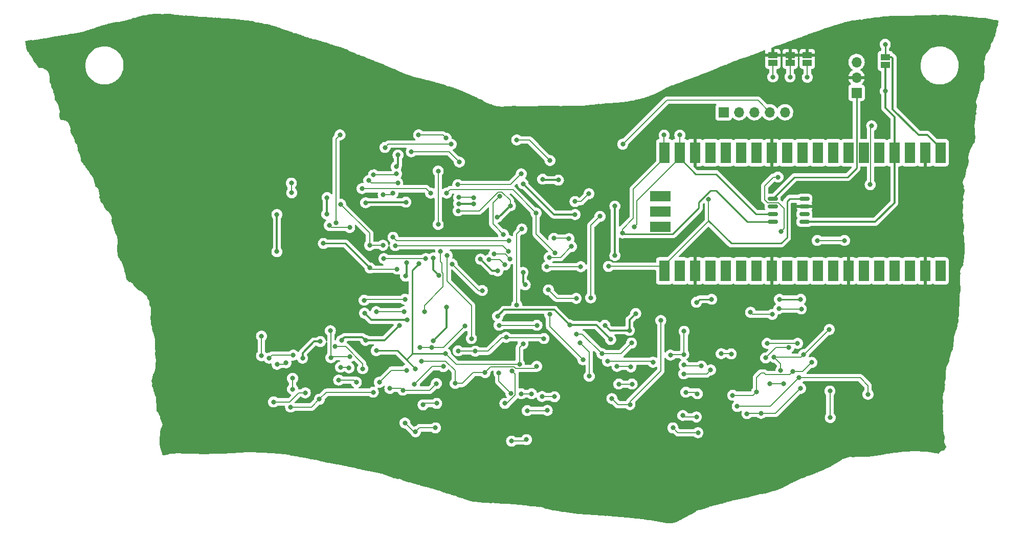
<source format=gbl>
G04 #@! TF.GenerationSoftware,KiCad,Pcbnew,6.0.2+dfsg-1*
G04 #@! TF.CreationDate,2023-12-26T19:09:33+01:00*
G04 #@! TF.ProjectId,vesuvius-badge-charlie,76657375-7669-4757-932d-62616467652d,rev?*
G04 #@! TF.SameCoordinates,Original*
G04 #@! TF.FileFunction,Copper,L2,Bot*
G04 #@! TF.FilePolarity,Positive*
%FSLAX46Y46*%
G04 Gerber Fmt 4.6, Leading zero omitted, Abs format (unit mm)*
G04 Created by KiCad (PCBNEW 6.0.2+dfsg-1) date 2023-12-26 19:09:33*
%MOMM*%
%LPD*%
G01*
G04 APERTURE LIST*
G04 Aperture macros list*
%AMRoundRect*
0 Rectangle with rounded corners*
0 $1 Rounding radius*
0 $2 $3 $4 $5 $6 $7 $8 $9 X,Y pos of 4 corners*
0 Add a 4 corners polygon primitive as box body*
4,1,4,$2,$3,$4,$5,$6,$7,$8,$9,$2,$3,0*
0 Add four circle primitives for the rounded corners*
1,1,$1+$1,$2,$3*
1,1,$1+$1,$4,$5*
1,1,$1+$1,$6,$7*
1,1,$1+$1,$8,$9*
0 Add four rect primitives between the rounded corners*
20,1,$1+$1,$2,$3,$4,$5,0*
20,1,$1+$1,$4,$5,$6,$7,0*
20,1,$1+$1,$6,$7,$8,$9,0*
20,1,$1+$1,$8,$9,$2,$3,0*%
G04 Aperture macros list end*
G04 #@! TA.AperFunction,ComponentPad*
%ADD10R,1.700000X1.700000*%
G04 #@! TD*
G04 #@! TA.AperFunction,ComponentPad*
%ADD11O,1.700000X1.700000*%
G04 #@! TD*
G04 #@! TA.AperFunction,SMDPad,CuDef*
%ADD12R,1.500000X1.000000*%
G04 #@! TD*
G04 #@! TA.AperFunction,SMDPad,CuDef*
%ADD13RoundRect,0.150000X0.675000X0.150000X-0.675000X0.150000X-0.675000X-0.150000X0.675000X-0.150000X0*%
G04 #@! TD*
G04 #@! TA.AperFunction,SMDPad,CuDef*
%ADD14R,1.700000X3.500000*%
G04 #@! TD*
G04 #@! TA.AperFunction,SMDPad,CuDef*
%ADD15R,3.500000X1.700000*%
G04 #@! TD*
G04 #@! TA.AperFunction,ViaPad*
%ADD16C,0.800000*%
G04 #@! TD*
G04 #@! TA.AperFunction,Conductor*
%ADD17C,0.270000*%
G04 #@! TD*
G04 #@! TA.AperFunction,Conductor*
%ADD18C,0.200000*%
G04 #@! TD*
G04 #@! TA.AperFunction,Conductor*
%ADD19C,0.300000*%
G04 #@! TD*
G04 #@! TA.AperFunction,Conductor*
%ADD20C,0.150000*%
G04 #@! TD*
G04 APERTURE END LIST*
G36*
X229050000Y-59162500D02*
G01*
X228450000Y-59162500D01*
X228450000Y-58662500D01*
X229050000Y-58662500D01*
X229050000Y-59162500D01*
G37*
D10*
X239750000Y-64525000D03*
D11*
X239750000Y-61985000D03*
X239750000Y-59445000D03*
D10*
X217750000Y-67750000D03*
D11*
X220290000Y-67750000D03*
X222830000Y-67750000D03*
X225370000Y-67750000D03*
X227910000Y-67750000D03*
D12*
X244500000Y-58600000D03*
X244500000Y-59900000D03*
D13*
X225875000Y-82095000D03*
X225875000Y-83365000D03*
X225875000Y-84635000D03*
X225875000Y-85905000D03*
X231125000Y-85905000D03*
X231125000Y-84635000D03*
X231125000Y-83365000D03*
X231125000Y-82095000D03*
D12*
X231600000Y-59562500D03*
X231600000Y-58262500D03*
X225900000Y-59562500D03*
X225900000Y-58262500D03*
D14*
X253640000Y-94040000D03*
X251100000Y-94040000D03*
X248560000Y-94040000D03*
X246020000Y-94040000D03*
X243480000Y-94040000D03*
X240940000Y-94040000D03*
X238400000Y-94040000D03*
X235860000Y-94040000D03*
X233320000Y-94040000D03*
X230780000Y-94040000D03*
X228240000Y-94040000D03*
X225700000Y-94040000D03*
X223160000Y-94040000D03*
X220620000Y-94040000D03*
X218080000Y-94040000D03*
X215540000Y-94040000D03*
X213000000Y-94040000D03*
X210460000Y-94040000D03*
X207920000Y-94040000D03*
X207920000Y-74460000D03*
X210460000Y-74460000D03*
X213000000Y-74460000D03*
X215540000Y-74460000D03*
X218080000Y-74460000D03*
X220620000Y-74460000D03*
X223160000Y-74460000D03*
X225700000Y-74460000D03*
X228240000Y-74460000D03*
X230780000Y-74460000D03*
X233320000Y-74460000D03*
X235860000Y-74460000D03*
X238400000Y-74460000D03*
X240940000Y-74460000D03*
X243480000Y-74460000D03*
X246020000Y-74460000D03*
X248560000Y-74460000D03*
X251100000Y-74460000D03*
X253640000Y-74460000D03*
D15*
X207250000Y-86790000D03*
X207250000Y-84250000D03*
X207250000Y-81710000D03*
D12*
X228750000Y-59562500D03*
X228750000Y-58262500D03*
D16*
X244500000Y-56500000D03*
X226750000Y-78500000D03*
X151500000Y-89500000D03*
X244500000Y-64250000D03*
X168000000Y-116250000D03*
X170250000Y-116000000D03*
X176000000Y-105250000D03*
X172000000Y-91500000D03*
X167344378Y-92872881D03*
X171750000Y-107750000D03*
X166750000Y-110270020D03*
X160250000Y-107250000D03*
X167750000Y-109000000D03*
X165250000Y-110500000D03*
X160750000Y-112500000D03*
X159750000Y-114149500D03*
X165000000Y-119250000D03*
X202500000Y-106000000D03*
X211000000Y-118000000D03*
X213250000Y-118250000D03*
X220000000Y-116500000D03*
X158000000Y-110250000D03*
X153449500Y-106600000D03*
X143250000Y-115750000D03*
X148500000Y-114250000D03*
X150834525Y-115312982D03*
X146065000Y-116600000D03*
X142500000Y-108500000D03*
X146500000Y-108000000D03*
X227250000Y-87500000D03*
X235250000Y-103750000D03*
X237750000Y-89000000D03*
X242000000Y-79750000D03*
X233250000Y-89000000D03*
X242250000Y-70000000D03*
X154350000Y-83000000D03*
X161700000Y-73589989D03*
X161350000Y-89800000D03*
X201050000Y-73050000D03*
X159150000Y-89800000D03*
X172650000Y-73050000D03*
X179750000Y-91250000D03*
X198700000Y-93300000D03*
X163000000Y-81125500D03*
X176400000Y-81900000D03*
X215250000Y-82150000D03*
X173900000Y-81850000D03*
X188500000Y-93350000D03*
X161400000Y-81400000D03*
X194100000Y-93350000D03*
X182400000Y-92050000D03*
X225900000Y-61912500D03*
X228750000Y-61912500D03*
X156550000Y-88150000D03*
X159550000Y-76900000D03*
X182535000Y-114335000D03*
X187700000Y-114850000D03*
X177502250Y-92101243D03*
X180550000Y-110950500D03*
X184900000Y-96350000D03*
X166749500Y-120700000D03*
X189750000Y-114900000D03*
X170050000Y-120050000D03*
X184550000Y-94300000D03*
X180350000Y-94050000D03*
X185950000Y-114400000D03*
X156950000Y-112500000D03*
X184250000Y-114400000D03*
X164650000Y-113800000D03*
X162500000Y-113519500D03*
X170200000Y-112700000D03*
X154024406Y-112129837D03*
X185111076Y-122004576D03*
X154335500Y-110000000D03*
X182650000Y-122250000D03*
X170600000Y-94750000D03*
X182750000Y-110650000D03*
X169700000Y-105650000D03*
X171900000Y-100050000D03*
X169700000Y-91900000D03*
X155734500Y-110100000D03*
X181550000Y-116000000D03*
X178250000Y-110900000D03*
X155850000Y-108250000D03*
X152650000Y-103950000D03*
X161500000Y-92000000D03*
X168450000Y-92000000D03*
X173315000Y-112685000D03*
X152750000Y-108419020D03*
X186800000Y-109850000D03*
X172800000Y-92900000D03*
X173800000Y-107300000D03*
X145292385Y-109272906D03*
X188000000Y-105250000D03*
X166550000Y-112850000D03*
X171350000Y-109900000D03*
X176650000Y-107350000D03*
X177800000Y-97300000D03*
X181750000Y-105050000D03*
X143824405Y-109511071D03*
X183950000Y-109500000D03*
X184550000Y-106100000D03*
X146400000Y-113631201D03*
X146400000Y-111832681D03*
X148050000Y-108500000D03*
X165250000Y-92699500D03*
X150992631Y-105754968D03*
X167450000Y-106750000D03*
X186850000Y-103050000D03*
X180600000Y-103050000D03*
X165100000Y-94900000D03*
X154515763Y-105549500D03*
X164050000Y-103100000D03*
X174950000Y-103150000D03*
X169450000Y-106750000D03*
X158474676Y-105549500D03*
X141250000Y-104850000D03*
X141250000Y-108100000D03*
X182200000Y-89050000D03*
X210500000Y-71550000D03*
X202950000Y-86750000D03*
X189650000Y-88650000D03*
X192150000Y-88700000D03*
X163019622Y-88480378D03*
X163400000Y-89850000D03*
X201000000Y-87750000D03*
X207900000Y-71550000D03*
X192550000Y-90000000D03*
X182150000Y-90800000D03*
X188900000Y-91800000D03*
X231600000Y-61962500D03*
X170500000Y-77500000D03*
X195750000Y-98500000D03*
X160250000Y-100800000D03*
X235350000Y-113950500D03*
X194000000Y-106000000D03*
X197282193Y-85000019D03*
X164850000Y-100800000D03*
X170500000Y-86350000D03*
X195500000Y-111500000D03*
X152450000Y-86500000D03*
X170900000Y-90800000D03*
X155850000Y-86850000D03*
X168250000Y-100800000D03*
X235400000Y-118349500D03*
X209350000Y-120050000D03*
X207350000Y-102250000D03*
X213250000Y-99250000D03*
X213500000Y-120850000D03*
X227000000Y-98750000D03*
X199250000Y-115200000D03*
X230500000Y-113500000D03*
X223950000Y-117650000D03*
X202250000Y-116200000D03*
X215750000Y-98750000D03*
X163700000Y-93750000D03*
X221600000Y-117700000D03*
X159200000Y-93550000D03*
X230500000Y-98750000D03*
X200400000Y-112800000D03*
X153591265Y-86049011D03*
X167250000Y-71500000D03*
X188950000Y-101250000D03*
X241650000Y-114500000D03*
X194450000Y-108750000D03*
X171804977Y-72054977D03*
X189000000Y-75750000D03*
X202600000Y-112800000D03*
X183500000Y-72350500D03*
X158250000Y-98900000D03*
X154250000Y-71500000D03*
X165000000Y-98750000D03*
X230250000Y-111750000D03*
X213400000Y-114400000D03*
X181300000Y-88000000D03*
X219243232Y-114661505D03*
X229200000Y-110700000D03*
X200100000Y-109850000D03*
X202400000Y-109950000D03*
X146250000Y-81100000D03*
X166050000Y-74300000D03*
X195450000Y-81250000D03*
X223200000Y-114100000D03*
X146200000Y-79500000D03*
X193150000Y-82550000D03*
X211500000Y-114150000D03*
X232350000Y-109200000D03*
X174000000Y-76000000D03*
X180700000Y-81650000D03*
X227650000Y-112750000D03*
X222200000Y-100900000D03*
X225350000Y-112700000D03*
X208950000Y-108000000D03*
X184550000Y-79600000D03*
X193150000Y-84700000D03*
X225800000Y-101250000D03*
X211150000Y-107900000D03*
X152100000Y-81900000D03*
X211200000Y-104050000D03*
X152050000Y-84650011D03*
X199050000Y-105400000D03*
X158300000Y-101050000D03*
X228545167Y-106758663D03*
X192250000Y-103000000D03*
X198550000Y-109000000D03*
X143800000Y-90850000D03*
X143800000Y-84700000D03*
X224700000Y-108450000D03*
X215600000Y-110450000D03*
X180350000Y-101550000D03*
X206050000Y-109169020D03*
X211150000Y-111100000D03*
X165400000Y-102200000D03*
X197600000Y-107750000D03*
X163800000Y-79450000D03*
X227200000Y-110550000D03*
X214050000Y-109800000D03*
X178950000Y-92200000D03*
X181550000Y-93050000D03*
X231000000Y-107900000D03*
X211200000Y-109650000D03*
X193350000Y-104500000D03*
X188750000Y-97200000D03*
X193350000Y-98600000D03*
X226100000Y-108350000D03*
X159000000Y-79050000D03*
X158500000Y-82750000D03*
X190400000Y-79000000D03*
X203200000Y-101100000D03*
X187800000Y-78850000D03*
X199750000Y-83300000D03*
X165150000Y-82650000D03*
X224950000Y-106050000D03*
X230000000Y-106050000D03*
X217350500Y-107750000D03*
X180250000Y-85150000D03*
X182450000Y-83250000D03*
X202150000Y-103900000D03*
X219000000Y-107800000D03*
X198100000Y-103050000D03*
X173800000Y-84100000D03*
X199750000Y-91500000D03*
X189850000Y-91050000D03*
X186700000Y-84450000D03*
X157900000Y-80400000D03*
X169250000Y-81149500D03*
X230600000Y-100350000D03*
X171900000Y-81149500D03*
X226900000Y-100300000D03*
X173750000Y-79750000D03*
X159800000Y-78100000D03*
X184250000Y-77950000D03*
X163600000Y-77950000D03*
X163850000Y-74850000D03*
X163550000Y-76800000D03*
X176350000Y-82950000D03*
X188550000Y-117150000D03*
X184350000Y-87100000D03*
X183500000Y-99700000D03*
X173900000Y-82900000D03*
X185250000Y-117200000D03*
D17*
X244500000Y-56500000D02*
X244500000Y-58600000D01*
D18*
X224550489Y-82231206D02*
X224550489Y-79949511D01*
X226750000Y-78500000D02*
X226000000Y-78500000D01*
X226000000Y-78500000D02*
X224550489Y-79949511D01*
X227750000Y-87000000D02*
X227750000Y-83708323D01*
X227750000Y-83708323D02*
X226791677Y-82750000D01*
X226791677Y-82750000D02*
X225069283Y-82750000D01*
X225069283Y-82750000D02*
X224550489Y-82231206D01*
D17*
X225875000Y-82095000D02*
X229470000Y-78500000D01*
X229470000Y-78500000D02*
X238250000Y-78500000D01*
X238250000Y-78500000D02*
X239750000Y-77000000D01*
X239750000Y-77000000D02*
X239750000Y-64525000D01*
X155150000Y-89500000D02*
X159200000Y-93550000D01*
X151500000Y-89500000D02*
X155150000Y-89500000D01*
D19*
X245750000Y-58800000D02*
X245750000Y-67250000D01*
X244500000Y-58600000D02*
X245550000Y-58600000D01*
X245750000Y-67250000D02*
X250000000Y-71500000D01*
X245550000Y-58600000D02*
X245750000Y-58800000D01*
X251439022Y-71500000D02*
X250000000Y-71500000D01*
X253640000Y-75360000D02*
X253640000Y-73700978D01*
X253640000Y-73700978D02*
X251439022Y-71500000D01*
X244500000Y-59900000D02*
X244500000Y-67000000D01*
X246020000Y-75360000D02*
X246020000Y-82730000D01*
X246020000Y-82730000D02*
X242845000Y-85905000D01*
X242845000Y-85905000D02*
X231125000Y-85905000D01*
X244500000Y-67000000D02*
X246020000Y-68520000D01*
X246020000Y-75360000D02*
X246020000Y-68520000D01*
D18*
X170250000Y-116000000D02*
X168250000Y-116000000D01*
X168250000Y-116000000D02*
X168000000Y-116250000D01*
X176000000Y-105250000D02*
X176000000Y-99750000D01*
X176000000Y-99750000D02*
X172000000Y-95750000D01*
X172000000Y-95750000D02*
X172000000Y-91500000D01*
D17*
X166250000Y-93967259D02*
X167344378Y-92872881D01*
X166250000Y-107750000D02*
X166250000Y-93967259D01*
D18*
X183950000Y-109500000D02*
X173500000Y-109500000D01*
X173500000Y-109500000D02*
X171750000Y-107750000D01*
D17*
X166250000Y-107750000D02*
X171750000Y-107750000D01*
X165239990Y-108760010D02*
X166750000Y-110270020D01*
X163729980Y-107250000D02*
X165239990Y-108760010D01*
X165239990Y-108760010D02*
X166250000Y-107750000D01*
X160250000Y-107250000D02*
X163729980Y-107250000D01*
D18*
X167750000Y-109000000D02*
X171734994Y-109000000D01*
X171734994Y-109000000D02*
X173315000Y-110580006D01*
X173315000Y-110580006D02*
X173315000Y-112685000D01*
X162750000Y-110500000D02*
X165250000Y-110500000D01*
X160750000Y-112500000D02*
X162750000Y-110500000D01*
X159750000Y-114149500D02*
X151998007Y-114149500D01*
X151998007Y-114149500D02*
X150834525Y-115312982D01*
X166450000Y-120700000D02*
X165000000Y-119250000D01*
X166749500Y-120700000D02*
X166450000Y-120700000D01*
X202500000Y-106000000D02*
X200750000Y-107750000D01*
X200750000Y-107750000D02*
X197600000Y-107750000D01*
X213250000Y-118250000D02*
X211250000Y-118250000D01*
X211250000Y-118250000D02*
X211000000Y-118000000D01*
X225500000Y-116500000D02*
X220000000Y-116500000D01*
X230250000Y-111750000D02*
X225500000Y-116500000D01*
X158000000Y-109410741D02*
X158000000Y-110250000D01*
X155189259Y-106600000D02*
X158000000Y-109410741D01*
X153449500Y-106600000D02*
X155189259Y-106600000D01*
X145925741Y-115750000D02*
X143250000Y-115750000D01*
X148500000Y-114250000D02*
X147425741Y-114250000D01*
X147425741Y-114250000D02*
X145925741Y-115750000D01*
X149547507Y-116600000D02*
X150834525Y-115312982D01*
X146065000Y-116600000D02*
X149547507Y-116600000D01*
X143000000Y-108000000D02*
X142500000Y-108500000D01*
X146500000Y-108000000D02*
X143000000Y-108000000D01*
D17*
X215250000Y-85750000D02*
X219000000Y-89500000D01*
X227250000Y-89500000D02*
X228250000Y-88500000D01*
X219000000Y-89500000D02*
X227250000Y-89500000D01*
X228250000Y-88500000D02*
X228250000Y-82500000D01*
X228250000Y-82500000D02*
X228655000Y-82095000D01*
X228655000Y-82095000D02*
X231125000Y-82095000D01*
D18*
X227750000Y-87000000D02*
X227250000Y-87500000D01*
X231000000Y-107900000D02*
X231100000Y-107900000D01*
X231100000Y-107900000D02*
X235250000Y-103750000D01*
X233250000Y-89000000D02*
X237750000Y-89000000D01*
X242089511Y-70160489D02*
X242250000Y-70000000D01*
X242000000Y-79750000D02*
X242089511Y-79660489D01*
X242089511Y-79660489D02*
X242089511Y-70160489D01*
X225410000Y-67750000D02*
X223410000Y-65750000D01*
X223410000Y-65750000D02*
X208350000Y-65750000D01*
X208350000Y-65750000D02*
X201050000Y-73050000D01*
X215250000Y-82150000D02*
X215250000Y-85750000D01*
X215250000Y-85750000D02*
X215250000Y-85810000D01*
D17*
X213654511Y-83654511D02*
X209334511Y-87974511D01*
X216500000Y-80750000D02*
X215611243Y-80750000D01*
X215611243Y-80750000D02*
X213654511Y-82706732D01*
X213654511Y-82706732D02*
X213654511Y-83654511D01*
X209334511Y-87974511D02*
X201224511Y-87974511D01*
X225875000Y-85905000D02*
X221655000Y-85905000D01*
X221655000Y-85905000D02*
X216500000Y-80750000D01*
X201224511Y-87974511D02*
X201000000Y-87750000D01*
X225875000Y-84635000D02*
X223135000Y-84635000D01*
X223135000Y-84635000D02*
X216500000Y-78000000D01*
X216500000Y-78000000D02*
X213100000Y-78000000D01*
X213100000Y-78000000D02*
X210460000Y-75360000D01*
D18*
X154350000Y-83000000D02*
X159150000Y-87800000D01*
X172650000Y-73050000D02*
X162239989Y-73050000D01*
X159150000Y-87800000D02*
X159150000Y-89800000D01*
X159150000Y-89800000D02*
X161350000Y-89800000D01*
X162239989Y-73050000D02*
X161700000Y-73589989D01*
D20*
X162725500Y-81400000D02*
X163000000Y-81125500D01*
X198700000Y-93300000D02*
X207760000Y-93300000D01*
X207760000Y-93300000D02*
X207920000Y-93140000D01*
X161400000Y-81400000D02*
X162725500Y-81400000D01*
X179750000Y-91250000D02*
X181600000Y-91250000D01*
D18*
X215250000Y-85810000D02*
X207920000Y-93140000D01*
D20*
X188500000Y-93350000D02*
X194100000Y-93350000D01*
X173900000Y-81850000D02*
X176350000Y-81850000D01*
X181600000Y-91250000D02*
X182400000Y-92050000D01*
X176350000Y-81850000D02*
X176400000Y-81900000D01*
D18*
X225900000Y-61912500D02*
X225900000Y-59462500D01*
X228750000Y-61912500D02*
X228750000Y-59512500D01*
D19*
X184550000Y-96000000D02*
X184900000Y-96350000D01*
D18*
X189750000Y-114900000D02*
X187750000Y-114900000D01*
D19*
X179451007Y-94050000D02*
X180350000Y-94050000D01*
X184550000Y-94300000D02*
X184550000Y-96000000D01*
D18*
X167399500Y-120050000D02*
X170050000Y-120050000D01*
X182535000Y-114335000D02*
X180550000Y-112350000D01*
X187750000Y-114900000D02*
X187700000Y-114850000D01*
D19*
X177502250Y-92101243D02*
X179451007Y-94050000D01*
D18*
X180550000Y-112350000D02*
X180550000Y-110950500D01*
X166749500Y-120700000D02*
X167399500Y-120050000D01*
X156579837Y-112129837D02*
X156950000Y-112500000D01*
X164650000Y-113800000D02*
X164369500Y-113519500D01*
X164369500Y-113519500D02*
X162500000Y-113519500D01*
X184250000Y-114400000D02*
X185950000Y-114400000D01*
X164650000Y-113800000D02*
X169100000Y-113800000D01*
X169100000Y-113800000D02*
X170200000Y-112700000D01*
X154024406Y-112129837D02*
X156579837Y-112129837D01*
D19*
X171900000Y-103450000D02*
X169700000Y-105650000D01*
X171900000Y-100050000D02*
X171900000Y-103450000D01*
D18*
X154335500Y-110000000D02*
X155634500Y-110000000D01*
X182650000Y-122250000D02*
X184865652Y-122250000D01*
X183234511Y-114624748D02*
X181859259Y-116000000D01*
X181859259Y-116000000D02*
X181550000Y-116000000D01*
X182750000Y-110650000D02*
X183234511Y-111134511D01*
X183234511Y-111134511D02*
X183234511Y-114624748D01*
X155634500Y-110000000D02*
X155734500Y-110100000D01*
D19*
X170600000Y-94750000D02*
X169700000Y-93850000D01*
D18*
X184865652Y-122250000D02*
X185111076Y-122004576D01*
D19*
X169700000Y-93850000D02*
X169700000Y-91900000D01*
D18*
X174515000Y-112685000D02*
X173315000Y-112685000D01*
X183288769Y-110199511D02*
X183039748Y-109950489D01*
X152750000Y-108419020D02*
X152919020Y-108250000D01*
X186450489Y-110199511D02*
X183288769Y-110199511D01*
X179199511Y-109950489D02*
X178250000Y-110900000D01*
X176300000Y-110900000D02*
X174515000Y-112685000D01*
X152919020Y-108250000D02*
X155850000Y-108250000D01*
X186800000Y-109850000D02*
X186450489Y-110199511D01*
X161500000Y-92000000D02*
X168450000Y-92000000D01*
X178250000Y-110900000D02*
X176300000Y-110900000D01*
X183039748Y-109950489D02*
X179199511Y-109950489D01*
X152750000Y-104050000D02*
X152650000Y-103950000D01*
X152750000Y-108419020D02*
X152750000Y-104050000D01*
X166550000Y-112850000D02*
X169500000Y-109900000D01*
X181000000Y-105100000D02*
X182300000Y-105100000D01*
X182250000Y-105050000D02*
X182300000Y-105100000D01*
X187850000Y-105100000D02*
X188000000Y-105250000D01*
X169500000Y-109900000D02*
X171350000Y-109900000D01*
X176650000Y-107350000D02*
X178750000Y-107350000D01*
X176600000Y-107300000D02*
X176650000Y-107350000D01*
X178750000Y-107350000D02*
X181000000Y-105100000D01*
X143824405Y-109511071D02*
X145054220Y-109511071D01*
X172800000Y-92900000D02*
X177200000Y-97300000D01*
X177200000Y-97300000D02*
X177800000Y-97300000D01*
X181750000Y-105050000D02*
X182250000Y-105050000D01*
X182300000Y-105100000D02*
X187850000Y-105100000D01*
X173800000Y-107300000D02*
X176600000Y-107300000D01*
X145054220Y-109511071D02*
X145292385Y-109272906D01*
X183950000Y-109500000D02*
X183950000Y-106700000D01*
X183950000Y-106700000D02*
X184550000Y-106100000D01*
D19*
X154515763Y-105484237D02*
X155000000Y-105000000D01*
X157925176Y-105000000D02*
X158474676Y-105549500D01*
X165250000Y-92699500D02*
X165250000Y-94750000D01*
D18*
X180600000Y-103050000D02*
X186850000Y-103050000D01*
D19*
X148050000Y-107620020D02*
X149915052Y-105754968D01*
D18*
X146400000Y-113631201D02*
X146400000Y-111832681D01*
X167450000Y-106750000D02*
X169450000Y-106750000D01*
D19*
X155000000Y-105000000D02*
X157925176Y-105000000D01*
X149915052Y-105754968D02*
X150992631Y-105754968D01*
X161600500Y-105549500D02*
X158474676Y-105549500D01*
X164050000Y-103100000D02*
X161600500Y-105549500D01*
X148050000Y-107620020D02*
X148050000Y-108500000D01*
X165250000Y-94750000D02*
X165100000Y-94900000D01*
D18*
X169450000Y-106750000D02*
X171350000Y-106750000D01*
X171350000Y-106750000D02*
X174950000Y-103150000D01*
D19*
X154515763Y-105549500D02*
X154515763Y-105484237D01*
D18*
X141250000Y-108100000D02*
X141250000Y-104850000D01*
X203350000Y-82460978D02*
X210450978Y-75360000D01*
X163019622Y-88480378D02*
X163589244Y-89050000D01*
X210450978Y-75360000D02*
X210460000Y-75360000D01*
X189650000Y-88650000D02*
X192100000Y-88650000D01*
X202950000Y-86750000D02*
X203350000Y-86350000D01*
X210500000Y-75320000D02*
X210460000Y-75360000D01*
X163589244Y-89050000D02*
X182200000Y-89050000D01*
X192100000Y-88650000D02*
X192150000Y-88700000D01*
X210500000Y-71550000D02*
X210500000Y-75320000D01*
X203350000Y-86350000D02*
X203350000Y-82460978D01*
X181200000Y-89850000D02*
X182150000Y-90800000D01*
X202800000Y-80480000D02*
X207920000Y-75360000D01*
X188900000Y-91800000D02*
X190750000Y-91800000D01*
X202800000Y-85350000D02*
X202800000Y-80480000D01*
X207900000Y-71550000D02*
X207900000Y-75340000D01*
X163400000Y-89850000D02*
X181200000Y-89850000D01*
X201000000Y-87150000D02*
X202800000Y-85350000D01*
X201000000Y-87750000D02*
X201000000Y-87150000D01*
X207900000Y-75340000D02*
X207920000Y-75360000D01*
X190750000Y-91800000D02*
X192550000Y-90000000D01*
X231600000Y-61962500D02*
X231600000Y-59562500D01*
X170500000Y-77500000D02*
X170500000Y-86350000D01*
X155850000Y-86850000D02*
X152800000Y-86850000D01*
X152800000Y-86850000D02*
X152450000Y-86500000D01*
X171150000Y-94310741D02*
X171299511Y-94460252D01*
X235350000Y-118299500D02*
X235400000Y-118349500D01*
X171299511Y-94460252D02*
X171299511Y-96650489D01*
X195750000Y-86532212D02*
X197282193Y-85000019D01*
X170900000Y-92534994D02*
X171150000Y-92784994D01*
X195500000Y-111500000D02*
X195500000Y-107500000D01*
X171299511Y-96650489D02*
X168200000Y-99750000D01*
X168200000Y-100750000D02*
X168250000Y-100800000D01*
X160250000Y-100800000D02*
X164850000Y-100800000D01*
X195750000Y-98500000D02*
X195750000Y-86532212D01*
X168200000Y-99750000D02*
X168200000Y-100750000D01*
X195500000Y-107500000D02*
X194000000Y-106000000D01*
X235350000Y-113950500D02*
X235350000Y-118299500D01*
X170900000Y-90800000D02*
X170900000Y-92534994D01*
X171150000Y-92784994D02*
X171150000Y-94310741D01*
D17*
X213750000Y-98750000D02*
X213250000Y-99250000D01*
D18*
X163700000Y-93750000D02*
X159400000Y-93750000D01*
X213500000Y-120850000D02*
X210150000Y-120850000D01*
D17*
X230500000Y-98750000D02*
X227000000Y-98750000D01*
D18*
X223950000Y-117650000D02*
X221650000Y-117650000D01*
X226350000Y-117650000D02*
X223950000Y-117650000D01*
X221650000Y-117650000D02*
X221600000Y-117700000D01*
X202250000Y-116200000D02*
X202250000Y-115689259D01*
X202250000Y-115689259D02*
X207350000Y-110589259D01*
X230500000Y-113500000D02*
X226350000Y-117650000D01*
D17*
X215750000Y-98750000D02*
X213750000Y-98750000D01*
D18*
X210150000Y-120850000D02*
X209350000Y-120050000D01*
X202250000Y-116200000D02*
X200250000Y-116200000D01*
X207350000Y-110589259D02*
X207350000Y-102250000D01*
X200250000Y-116200000D02*
X199250000Y-115200000D01*
X159400000Y-93750000D02*
X159200000Y-93550000D01*
X202600000Y-112800000D02*
X200400000Y-112800000D01*
X230250000Y-111750000D02*
X240350000Y-111750000D01*
X185600500Y-72350500D02*
X183500000Y-72350500D01*
X188950000Y-103250000D02*
X194450000Y-108750000D01*
X154250000Y-71500000D02*
X153591265Y-72158735D01*
X153591265Y-72158735D02*
X153591265Y-86049011D01*
X241650000Y-114500000D02*
X241650000Y-113050000D01*
X240350000Y-111750000D02*
X241650000Y-113050000D01*
X189000000Y-75750000D02*
X185600500Y-72350500D01*
X158400000Y-98750000D02*
X158250000Y-98900000D01*
X171250000Y-71500000D02*
X167250000Y-71500000D01*
X165000000Y-98750000D02*
X158400000Y-98750000D01*
X171804977Y-72054977D02*
X171250000Y-71500000D01*
X188950000Y-101250000D02*
X188950000Y-103250000D01*
X213400000Y-114400000D02*
X213150000Y-114150000D01*
X194150000Y-82550000D02*
X193150000Y-82550000D01*
X230850000Y-110700000D02*
X229200000Y-110700000D01*
X202300000Y-109850000D02*
X202400000Y-109950000D01*
X229200000Y-110700000D02*
X228650489Y-111249511D01*
X195450000Y-81250000D02*
X194150000Y-82550000D01*
X146200000Y-79500000D02*
X146200000Y-81050000D01*
X172300000Y-74300000D02*
X174000000Y-76000000D01*
X232350000Y-109200000D02*
X230850000Y-110700000D01*
X224738770Y-111249511D02*
X224489259Y-111000000D01*
X223200000Y-111710741D02*
X223200000Y-114100000D01*
X224489259Y-111000000D02*
X223910741Y-111000000D01*
X179550489Y-82799511D02*
X179550489Y-86250489D01*
X180700000Y-81650000D02*
X179550489Y-82799511D01*
X179550489Y-86250489D02*
X181300000Y-88000000D01*
X228650489Y-111249511D02*
X224738770Y-111249511D01*
X223910741Y-111000000D02*
X223200000Y-111710741D01*
X213150000Y-114150000D02*
X211500000Y-114150000D01*
X222638495Y-114661505D02*
X219243232Y-114661505D01*
X166050000Y-74300000D02*
X172300000Y-74300000D01*
X200100000Y-109850000D02*
X202300000Y-109850000D01*
X223200000Y-114100000D02*
X222638495Y-114661505D01*
X146200000Y-81050000D02*
X146250000Y-81100000D01*
X211200000Y-107850000D02*
X211200000Y-104050000D01*
D19*
X152050000Y-84650011D02*
X152050000Y-81950000D01*
D18*
X209050000Y-107900000D02*
X208950000Y-108000000D01*
X211150000Y-107900000D02*
X211200000Y-107850000D01*
X222550000Y-101250000D02*
X225800000Y-101250000D01*
D19*
X184550000Y-79600000D02*
X189650000Y-84700000D01*
X189650000Y-84700000D02*
X193150000Y-84700000D01*
D18*
X227600000Y-112700000D02*
X227650000Y-112750000D01*
X225350000Y-112700000D02*
X227600000Y-112700000D01*
D19*
X152050000Y-81950000D02*
X152100000Y-81900000D01*
D18*
X211150000Y-107900000D02*
X209050000Y-107900000D01*
X222200000Y-100900000D02*
X222550000Y-101250000D01*
D19*
X189750000Y-100500000D02*
X181400000Y-100500000D01*
X181400000Y-100500000D02*
X180350000Y-101550000D01*
X159450000Y-102200000D02*
X158300000Y-101050000D01*
D18*
X215600000Y-110450000D02*
X214950000Y-111100000D01*
X214950000Y-111100000D02*
X211150000Y-111100000D01*
X205880980Y-109000000D02*
X198550000Y-109000000D01*
D19*
X196650000Y-103000000D02*
X192250000Y-103000000D01*
D18*
X228545167Y-106758663D02*
X226391337Y-106758663D01*
D19*
X165400000Y-102200000D02*
X159450000Y-102200000D01*
X192250000Y-103000000D02*
X189750000Y-100500000D01*
D18*
X206050000Y-109169020D02*
X205880980Y-109000000D01*
D19*
X143800000Y-90850000D02*
X143800000Y-84700000D01*
X199050000Y-105400000D02*
X196650000Y-103000000D01*
D18*
X226391337Y-106758663D02*
X224700000Y-108450000D01*
X190150000Y-98600000D02*
X193350000Y-98600000D01*
X197600000Y-107750000D02*
X194350000Y-104500000D01*
X178950000Y-92200000D02*
X180700000Y-92200000D01*
X227200000Y-110550000D02*
X227200000Y-109450000D01*
X188750000Y-97200000D02*
X190150000Y-98600000D01*
X159400000Y-79450000D02*
X159000000Y-79050000D01*
X227200000Y-109450000D02*
X226100000Y-108350000D01*
X230550000Y-108350000D02*
X231000000Y-107900000D01*
X163800000Y-79450000D02*
X159400000Y-79450000D01*
X180700000Y-92200000D02*
X181550000Y-93050000D01*
X211350000Y-109800000D02*
X211200000Y-109650000D01*
X194350000Y-104500000D02*
X193350000Y-104500000D01*
X214050000Y-109800000D02*
X211350000Y-109800000D01*
X226100000Y-108350000D02*
X230550000Y-108350000D01*
D19*
X203200000Y-101100000D02*
X202150000Y-102150000D01*
D20*
X181064246Y-80975489D02*
X180420607Y-80975489D01*
D18*
X217350500Y-107750000D02*
X218950000Y-107750000D01*
D19*
X158600000Y-82650000D02*
X165150000Y-82650000D01*
X202150000Y-102150000D02*
X202150000Y-103900000D01*
D20*
X180420607Y-80975489D02*
X177296096Y-84100000D01*
D19*
X182450000Y-83250000D02*
X180550000Y-85150000D01*
X199750000Y-91500000D02*
X199750000Y-83300000D01*
X202150000Y-103900000D02*
X198950000Y-103900000D01*
D18*
X173800000Y-84100000D02*
X177296096Y-84100000D01*
D19*
X198950000Y-103900000D02*
X198100000Y-103050000D01*
D20*
X182450000Y-82361243D02*
X181064246Y-80975489D01*
D19*
X187950000Y-79000000D02*
X187800000Y-78850000D01*
D20*
X182450000Y-83250000D02*
X182450000Y-82361243D01*
D18*
X224950000Y-106050000D02*
X230000000Y-106050000D01*
X218950000Y-107750000D02*
X219000000Y-107800000D01*
D19*
X180550000Y-85150000D02*
X180250000Y-85150000D01*
X158600000Y-82650000D02*
X158500000Y-82750000D01*
X190400000Y-79000000D02*
X187950000Y-79000000D01*
D18*
X172448531Y-80600969D02*
X171900000Y-81149500D01*
X168526489Y-80425989D02*
X157925989Y-80425989D01*
X186700000Y-84450000D02*
X182850969Y-80600969D01*
X186700000Y-87900000D02*
X189850000Y-91050000D01*
X157925989Y-80425989D02*
X157900000Y-80400000D01*
X169250000Y-81149500D02*
X168526489Y-80425989D01*
X182850969Y-80600969D02*
X172448531Y-80600969D01*
X230600000Y-100350000D02*
X226950000Y-100350000D01*
X186700000Y-84450000D02*
X186700000Y-87900000D01*
X226950000Y-100350000D02*
X226900000Y-100300000D01*
X182450000Y-79750000D02*
X184250000Y-77950000D01*
X173750000Y-79750000D02*
X182450000Y-79750000D01*
X163450000Y-78100000D02*
X163600000Y-77950000D01*
X159800000Y-78100000D02*
X163450000Y-78100000D01*
D19*
X163850000Y-76500000D02*
X163550000Y-76800000D01*
X163850000Y-74850000D02*
X163850000Y-76500000D01*
D18*
X188500000Y-117200000D02*
X188550000Y-117150000D01*
X183500000Y-99700000D02*
X183500000Y-87950000D01*
X185250000Y-117200000D02*
X188500000Y-117200000D01*
X183500000Y-87950000D02*
X184350000Y-87100000D01*
D19*
X173950000Y-82950000D02*
X173900000Y-82900000D01*
X173950000Y-82950000D02*
X176350000Y-82950000D01*
G04 #@! TA.AperFunction,Conductor*
G36*
X123833170Y-51419495D02*
G01*
X123854172Y-51420111D01*
X123872495Y-51420649D01*
X123876960Y-51420860D01*
X123891418Y-51421802D01*
X123894102Y-51421977D01*
X123905281Y-51423209D01*
X123916304Y-51424925D01*
X123928194Y-51424925D01*
X123939174Y-51425404D01*
X123947771Y-51426156D01*
X124065500Y-51436456D01*
X124073898Y-51437476D01*
X124092024Y-51440298D01*
X124100434Y-51440298D01*
X124112625Y-51440889D01*
X124116458Y-51441262D01*
X124116464Y-51441262D01*
X124121308Y-51441733D01*
X124126169Y-51441453D01*
X124126175Y-51441453D01*
X124142586Y-51440507D01*
X124149834Y-51440298D01*
X124168078Y-51440298D01*
X124172509Y-51439663D01*
X124172514Y-51439663D01*
X124176212Y-51439133D01*
X124187153Y-51438050D01*
X124187208Y-51438047D01*
X124232167Y-51435573D01*
X124232776Y-51435358D01*
X124233439Y-51435273D01*
X124304391Y-51431185D01*
X124438086Y-51423483D01*
X124495405Y-51433651D01*
X124505458Y-51438005D01*
X124512209Y-51441172D01*
X124517531Y-51443864D01*
X124519590Y-51444560D01*
X124526905Y-51448139D01*
X124529294Y-51449250D01*
X124533546Y-51451643D01*
X124542590Y-51455028D01*
X124542606Y-51455034D01*
X124542476Y-51455382D01*
X124542500Y-51455393D01*
X124543760Y-51455585D01*
X124545753Y-51456535D01*
X124550025Y-51457870D01*
X124551491Y-51458445D01*
X124554200Y-51459374D01*
X124555556Y-51459881D01*
X124561509Y-51462281D01*
X124574477Y-51467898D01*
X124577128Y-51469105D01*
X124577523Y-51469258D01*
X124581911Y-51471355D01*
X124599555Y-51476649D01*
X124607500Y-51479325D01*
X124617679Y-51483135D01*
X124617701Y-51483141D01*
X124621881Y-51484706D01*
X124624581Y-51485298D01*
X124628314Y-51486810D01*
X124641746Y-51489960D01*
X124654729Y-51493751D01*
X124659740Y-51495512D01*
X124664526Y-51496400D01*
X124664968Y-51496518D01*
X124667534Y-51497044D01*
X124671790Y-51498320D01*
X124676215Y-51498985D01*
X124680591Y-51499965D01*
X124680563Y-51500091D01*
X124684329Y-51500925D01*
X124684349Y-51500831D01*
X124689112Y-51501842D01*
X124693774Y-51503214D01*
X124698589Y-51503853D01*
X124698676Y-51503871D01*
X124700317Y-51504541D01*
X124706300Y-51505161D01*
X124707331Y-51505372D01*
X124707644Y-51505413D01*
X124710845Y-51506164D01*
X124715310Y-51506558D01*
X124718946Y-51507142D01*
X124724041Y-51508146D01*
X124725725Y-51508405D01*
X124730462Y-51509514D01*
X124735311Y-51509881D01*
X124735313Y-51509881D01*
X124735569Y-51509900D01*
X124735994Y-51509932D01*
X124738999Y-51510216D01*
X124742981Y-51510954D01*
X124744040Y-51510998D01*
X124748547Y-51512433D01*
X124757522Y-51512647D01*
X124757976Y-51512723D01*
X124764535Y-51513102D01*
X124765057Y-51513150D01*
X124769852Y-51513966D01*
X124775472Y-51514046D01*
X124775471Y-51514104D01*
X124775968Y-51514150D01*
X124776077Y-51514126D01*
X124777609Y-51514329D01*
X124778240Y-51514322D01*
X124779248Y-51514474D01*
X124780538Y-51514298D01*
X124787893Y-51514222D01*
X124793869Y-51514306D01*
X124794004Y-51514316D01*
X124797589Y-51515719D01*
X124799327Y-51515420D01*
X124801264Y-51515873D01*
X124806803Y-51515569D01*
X124811528Y-51516058D01*
X124818695Y-51515690D01*
X124819089Y-51515725D01*
X124819462Y-51515651D01*
X124830339Y-51515093D01*
X124840287Y-51514976D01*
X124840323Y-51514977D01*
X124842009Y-51515035D01*
X124847207Y-51515249D01*
X124847208Y-51515249D01*
X124851554Y-51515428D01*
X124852712Y-51515141D01*
X124854287Y-51515163D01*
X124855675Y-51514984D01*
X124860322Y-51515095D01*
X124865156Y-51514460D01*
X124865657Y-51514433D01*
X124867285Y-51514268D01*
X124869856Y-51514268D01*
X124874303Y-51513631D01*
X124875591Y-51513539D01*
X124875693Y-51513535D01*
X124877289Y-51513289D01*
X124877526Y-51513287D01*
X124878521Y-51513420D01*
X124883252Y-51513227D01*
X124884968Y-51513210D01*
X124886286Y-51513196D01*
X124886299Y-51514460D01*
X124887164Y-51514575D01*
X124886968Y-51512983D01*
X124889635Y-51512173D01*
X124890130Y-51512112D01*
X124890125Y-51512024D01*
X124891360Y-51511961D01*
X124891364Y-51511960D01*
X124895842Y-51511731D01*
X124900246Y-51510868D01*
X124902423Y-51510600D01*
X124905849Y-51510296D01*
X124908038Y-51510005D01*
X124912902Y-51509738D01*
X124915817Y-51509119D01*
X124923137Y-51508629D01*
X124930057Y-51506093D01*
X124930061Y-51506092D01*
X124934088Y-51505401D01*
X124948384Y-51503523D01*
X124950389Y-51502962D01*
X124954975Y-51502199D01*
X124962061Y-51501286D01*
X124962153Y-51502002D01*
X124962938Y-51501773D01*
X124962821Y-51500954D01*
X124968537Y-51500136D01*
X124968540Y-51500135D01*
X124977424Y-51498863D01*
X124985596Y-51495147D01*
X124990511Y-51493710D01*
X124991329Y-51493511D01*
X124992767Y-51493050D01*
X124992910Y-51493008D01*
X124994274Y-51492778D01*
X124994278Y-51492793D01*
X124994323Y-51492782D01*
X124994350Y-51492765D01*
X124995326Y-51492601D01*
X124997992Y-51491713D01*
X125002479Y-51490834D01*
X125005559Y-51489238D01*
X125006883Y-51488753D01*
X125016327Y-51485607D01*
X125019153Y-51484826D01*
X125021040Y-51484436D01*
X125021353Y-51484462D01*
X125022462Y-51484141D01*
X125027235Y-51483154D01*
X125031806Y-51481441D01*
X125032861Y-51481136D01*
X125037534Y-51479611D01*
X125039798Y-51478802D01*
X125044128Y-51477593D01*
X125048238Y-51475785D01*
X125050928Y-51474823D01*
X125052451Y-51474397D01*
X125052492Y-51474387D01*
X125052498Y-51474404D01*
X125052625Y-51474356D01*
X125054161Y-51473995D01*
X125058656Y-51472173D01*
X125058660Y-51472172D01*
X125064065Y-51469981D01*
X125071580Y-51467209D01*
X125081149Y-51464023D01*
X125084383Y-51462406D01*
X125086140Y-51461649D01*
X125087494Y-51461066D01*
X125087624Y-51461011D01*
X125087662Y-51460993D01*
X125093464Y-51458493D01*
X125099084Y-51456232D01*
X125108220Y-51452809D01*
X125108230Y-51452804D01*
X125112429Y-51451231D01*
X125116364Y-51449077D01*
X125119371Y-51447699D01*
X125124507Y-51445483D01*
X125138917Y-51439643D01*
X125139293Y-51440570D01*
X125201429Y-51429091D01*
X125318383Y-51439743D01*
X125327640Y-51440934D01*
X125338707Y-51442776D01*
X125338712Y-51442776D01*
X125343509Y-51443575D01*
X125346173Y-51443603D01*
X125348839Y-51444018D01*
X125359602Y-51444018D01*
X125371029Y-51444537D01*
X125378672Y-51445233D01*
X125388387Y-51444733D01*
X125395569Y-51444363D01*
X125403371Y-51444203D01*
X125442955Y-51444619D01*
X125574452Y-51445999D01*
X125576650Y-51446096D01*
X125578812Y-51446432D01*
X125608323Y-51446432D01*
X125612325Y-51446496D01*
X125880837Y-51455028D01*
X125886974Y-51455603D01*
X125886989Y-51455408D01*
X125891837Y-51455783D01*
X125896647Y-51456532D01*
X125908542Y-51456532D01*
X125919524Y-51457011D01*
X126105348Y-51473269D01*
X126118051Y-51475036D01*
X126120264Y-51475460D01*
X126120271Y-51475461D01*
X126125051Y-51476376D01*
X126129918Y-51476545D01*
X126134139Y-51477019D01*
X126137832Y-51477305D01*
X126142643Y-51478054D01*
X126154534Y-51478054D01*
X126165515Y-51478533D01*
X126167527Y-51478709D01*
X126174283Y-51479300D01*
X126182183Y-51478865D01*
X126193480Y-51478750D01*
X126196795Y-51478865D01*
X126458331Y-51487940D01*
X126474776Y-51489595D01*
X127025959Y-51581971D01*
X127028378Y-51582541D01*
X127030687Y-51583625D01*
X127075239Y-51590562D01*
X127086013Y-51592725D01*
X127097037Y-51595443D01*
X127111592Y-51596717D01*
X127121379Y-51597963D01*
X127132747Y-51599868D01*
X127134949Y-51599921D01*
X127135971Y-51600049D01*
X127136364Y-51600079D01*
X127141162Y-51600826D01*
X127153068Y-51600826D01*
X127164050Y-51601306D01*
X127448497Y-51626193D01*
X127456897Y-51627213D01*
X127472595Y-51629657D01*
X127472601Y-51629658D01*
X127475031Y-51630036D01*
X127475903Y-51630036D01*
X127476836Y-51630143D01*
X127581199Y-51646041D01*
X127629709Y-51653431D01*
X127641317Y-51656554D01*
X127641438Y-51656044D01*
X127650177Y-51658112D01*
X127658528Y-51661396D01*
X127667464Y-51662204D01*
X127667466Y-51662204D01*
X127710677Y-51666109D01*
X127718719Y-51667098D01*
X127732328Y-51669217D01*
X127732334Y-51669217D01*
X127737135Y-51669965D01*
X127747663Y-51669965D01*
X127759001Y-51670476D01*
X127760452Y-51670607D01*
X127765030Y-51671021D01*
X127765034Y-51671021D01*
X127769880Y-51671459D01*
X127785649Y-51670443D01*
X127794862Y-51670187D01*
X127816257Y-51670379D01*
X127835951Y-51670555D01*
X127835953Y-51670555D01*
X127844928Y-51670635D01*
X127853567Y-51668192D01*
X127862464Y-51666999D01*
X127862466Y-51667011D01*
X127876634Y-51664580D01*
X127960402Y-51659183D01*
X128010877Y-51655931D01*
X128057117Y-51661581D01*
X128143707Y-51689081D01*
X128213464Y-51711235D01*
X128213492Y-51711244D01*
X128228903Y-51717279D01*
X128249149Y-51726785D01*
X128249153Y-51726786D01*
X128257274Y-51730599D01*
X128266144Y-51731980D01*
X128273202Y-51734138D01*
X128280368Y-51735840D01*
X128288715Y-51739130D01*
X128337716Y-51743600D01*
X128346977Y-51744793D01*
X128395508Y-51752888D01*
X128404424Y-51751820D01*
X128433023Y-51748395D01*
X128439052Y-51747820D01*
X128439333Y-51747800D01*
X128443803Y-51747800D01*
X128448225Y-51747167D01*
X128448236Y-51747166D01*
X128455134Y-51746178D01*
X128464998Y-51745160D01*
X128688023Y-51730981D01*
X128740198Y-51727664D01*
X128766454Y-51728741D01*
X128791365Y-51732390D01*
X128793336Y-51732695D01*
X128819974Y-51737033D01*
X128819975Y-51737033D01*
X128824402Y-51737754D01*
X128827676Y-51737817D01*
X128831514Y-51738272D01*
X128832932Y-51738480D01*
X128839098Y-51739554D01*
X128843609Y-51740835D01*
X128875623Y-51744767D01*
X128878434Y-51745146D01*
X128902831Y-51748720D01*
X128902844Y-51748721D01*
X128907268Y-51749369D01*
X128910131Y-51749378D01*
X128919025Y-51750474D01*
X128923226Y-51751539D01*
X128948769Y-51753941D01*
X128953662Y-51754401D01*
X128957220Y-51754787D01*
X128980022Y-51757587D01*
X128980029Y-51757587D01*
X128984473Y-51758133D01*
X128987714Y-51758068D01*
X128994827Y-51758759D01*
X128998144Y-51759501D01*
X129003002Y-51759820D01*
X129003004Y-51759820D01*
X129012536Y-51760445D01*
X129028702Y-51761506D01*
X129032190Y-51761784D01*
X129059655Y-51764366D01*
X129062738Y-51764216D01*
X129068208Y-51764609D01*
X129069944Y-51764958D01*
X129074806Y-51765170D01*
X129074812Y-51765171D01*
X129093570Y-51765989D01*
X129102566Y-51766382D01*
X129105269Y-51766529D01*
X129119331Y-51767452D01*
X129130308Y-51768172D01*
X129130312Y-51768172D01*
X129134779Y-51768465D01*
X129137001Y-51768294D01*
X129142299Y-51768561D01*
X129142888Y-51768670D01*
X129177917Y-51769682D01*
X129179529Y-51769740D01*
X129198675Y-51770576D01*
X129206935Y-51770937D01*
X129206938Y-51770937D01*
X129211407Y-51771132D01*
X129214421Y-51770834D01*
X129217877Y-51770836D01*
X129257588Y-51771983D01*
X129307037Y-51773412D01*
X129313113Y-51773734D01*
X129316725Y-51774014D01*
X129321531Y-51774762D01*
X129321532Y-51774762D01*
X129321538Y-51774763D01*
X129326404Y-51774763D01*
X129345062Y-51774762D01*
X129351999Y-51774762D01*
X129355635Y-51774815D01*
X129382902Y-51775603D01*
X129387366Y-51775095D01*
X129391836Y-51774906D01*
X129391843Y-51775079D01*
X129397436Y-51774762D01*
X129397587Y-51774762D01*
X129545886Y-51774759D01*
X129556867Y-51775238D01*
X129580026Y-51777264D01*
X129717041Y-51789251D01*
X129726192Y-51790391D01*
X129760711Y-51795978D01*
X129788985Y-51800554D01*
X129790274Y-51800855D01*
X129791520Y-51801440D01*
X129795350Y-51802036D01*
X129795353Y-51802037D01*
X129819555Y-51805805D01*
X129854227Y-51811203D01*
X129857810Y-51811815D01*
X129887113Y-51817262D01*
X129891987Y-51817405D01*
X129894851Y-51817711D01*
X129895094Y-51817730D01*
X129896410Y-51817943D01*
X129897658Y-51817966D01*
X129901995Y-51818641D01*
X129932261Y-51818641D01*
X129935956Y-51818695D01*
X130063817Y-51822446D01*
X130069847Y-51822768D01*
X130073798Y-51823074D01*
X130078608Y-51823823D01*
X130090494Y-51823823D01*
X130101476Y-51824302D01*
X131387503Y-51936814D01*
X131387503Y-51936815D01*
X131387506Y-51936815D01*
X131405107Y-51938355D01*
X131413503Y-51939375D01*
X131426822Y-51941449D01*
X131426828Y-51941449D01*
X131431630Y-51942197D01*
X131443518Y-51942197D01*
X131454499Y-51942676D01*
X131615985Y-51956804D01*
X131624347Y-51957820D01*
X131642495Y-51960645D01*
X131647815Y-51960645D01*
X131661241Y-51961362D01*
X131661930Y-51961436D01*
X131661932Y-51961436D01*
X131666765Y-51961954D01*
X131671620Y-51961722D01*
X131672363Y-51961744D01*
X131672442Y-51961743D01*
X131674135Y-51961891D01*
X131678598Y-51961645D01*
X131678619Y-51961645D01*
X131688863Y-51961081D01*
X131696620Y-51961113D01*
X131696619Y-51961066D01*
X131701492Y-51960998D01*
X131706347Y-51961306D01*
X131711188Y-51960863D01*
X131711283Y-51960862D01*
X131713130Y-51960711D01*
X131714057Y-51960645D01*
X131718549Y-51960645D01*
X131722993Y-51960008D01*
X131727463Y-51959690D01*
X131727482Y-51959956D01*
X131732656Y-51959654D01*
X131732636Y-51959274D01*
X131737500Y-51959023D01*
X131742362Y-51959147D01*
X131747190Y-51958522D01*
X131747297Y-51958516D01*
X131753582Y-51957961D01*
X131755683Y-51957710D01*
X131760160Y-51957496D01*
X131762072Y-51957128D01*
X131764454Y-51956921D01*
X131782637Y-51955920D01*
X131787863Y-51954075D01*
X131791990Y-51953475D01*
X131792394Y-51953438D01*
X131794456Y-51953250D01*
X131794461Y-51953249D01*
X131798925Y-51952841D01*
X131802475Y-51951997D01*
X131803084Y-51951912D01*
X131807090Y-51951760D01*
X131818477Y-51949542D01*
X131826362Y-51948265D01*
X131829728Y-51947829D01*
X131829732Y-51947828D01*
X131834179Y-51947252D01*
X131838503Y-51946050D01*
X131842892Y-51945160D01*
X131842919Y-51945294D01*
X131848715Y-51944028D01*
X131861009Y-51942052D01*
X131861020Y-51942050D01*
X131865447Y-51941338D01*
X131869734Y-51940004D01*
X131874083Y-51938984D01*
X131874102Y-51939065D01*
X131880318Y-51937498D01*
X131891891Y-51935244D01*
X131939123Y-51935064D01*
X131961690Y-51939281D01*
X131968906Y-51941052D01*
X131974644Y-51943746D01*
X132009243Y-51949133D01*
X132012941Y-51949822D01*
X132016226Y-51950807D01*
X132037662Y-51953758D01*
X132040360Y-51954129D01*
X132046315Y-51955095D01*
X132062831Y-51958180D01*
X132062833Y-51958180D01*
X132067242Y-51959004D01*
X132071721Y-51959195D01*
X132076167Y-51959702D01*
X132076149Y-51959861D01*
X132076863Y-51959932D01*
X132080312Y-51960199D01*
X132085119Y-51960947D01*
X132088888Y-51960947D01*
X132093512Y-51961444D01*
X132430062Y-52007762D01*
X132433484Y-52008282D01*
X132464699Y-52013479D01*
X132467363Y-52013507D01*
X132470029Y-52013922D01*
X132474815Y-52013922D01*
X132476479Y-52014151D01*
X132489290Y-52014081D01*
X132509824Y-52013969D01*
X132511834Y-52013974D01*
X132649066Y-52015414D01*
X132695641Y-52015903D01*
X132697840Y-52016000D01*
X132700002Y-52016336D01*
X132711891Y-52016336D01*
X132722872Y-52016815D01*
X132954540Y-52037083D01*
X132963200Y-52038144D01*
X133078907Y-52056417D01*
X133201427Y-52075766D01*
X133201999Y-52075898D01*
X133202508Y-52076137D01*
X133204124Y-52076389D01*
X133204130Y-52076390D01*
X133235635Y-52081295D01*
X133253060Y-52084008D01*
X133261478Y-52085614D01*
X133311379Y-52096908D01*
X133359846Y-52093903D01*
X133369449Y-52093674D01*
X133384036Y-52093884D01*
X133409023Y-52094244D01*
X133409025Y-52094244D01*
X133418001Y-52094373D01*
X133447868Y-52086104D01*
X133449010Y-52085788D01*
X133464761Y-52082494D01*
X133487718Y-52079206D01*
X133487719Y-52079206D01*
X133496605Y-52077933D01*
X133504780Y-52074216D01*
X133512825Y-52071863D01*
X133527178Y-52067082D01*
X133560872Y-52059675D01*
X133618789Y-52061877D01*
X133619002Y-52060902D01*
X133638361Y-52065130D01*
X133642642Y-52066144D01*
X133645285Y-52066819D01*
X133646982Y-52067266D01*
X133647602Y-52067434D01*
X133652192Y-52069068D01*
X133667949Y-52072058D01*
X133673781Y-52073310D01*
X133683259Y-52075579D01*
X133684301Y-52075676D01*
X133684886Y-52075792D01*
X133689422Y-52077230D01*
X133698876Y-52078682D01*
X133700113Y-52078872D01*
X133707875Y-52080315D01*
X133708632Y-52080480D01*
X133708637Y-52080481D01*
X133713024Y-52081439D01*
X133716000Y-52081656D01*
X133721356Y-52082764D01*
X133721374Y-52082669D01*
X133726161Y-52083573D01*
X133730860Y-52084842D01*
X133735696Y-52085373D01*
X133735697Y-52085373D01*
X133735734Y-52085377D01*
X133736513Y-52085462D01*
X133737921Y-52085674D01*
X133737922Y-52085662D01*
X133742373Y-52086183D01*
X133746782Y-52087020D01*
X133751262Y-52087223D01*
X133755723Y-52087745D01*
X133755719Y-52087782D01*
X133762506Y-52088455D01*
X133763224Y-52088565D01*
X133770653Y-52089937D01*
X133776719Y-52091246D01*
X133783085Y-52091616D01*
X133783078Y-52091733D01*
X133784276Y-52091896D01*
X133784615Y-52091846D01*
X133787555Y-52091876D01*
X133800027Y-52092601D01*
X133806429Y-52093140D01*
X133808431Y-52093359D01*
X133812769Y-52093836D01*
X133818051Y-52094556D01*
X133818433Y-52094586D01*
X133822701Y-52095281D01*
X133824482Y-52095293D01*
X133826264Y-52095571D01*
X133847415Y-52095571D01*
X133854744Y-52095784D01*
X133855379Y-52095821D01*
X133858698Y-52096118D01*
X133860496Y-52096195D01*
X133865335Y-52096780D01*
X133868866Y-52096659D01*
X133868868Y-52096659D01*
X133869448Y-52096639D01*
X133870110Y-52096678D01*
X133870121Y-52096678D01*
X133872764Y-52096832D01*
X133877226Y-52096455D01*
X133878030Y-52096445D01*
X133882016Y-52096209D01*
X133888075Y-52096001D01*
X133894848Y-52096175D01*
X133894849Y-52096056D01*
X133899726Y-52096095D01*
X133904578Y-52096510D01*
X133909444Y-52096173D01*
X133910481Y-52096181D01*
X133913591Y-52096085D01*
X133915936Y-52095935D01*
X133920416Y-52095966D01*
X133924857Y-52095362D01*
X133929330Y-52095075D01*
X133929338Y-52095196D01*
X133935668Y-52094703D01*
X133940152Y-52094959D01*
X133944998Y-52094486D01*
X133945001Y-52094486D01*
X133946638Y-52094326D01*
X133947892Y-52094204D01*
X133955810Y-52093682D01*
X133958294Y-52093597D01*
X133958296Y-52093597D01*
X133962781Y-52093443D01*
X133967203Y-52092654D01*
X133967252Y-52092649D01*
X133971790Y-52092299D01*
X133975696Y-52092412D01*
X133980528Y-52091801D01*
X133980531Y-52091801D01*
X133986701Y-52091021D01*
X133993794Y-52090327D01*
X134001691Y-52089780D01*
X134006074Y-52088839D01*
X134010514Y-52088212D01*
X134010537Y-52088374D01*
X134015935Y-52087561D01*
X134024393Y-52086735D01*
X134024457Y-52087392D01*
X134025177Y-52087175D01*
X134025127Y-52086663D01*
X134030016Y-52086186D01*
X134030017Y-52086186D01*
X134032464Y-52085947D01*
X134032469Y-52085946D01*
X134036926Y-52085511D01*
X134041282Y-52084447D01*
X134041351Y-52084435D01*
X134044946Y-52083877D01*
X134059491Y-52081833D01*
X134061224Y-52081602D01*
X134071405Y-52080315D01*
X134092965Y-52077590D01*
X134095741Y-52076828D01*
X134098828Y-52076303D01*
X134100031Y-52076133D01*
X134100556Y-52076059D01*
X134102482Y-52075803D01*
X134120624Y-52073532D01*
X134156565Y-52074201D01*
X134367711Y-52108653D01*
X134731792Y-52168059D01*
X134733325Y-52168417D01*
X134734817Y-52169117D01*
X134779349Y-52176050D01*
X134790128Y-52178214D01*
X134796438Y-52179770D01*
X134796442Y-52179771D01*
X134801168Y-52180936D01*
X134811792Y-52181865D01*
X134817079Y-52182328D01*
X134826391Y-52183494D01*
X134839063Y-52185562D01*
X134840633Y-52185593D01*
X134845292Y-52186318D01*
X134857180Y-52186318D01*
X134868160Y-52186797D01*
X134903193Y-52189862D01*
X135027338Y-52200723D01*
X135036656Y-52201890D01*
X135052379Y-52204458D01*
X135054268Y-52204472D01*
X135056156Y-52204766D01*
X135068047Y-52204766D01*
X135079028Y-52205245D01*
X135080095Y-52205338D01*
X135087796Y-52206012D01*
X135092267Y-52205766D01*
X135092270Y-52205766D01*
X135097052Y-52205503D01*
X135104536Y-52205091D01*
X135112381Y-52204904D01*
X135259270Y-52205996D01*
X135495503Y-52207753D01*
X135496979Y-52207816D01*
X135498520Y-52208056D01*
X135510406Y-52208056D01*
X135521388Y-52208535D01*
X135915243Y-52242993D01*
X135926718Y-52244642D01*
X135928409Y-52244848D01*
X135933180Y-52245806D01*
X135938041Y-52246019D01*
X135939997Y-52246257D01*
X135949138Y-52247166D01*
X135950580Y-52247278D01*
X135955393Y-52248027D01*
X135967284Y-52248027D01*
X135978265Y-52248506D01*
X135979992Y-52248657D01*
X135987033Y-52249273D01*
X135992010Y-52248999D01*
X136004441Y-52248930D01*
X136340283Y-52263654D01*
X136355341Y-52265225D01*
X136473577Y-52284797D01*
X136475566Y-52285263D01*
X136477498Y-52286170D01*
X136480121Y-52286578D01*
X136482538Y-52287683D01*
X136515611Y-52292486D01*
X136550359Y-52297532D01*
X136552824Y-52297915D01*
X136576165Y-52301778D01*
X136576171Y-52301779D01*
X136580578Y-52302508D01*
X136582374Y-52302547D01*
X136582654Y-52302582D01*
X136583156Y-52302621D01*
X136587973Y-52303371D01*
X136590573Y-52303371D01*
X136593183Y-52303750D01*
X136601500Y-52303665D01*
X136621336Y-52303462D01*
X136625369Y-52303485D01*
X136680244Y-52304681D01*
X136680248Y-52304681D01*
X136689217Y-52304876D01*
X136695675Y-52303140D01*
X136703653Y-52302618D01*
X136937852Y-52300216D01*
X136977624Y-52306229D01*
X137116407Y-52350740D01*
X137131475Y-52356665D01*
X137160675Y-52370374D01*
X137169549Y-52371756D01*
X137171755Y-52372430D01*
X137190286Y-52377284D01*
X137192533Y-52377776D01*
X137200938Y-52380919D01*
X137209892Y-52381577D01*
X137209893Y-52381577D01*
X137223711Y-52382592D01*
X137243521Y-52384047D01*
X137255367Y-52385485D01*
X137297450Y-52392627D01*
X137306364Y-52391585D01*
X137306366Y-52391585D01*
X137316041Y-52390454D01*
X137334653Y-52388278D01*
X137340314Y-52387746D01*
X137342716Y-52387575D01*
X137347204Y-52387575D01*
X137351642Y-52386940D01*
X137351650Y-52386939D01*
X137364218Y-52385139D01*
X137371858Y-52384281D01*
X137480347Y-52375461D01*
X137526400Y-52371717D01*
X137576316Y-52377723D01*
X137682148Y-52412864D01*
X137710012Y-52422116D01*
X137710334Y-52422223D01*
X137724174Y-52427747D01*
X137736342Y-52433460D01*
X137748222Y-52439038D01*
X137748224Y-52439039D01*
X137756344Y-52442851D01*
X137765209Y-52444231D01*
X137769139Y-52445433D01*
X137773127Y-52446434D01*
X137781428Y-52449829D01*
X137790347Y-52450757D01*
X137790349Y-52450758D01*
X137830255Y-52454912D01*
X137839559Y-52456233D01*
X137879038Y-52463349D01*
X137879039Y-52463349D01*
X137887871Y-52464941D01*
X137927106Y-52460761D01*
X137933923Y-52460399D01*
X137933921Y-52460370D01*
X137938385Y-52460052D01*
X137942873Y-52460052D01*
X137950129Y-52459013D01*
X137961592Y-52457904D01*
X138148085Y-52448433D01*
X138172206Y-52447208D01*
X138217004Y-52454604D01*
X138217410Y-52453293D01*
X138245129Y-52461887D01*
X138251190Y-52463766D01*
X138252780Y-52464271D01*
X138267592Y-52469079D01*
X138271484Y-52470413D01*
X138272533Y-52470792D01*
X138276969Y-52472793D01*
X138300265Y-52479224D01*
X138305879Y-52481126D01*
X138305940Y-52480939D01*
X138310571Y-52482453D01*
X138315066Y-52484318D01*
X138319795Y-52485469D01*
X138319798Y-52485470D01*
X138322541Y-52486138D01*
X138330030Y-52488208D01*
X138330367Y-52488312D01*
X138334706Y-52489657D01*
X138339139Y-52490365D01*
X138341207Y-52490848D01*
X138347813Y-52492844D01*
X138347870Y-52492644D01*
X138352553Y-52493989D01*
X138357109Y-52495687D01*
X138361872Y-52496664D01*
X138361874Y-52496665D01*
X138363878Y-52497076D01*
X138366867Y-52497794D01*
X138369335Y-52498290D01*
X138373649Y-52499480D01*
X138378089Y-52500047D01*
X138382479Y-52500929D01*
X138382478Y-52500932D01*
X138383500Y-52501102D01*
X138384614Y-52501331D01*
X138389035Y-52502323D01*
X138390650Y-52502716D01*
X138396072Y-52504259D01*
X138398064Y-52504744D01*
X138402690Y-52506256D01*
X138407495Y-52507039D01*
X138407501Y-52507040D01*
X138410279Y-52507492D01*
X138410266Y-52507571D01*
X138410544Y-52507556D01*
X138413281Y-52508223D01*
X138416935Y-52508577D01*
X138428997Y-52510542D01*
X138434014Y-52511465D01*
X138441297Y-52512959D01*
X138444051Y-52513625D01*
X138446674Y-52514142D01*
X138451363Y-52515450D01*
X138456252Y-52516027D01*
X138456251Y-52516031D01*
X138456686Y-52516117D01*
X138456689Y-52516117D01*
X138457074Y-52516196D01*
X138458311Y-52516270D01*
X138460712Y-52516554D01*
X138460713Y-52516554D01*
X138476817Y-52518456D01*
X138482293Y-52519225D01*
X138485860Y-52519806D01*
X138498899Y-52521930D01*
X138502653Y-52522794D01*
X138527668Y-52524593D01*
X138533403Y-52525138D01*
X138550756Y-52527187D01*
X138550760Y-52527187D01*
X138555221Y-52527714D01*
X138556542Y-52527681D01*
X138559741Y-52528004D01*
X138564117Y-52528343D01*
X138568932Y-52529094D01*
X138568988Y-52529094D01*
X138569039Y-52529102D01*
X138585855Y-52529102D01*
X138594892Y-52529427D01*
X138604084Y-52530088D01*
X138604085Y-52530088D01*
X138608563Y-52530410D01*
X138613040Y-52530094D01*
X138613041Y-52530094D01*
X138622590Y-52529420D01*
X138631488Y-52529107D01*
X138678182Y-52529117D01*
X138759490Y-52529134D01*
X138776806Y-52530333D01*
X139116084Y-52577485D01*
X139123879Y-52578819D01*
X139354105Y-52625695D01*
X139416845Y-52638470D01*
X139428513Y-52641434D01*
X139436367Y-52645161D01*
X139437424Y-52645330D01*
X139438393Y-52645785D01*
X139446985Y-52647123D01*
X139446989Y-52647124D01*
X139485133Y-52653063D01*
X139496627Y-52654852D01*
X139502346Y-52655879D01*
X139522834Y-52660050D01*
X139527307Y-52660313D01*
X139527961Y-52660398D01*
X139539519Y-52661659D01*
X139542229Y-52662092D01*
X139542231Y-52662092D01*
X139546770Y-52662818D01*
X139547817Y-52662822D01*
X139548868Y-52662986D01*
X139569154Y-52662986D01*
X139576537Y-52663202D01*
X139631313Y-52666417D01*
X139640066Y-52664406D01*
X139648225Y-52663722D01*
X139659270Y-52663283D01*
X139683477Y-52663383D01*
X139838698Y-52664024D01*
X139869107Y-52667878D01*
X139894812Y-52674387D01*
X139897045Y-52674974D01*
X139927726Y-52683350D01*
X139934697Y-52685253D01*
X139936992Y-52685903D01*
X139972786Y-52696407D01*
X139975566Y-52697258D01*
X140000760Y-52705289D01*
X140027943Y-52717671D01*
X140041242Y-52725756D01*
X140044648Y-52727969D01*
X140047360Y-52730179D01*
X140075319Y-52746529D01*
X140080906Y-52750000D01*
X140084721Y-52752959D01*
X140088977Y-52755312D01*
X140088985Y-52755318D01*
X140096493Y-52759470D01*
X140100947Y-52762053D01*
X140105215Y-52764648D01*
X140105080Y-52764870D01*
X140105919Y-52765166D01*
X140108226Y-52766869D01*
X140112547Y-52769126D01*
X140121240Y-52773667D01*
X140126380Y-52776766D01*
X140126486Y-52776584D01*
X140130696Y-52779037D01*
X140134695Y-52781802D01*
X140139066Y-52783915D01*
X140139072Y-52783919D01*
X140139373Y-52784064D01*
X140140126Y-52784428D01*
X140140240Y-52784495D01*
X140140392Y-52784557D01*
X140148978Y-52788709D01*
X140155135Y-52791899D01*
X140157077Y-52792974D01*
X140159738Y-52794550D01*
X140161189Y-52795319D01*
X140165302Y-52797922D01*
X140169765Y-52799861D01*
X140175275Y-52802255D01*
X140183391Y-52806132D01*
X140184634Y-52806781D01*
X140188611Y-52808858D01*
X140190578Y-52809552D01*
X140194609Y-52811552D01*
X140197447Y-52812866D01*
X140201693Y-52815246D01*
X140207892Y-52817554D01*
X140210527Y-52818570D01*
X140211666Y-52819024D01*
X140215705Y-52820977D01*
X140219979Y-52822337D01*
X140221032Y-52822757D01*
X140231553Y-52826705D01*
X140234906Y-52828162D01*
X140238297Y-52829696D01*
X140246573Y-52833587D01*
X140251247Y-52834957D01*
X140255795Y-52836681D01*
X140255705Y-52836918D01*
X140266164Y-52840878D01*
X140288034Y-52851146D01*
X140296312Y-52852435D01*
X140299844Y-52853439D01*
X140307557Y-52856695D01*
X140328272Y-52859086D01*
X140346612Y-52861203D01*
X140349541Y-52861541D01*
X140351868Y-52862179D01*
X140354621Y-52862133D01*
X140354693Y-52862164D01*
X140354696Y-52862136D01*
X140355225Y-52862197D01*
X140356477Y-52862342D01*
X140362584Y-52863357D01*
X140362650Y-52863054D01*
X140362658Y-52863055D01*
X140364048Y-52863357D01*
X140367011Y-52864001D01*
X140367250Y-52864132D01*
X140368778Y-52864386D01*
X140373700Y-52865456D01*
X140390538Y-52869119D01*
X140399492Y-52868488D01*
X140400942Y-52868593D01*
X140409825Y-52869551D01*
X140428890Y-52872293D01*
X140428893Y-52872293D01*
X140437779Y-52873571D01*
X140446664Y-52872304D01*
X140446666Y-52872304D01*
X140474336Y-52868358D01*
X140474438Y-52868347D01*
X140474563Y-52868347D01*
X140475450Y-52868220D01*
X140478261Y-52867818D01*
X140491131Y-52866646D01*
X140667238Y-52859678D01*
X140696860Y-52862012D01*
X141179577Y-52958269D01*
X141190961Y-52961137D01*
X141198816Y-52964825D01*
X141207682Y-52966205D01*
X141207684Y-52966206D01*
X141240628Y-52971335D01*
X141252462Y-52973764D01*
X141260809Y-52975899D01*
X141268357Y-52976625D01*
X141280832Y-52978465D01*
X141280891Y-52978472D01*
X141285297Y-52979351D01*
X141289780Y-52979596D01*
X141290439Y-52979679D01*
X141302021Y-52980894D01*
X141309291Y-52982026D01*
X141318426Y-52982026D01*
X141330493Y-52982605D01*
X141344792Y-52983981D01*
X141367603Y-52986176D01*
X141368882Y-52986306D01*
X141390986Y-52988667D01*
X141456597Y-53015791D01*
X141458804Y-53017739D01*
X141458815Y-53017725D01*
X141462566Y-53020833D01*
X141466065Y-53024220D01*
X141471488Y-53028048D01*
X141474683Y-53030501D01*
X141477467Y-53032504D01*
X141480916Y-53035380D01*
X141484738Y-53037737D01*
X141488371Y-53040352D01*
X141488217Y-53040565D01*
X141498104Y-53047787D01*
X141499918Y-53049343D01*
X141499925Y-53049348D01*
X141503618Y-53052516D01*
X141507758Y-53055080D01*
X141507757Y-53055080D01*
X141508811Y-53055733D01*
X141508760Y-53055815D01*
X141510295Y-53056938D01*
X141510423Y-53056731D01*
X141511693Y-53057518D01*
X141511695Y-53057519D01*
X141514133Y-53059029D01*
X141514134Y-53059030D01*
X141521051Y-53063315D01*
X141527358Y-53067489D01*
X141534243Y-53072349D01*
X141536077Y-53073698D01*
X141536639Y-53074064D01*
X141540496Y-53077018D01*
X141550624Y-53082542D01*
X141559072Y-53087787D01*
X141561717Y-53089353D01*
X141565697Y-53092146D01*
X141570058Y-53094292D01*
X141571006Y-53094854D01*
X141574226Y-53096638D01*
X141574231Y-53096629D01*
X141578201Y-53098713D01*
X141582013Y-53101074D01*
X141585632Y-53102657D01*
X141589115Y-53104509D01*
X141593229Y-53107123D01*
X141600479Y-53110287D01*
X141610314Y-53115105D01*
X141610363Y-53115127D01*
X141614302Y-53117276D01*
X141616457Y-53118080D01*
X141618729Y-53119149D01*
X141622956Y-53121551D01*
X141627503Y-53123275D01*
X141627505Y-53123276D01*
X141627674Y-53123340D01*
X141627953Y-53123446D01*
X141629726Y-53124222D01*
X141634005Y-53127180D01*
X141642860Y-53130119D01*
X141650611Y-53132982D01*
X141654917Y-53135139D01*
X141659548Y-53136622D01*
X141661871Y-53137569D01*
X141661913Y-53137450D01*
X141666149Y-53138950D01*
X141670260Y-53140745D01*
X141674588Y-53141939D01*
X141677741Y-53143056D01*
X141678763Y-53143392D01*
X141681571Y-53144621D01*
X141682516Y-53144742D01*
X141684357Y-53145542D01*
X141688099Y-53147632D01*
X141692896Y-53151297D01*
X141693679Y-53149630D01*
X141713048Y-53158724D01*
X141744761Y-53163662D01*
X141753818Y-53165072D01*
X141765165Y-53167428D01*
X141765909Y-53167566D01*
X141770250Y-53168698D01*
X141772434Y-53168945D01*
X141775009Y-53169656D01*
X141776985Y-53169626D01*
X141779122Y-53170023D01*
X141778904Y-53171197D01*
X141786438Y-53170854D01*
X141789693Y-53171599D01*
X141794538Y-53172708D01*
X141794541Y-53172709D01*
X141799276Y-53173792D01*
X141803052Y-53174059D01*
X141807608Y-53175078D01*
X141808918Y-53174994D01*
X141808835Y-53175547D01*
X141815021Y-53174951D01*
X141826556Y-53176884D01*
X141829237Y-53176948D01*
X141832798Y-53177418D01*
X141833328Y-53177431D01*
X141842171Y-53178928D01*
X141845845Y-53178497D01*
X141847073Y-53178690D01*
X141851936Y-53178697D01*
X141852759Y-53178762D01*
X141865604Y-53179497D01*
X141869304Y-53179916D01*
X141869307Y-53179916D01*
X141878226Y-53180926D01*
X141884470Y-53179843D01*
X141886876Y-53180098D01*
X141887892Y-53180048D01*
X141888017Y-53180057D01*
X141888669Y-53180010D01*
X141891750Y-53179859D01*
X141891751Y-53179859D01*
X141892076Y-53179843D01*
X141904133Y-53179252D01*
X141911367Y-53179323D01*
X141911366Y-53179258D01*
X141916231Y-53179214D01*
X141921096Y-53179546D01*
X141921810Y-53179484D01*
X141922536Y-53179690D01*
X141924854Y-53179414D01*
X141924859Y-53179220D01*
X141935191Y-53179466D01*
X141937981Y-53178722D01*
X141945327Y-53177680D01*
X141946350Y-53177643D01*
X141951215Y-53177841D01*
X141960880Y-53176736D01*
X141969000Y-53176073D01*
X141970519Y-53175999D01*
X141973559Y-53175850D01*
X141973563Y-53175850D01*
X141978039Y-53175630D01*
X141980136Y-53175224D01*
X141981668Y-53175245D01*
X141995297Y-53173314D01*
X142002108Y-53172537D01*
X142008484Y-53171985D01*
X142008483Y-53171985D01*
X142012944Y-53171599D01*
X142017306Y-53170584D01*
X142020539Y-53170071D01*
X142023015Y-53169777D01*
X142024061Y-53169776D01*
X142027737Y-53169199D01*
X142032924Y-53168496D01*
X142035593Y-53168191D01*
X142043538Y-53167282D01*
X142047871Y-53166147D01*
X142049652Y-53165814D01*
X142053294Y-53165188D01*
X142058449Y-53164379D01*
X142060306Y-53164101D01*
X142091787Y-53159640D01*
X142094724Y-53158786D01*
X142098165Y-53158146D01*
X142101427Y-53157634D01*
X142131947Y-53156589D01*
X142273176Y-53168945D01*
X142328033Y-53173744D01*
X142336426Y-53174764D01*
X142345288Y-53176144D01*
X142349751Y-53176839D01*
X142349753Y-53176839D01*
X142354562Y-53177588D01*
X142355912Y-53177588D01*
X142364582Y-53178737D01*
X142378455Y-53181351D01*
X142383265Y-53182355D01*
X142409625Y-53188402D01*
X142413485Y-53189352D01*
X142417686Y-53190457D01*
X142442630Y-53197016D01*
X142446953Y-53198237D01*
X142529232Y-53223061D01*
X142533121Y-53224303D01*
X142622685Y-53254523D01*
X142625129Y-53255376D01*
X142790492Y-53314983D01*
X142791418Y-53315355D01*
X142792388Y-53315878D01*
X142828438Y-53328659D01*
X142828692Y-53328750D01*
X142861500Y-53340576D01*
X142862579Y-53340799D01*
X142863540Y-53341104D01*
X142890845Y-53350786D01*
X142897072Y-53353181D01*
X142901404Y-53355387D01*
X142906027Y-53356901D01*
X142906029Y-53356902D01*
X142931749Y-53365326D01*
X142934565Y-53366286D01*
X142961759Y-53375927D01*
X142966152Y-53376811D01*
X142967535Y-53377193D01*
X142973188Y-53378899D01*
X142991843Y-53385009D01*
X143006173Y-53390695D01*
X143026777Y-53400368D01*
X143037154Y-53405240D01*
X143070961Y-53410504D01*
X143081666Y-53412171D01*
X143092631Y-53414381D01*
X143385497Y-53487066D01*
X143408693Y-53495300D01*
X143418407Y-53499861D01*
X143443870Y-53503825D01*
X143462115Y-53508076D01*
X143666533Y-53572046D01*
X143685562Y-53578001D01*
X143701479Y-53584195D01*
X143720502Y-53593126D01*
X143720505Y-53593127D01*
X143728631Y-53596942D01*
X143737499Y-53598323D01*
X143737500Y-53598323D01*
X143759317Y-53601720D01*
X143775572Y-53605366D01*
X144154422Y-53717097D01*
X144172328Y-53723896D01*
X144184227Y-53729482D01*
X144194683Y-53734391D01*
X144201268Y-53735416D01*
X144208719Y-53738152D01*
X144730365Y-53963046D01*
X144734004Y-53964684D01*
X144741205Y-53968065D01*
X144783638Y-53987987D01*
X144791874Y-53991854D01*
X144800741Y-53993235D01*
X144800742Y-53993235D01*
X144829110Y-53997652D01*
X144842865Y-54000589D01*
X144962628Y-54033240D01*
X144983034Y-54040748D01*
X144991273Y-54044616D01*
X144999403Y-54048433D01*
X145008274Y-54049814D01*
X145008277Y-54049815D01*
X145027555Y-54052816D01*
X145044780Y-54056751D01*
X145285498Y-54129837D01*
X145302440Y-54136347D01*
X145318983Y-54144114D01*
X145318987Y-54144115D01*
X145327110Y-54147929D01*
X145335979Y-54149310D01*
X145342317Y-54150297D01*
X145364432Y-54155827D01*
X145897064Y-54341632D01*
X145909104Y-54346543D01*
X145945655Y-54363703D01*
X145954524Y-54365084D01*
X145954528Y-54365085D01*
X145979555Y-54368981D01*
X145994758Y-54371348D01*
X146003957Y-54373133D01*
X146096855Y-54394781D01*
X146190630Y-54416633D01*
X146242893Y-54442711D01*
X146252820Y-54451018D01*
X146258304Y-54456175D01*
X146258324Y-54456153D01*
X146261935Y-54459418D01*
X146265286Y-54462955D01*
X146271370Y-54467657D01*
X146275577Y-54471155D01*
X146276972Y-54472233D01*
X146280311Y-54475217D01*
X146284045Y-54477701D01*
X146287590Y-54480441D01*
X146287336Y-54480769D01*
X146297637Y-54488988D01*
X146298143Y-54489469D01*
X146298155Y-54489479D01*
X146301678Y-54492824D01*
X146305682Y-54495594D01*
X146305684Y-54495595D01*
X146308025Y-54497214D01*
X146307900Y-54497395D01*
X146308319Y-54497736D01*
X146308989Y-54498020D01*
X146309201Y-54498198D01*
X146311562Y-54499660D01*
X146313852Y-54501244D01*
X146313853Y-54501245D01*
X146320446Y-54505805D01*
X146325816Y-54509733D01*
X146330059Y-54513012D01*
X146333231Y-54515600D01*
X146333950Y-54516128D01*
X146337635Y-54519302D01*
X146340530Y-54521103D01*
X146341433Y-54521801D01*
X146342461Y-54522384D01*
X146342642Y-54522517D01*
X146342912Y-54522677D01*
X146343106Y-54522750D01*
X146343893Y-54523196D01*
X146347154Y-54525225D01*
X146347740Y-54525590D01*
X146348503Y-54526129D01*
X146348869Y-54526365D01*
X146349172Y-54526567D01*
X146349156Y-54526591D01*
X146353589Y-54529724D01*
X146353627Y-54529668D01*
X146357656Y-54532404D01*
X146361457Y-54535440D01*
X146365682Y-54537856D01*
X146365685Y-54537858D01*
X146367367Y-54538820D01*
X146376490Y-54544568D01*
X146380622Y-54547426D01*
X146383860Y-54549042D01*
X146387458Y-54551682D01*
X146391776Y-54553922D01*
X146391790Y-54553931D01*
X146396491Y-54556370D01*
X146404997Y-54561212D01*
X146410606Y-54564701D01*
X146412089Y-54565353D01*
X146415587Y-54567689D01*
X146422724Y-54570999D01*
X146431965Y-54575775D01*
X146432137Y-54575858D01*
X146436025Y-54578081D01*
X146438438Y-54579037D01*
X146441711Y-54580675D01*
X146445877Y-54583179D01*
X146450381Y-54585013D01*
X146450384Y-54585015D01*
X146451167Y-54585334D01*
X146456007Y-54587570D01*
X146459711Y-54589168D01*
X146463681Y-54591228D01*
X146467626Y-54592607D01*
X146470995Y-54594230D01*
X146474061Y-54595575D01*
X146478351Y-54597866D01*
X146482942Y-54599470D01*
X146484933Y-54600343D01*
X146485176Y-54600442D01*
X146485216Y-54600338D01*
X146489408Y-54601931D01*
X146493474Y-54603817D01*
X146497766Y-54605107D01*
X146501368Y-54606476D01*
X146510149Y-54610199D01*
X146542490Y-54625384D01*
X146558516Y-54627879D01*
X146571340Y-54630797D01*
X146572289Y-54631165D01*
X146591239Y-54635320D01*
X146598991Y-54637281D01*
X146607251Y-54639652D01*
X146609103Y-54640217D01*
X146609569Y-54640329D01*
X146614201Y-54641826D01*
X146619009Y-54642593D01*
X146619011Y-54642593D01*
X146633846Y-54644958D01*
X146646620Y-54647681D01*
X146652917Y-54649368D01*
X146657629Y-54649876D01*
X146660096Y-54650417D01*
X146665870Y-54650842D01*
X146678270Y-54652670D01*
X146678276Y-54652625D01*
X146683093Y-54653313D01*
X146687841Y-54654370D01*
X146692694Y-54654684D01*
X146693876Y-54654853D01*
X146693876Y-54654852D01*
X146698344Y-54655241D01*
X146702766Y-54655946D01*
X146707244Y-54656017D01*
X146711710Y-54656406D01*
X146711705Y-54656458D01*
X146714375Y-54656623D01*
X146718770Y-54657442D01*
X146726354Y-54657668D01*
X146736108Y-54658339D01*
X146737461Y-54658485D01*
X146737464Y-54658485D01*
X146741934Y-54658967D01*
X146744103Y-54658891D01*
X146745445Y-54659105D01*
X146750326Y-54659122D01*
X146750331Y-54659122D01*
X146758050Y-54659148D01*
X146758593Y-54659166D01*
X146758686Y-54659150D01*
X146759612Y-54659153D01*
X146763771Y-54659281D01*
X146766399Y-54659451D01*
X146770035Y-54659947D01*
X146773149Y-54659888D01*
X146774225Y-54659958D01*
X146774226Y-54659958D01*
X146777077Y-54660142D01*
X146781546Y-54659795D01*
X146783338Y-54659783D01*
X146786353Y-54659638D01*
X146787015Y-54659625D01*
X146793136Y-54659659D01*
X146803594Y-54659971D01*
X146803602Y-54659971D01*
X146808073Y-54660104D01*
X146812523Y-54659601D01*
X146815696Y-54659470D01*
X146821326Y-54659363D01*
X146828403Y-54659387D01*
X146834361Y-54659408D01*
X146857991Y-54661726D01*
X147032613Y-54695703D01*
X147042262Y-54698110D01*
X147049314Y-54701420D01*
X147058182Y-54702801D01*
X147058183Y-54702801D01*
X147061712Y-54703350D01*
X147063639Y-54703650D01*
X147103460Y-54716927D01*
X147132871Y-54732584D01*
X147133879Y-54733128D01*
X147180375Y-54758484D01*
X147185736Y-54761580D01*
X147188231Y-54763104D01*
X147192173Y-54765952D01*
X147196509Y-54768161D01*
X147213431Y-54776783D01*
X147219227Y-54779930D01*
X147219644Y-54780171D01*
X147223658Y-54782922D01*
X147228048Y-54785023D01*
X147228050Y-54785024D01*
X147233172Y-54787475D01*
X147239096Y-54790505D01*
X147241318Y-54791716D01*
X147246866Y-54794742D01*
X147249885Y-54795868D01*
X147254430Y-54798117D01*
X147254551Y-54798182D01*
X147258655Y-54800802D01*
X147263108Y-54802757D01*
X147263110Y-54802758D01*
X147269215Y-54805438D01*
X147275771Y-54808545D01*
X147280532Y-54810971D01*
X147283274Y-54811907D01*
X147288994Y-54814767D01*
X147289047Y-54814658D01*
X147293431Y-54816775D01*
X147297638Y-54819224D01*
X147302171Y-54820996D01*
X147303557Y-54821538D01*
X147304921Y-54822130D01*
X147308684Y-54823612D01*
X147312730Y-54825548D01*
X147317009Y-54826891D01*
X147319699Y-54827950D01*
X147322319Y-54828873D01*
X147322461Y-54828928D01*
X147327136Y-54830869D01*
X147348639Y-54840309D01*
X147348837Y-54840364D01*
X147354233Y-54842587D01*
X147389641Y-54859211D01*
X147425089Y-54864730D01*
X147432651Y-54865908D01*
X147444191Y-54868262D01*
X147685058Y-54929246D01*
X147707680Y-54937337D01*
X147708147Y-54937556D01*
X147718762Y-54942540D01*
X147726412Y-54943731D01*
X147735670Y-54947102D01*
X147943690Y-55035418D01*
X147950570Y-55038818D01*
X147950577Y-55038804D01*
X147954986Y-55040876D01*
X147959215Y-55043277D01*
X147963764Y-55044999D01*
X147963767Y-55045001D01*
X147972908Y-55048463D01*
X147981834Y-55052242D01*
X147985432Y-55053931D01*
X148026065Y-55073008D01*
X148034932Y-55074389D01*
X148040153Y-55075985D01*
X148058152Y-55080740D01*
X148135428Y-55110000D01*
X148349953Y-55191229D01*
X148358875Y-55195007D01*
X148394980Y-55211959D01*
X148394984Y-55211960D01*
X148403107Y-55215774D01*
X148411972Y-55217154D01*
X148411974Y-55217155D01*
X148439295Y-55221409D01*
X148453451Y-55224456D01*
X148835800Y-55330053D01*
X148928581Y-55355677D01*
X148936304Y-55357810D01*
X148956310Y-55365208D01*
X148973637Y-55373343D01*
X148982510Y-55374725D01*
X148986544Y-55375958D01*
X148997532Y-55379882D01*
X149139287Y-55438051D01*
X149212279Y-55468003D01*
X149211493Y-55469918D01*
X149213746Y-55470425D01*
X149214129Y-55469337D01*
X149216362Y-55470124D01*
X149220960Y-55472050D01*
X149222928Y-55472493D01*
X149226612Y-55474417D01*
X149229783Y-55475745D01*
X149243446Y-55482419D01*
X149246451Y-55483348D01*
X149249630Y-55484723D01*
X149281298Y-55499591D01*
X149307816Y-55503720D01*
X149315764Y-55505220D01*
X149315773Y-55505222D01*
X149316387Y-55505385D01*
X149319584Y-55506512D01*
X149324035Y-55507342D01*
X149326119Y-55507987D01*
X149331848Y-55508898D01*
X149344956Y-55511905D01*
X149348075Y-55512589D01*
X149352730Y-55513995D01*
X149357551Y-55514669D01*
X149358538Y-55514885D01*
X149358542Y-55514862D01*
X149359277Y-55514986D01*
X149365131Y-55516216D01*
X149366582Y-55516489D01*
X149366620Y-55516498D01*
X149366613Y-55516528D01*
X149368805Y-55516989D01*
X149368910Y-55517000D01*
X149377609Y-55519195D01*
X149381517Y-55519049D01*
X149382459Y-55519295D01*
X149389538Y-55520011D01*
X149399960Y-55521509D01*
X149400492Y-55521608D01*
X149400500Y-55521609D01*
X149404900Y-55522430D01*
X149407023Y-55522520D01*
X149408974Y-55522965D01*
X149420604Y-55523779D01*
X149427067Y-55524460D01*
X149427068Y-55524453D01*
X149427758Y-55524532D01*
X149429331Y-55524698D01*
X149429594Y-55524735D01*
X149429744Y-55524760D01*
X149429933Y-55524782D01*
X149432768Y-55525178D01*
X149436651Y-55525931D01*
X149438704Y-55526007D01*
X149438824Y-55526024D01*
X149439127Y-55526023D01*
X149450598Y-55526449D01*
X149458611Y-55527003D01*
X149469083Y-55528063D01*
X149471495Y-55527963D01*
X149473765Y-55527996D01*
X149473767Y-55527997D01*
X149479210Y-55528077D01*
X149486146Y-55528371D01*
X149491467Y-55528744D01*
X149491480Y-55528744D01*
X149495949Y-55529057D01*
X149500424Y-55528733D01*
X149504903Y-55528727D01*
X149504903Y-55528813D01*
X149511258Y-55528702D01*
X149518171Y-55528959D01*
X149581353Y-55551336D01*
X149582476Y-55549570D01*
X149582484Y-55549575D01*
X149586859Y-55552357D01*
X149586993Y-55552449D01*
X149588417Y-55553348D01*
X149590470Y-55554654D01*
X149593997Y-55557249D01*
X149596126Y-55558390D01*
X149600060Y-55561228D01*
X149600140Y-55561114D01*
X149604134Y-55563903D01*
X149607897Y-55566988D01*
X149620399Y-55574351D01*
X149626844Y-55578416D01*
X149631649Y-55581654D01*
X149632339Y-55582144D01*
X149632978Y-55582549D01*
X149634234Y-55583396D01*
X149637698Y-55585990D01*
X149641993Y-55588272D01*
X149645764Y-55590276D01*
X149654122Y-55595144D01*
X149654201Y-55595187D01*
X149657980Y-55597590D01*
X149661200Y-55599044D01*
X149667797Y-55603009D01*
X149669033Y-55603700D01*
X149673084Y-55606395D01*
X149678345Y-55608824D01*
X149681028Y-55610063D01*
X149680902Y-55610336D01*
X149681750Y-55610810D01*
X149680667Y-55612747D01*
X149683468Y-55613529D01*
X149684013Y-55612234D01*
X149693596Y-55616267D01*
X149703837Y-55621130D01*
X149706042Y-55622301D01*
X149706044Y-55622301D01*
X149707761Y-55623214D01*
X149708450Y-55623604D01*
X149713609Y-55627348D01*
X149729677Y-55633090D01*
X149731775Y-55633862D01*
X149736158Y-55635518D01*
X149735636Y-55636899D01*
X149741325Y-55638256D01*
X149745032Y-55640660D01*
X149751465Y-55642586D01*
X149752847Y-55643224D01*
X149754230Y-55643637D01*
X149757254Y-55645098D01*
X149762964Y-55646836D01*
X149779811Y-55653317D01*
X149803040Y-55664223D01*
X149811906Y-55665603D01*
X149811908Y-55665604D01*
X149836534Y-55669438D01*
X149843787Y-55671078D01*
X149848366Y-55671761D01*
X149856965Y-55674330D01*
X149862457Y-55674362D01*
X149865820Y-55675199D01*
X149870286Y-55675655D01*
X149874694Y-55676424D01*
X149874690Y-55676446D01*
X149883562Y-55677881D01*
X149894925Y-55680411D01*
X149894928Y-55680411D01*
X149903686Y-55682361D01*
X149912639Y-55681775D01*
X149920723Y-55682397D01*
X149930295Y-55683503D01*
X149933645Y-55684021D01*
X149933647Y-55684021D01*
X149942460Y-55685383D01*
X149945231Y-55685017D01*
X149945430Y-55685048D01*
X149955455Y-55685024D01*
X149962928Y-55685396D01*
X149963058Y-55685391D01*
X149963117Y-55685406D01*
X149968538Y-55685675D01*
X149973924Y-55686225D01*
X149973935Y-55686226D01*
X149973747Y-55688063D01*
X149976309Y-55688703D01*
X149976303Y-55685964D01*
X149976834Y-55685963D01*
X149976853Y-55685683D01*
X149985256Y-55686263D01*
X149986698Y-55686157D01*
X149988179Y-55686307D01*
X149993035Y-55686047D01*
X149993036Y-55686047D01*
X149995014Y-55685941D01*
X150004147Y-55685452D01*
X150009489Y-55685701D01*
X150012121Y-55685062D01*
X150014729Y-55685012D01*
X150014729Y-55684887D01*
X150015167Y-55684886D01*
X150017687Y-55684955D01*
X150019597Y-55684918D01*
X150022158Y-55685064D01*
X150022200Y-55685079D01*
X150022616Y-55685090D01*
X150023425Y-55685136D01*
X150028291Y-55685413D01*
X150033138Y-55684938D01*
X150033141Y-55684938D01*
X150033785Y-55684875D01*
X150034183Y-55684841D01*
X150038209Y-55684832D01*
X150043469Y-55684066D01*
X150049336Y-55683353D01*
X150053782Y-55682918D01*
X150059318Y-55682499D01*
X150067174Y-55682078D01*
X150081761Y-55681298D01*
X150086151Y-55680428D01*
X150087827Y-55680218D01*
X150095416Y-55679041D01*
X150108482Y-55677574D01*
X150110120Y-55677402D01*
X150142003Y-55674281D01*
X150144845Y-55673586D01*
X150148066Y-55673131D01*
X150148295Y-55673105D01*
X150149750Y-55672942D01*
X150151690Y-55672740D01*
X150156457Y-55672280D01*
X150207006Y-55677706D01*
X150400926Y-55739843D01*
X150814038Y-55872215D01*
X150829139Y-55878151D01*
X150858252Y-55891820D01*
X150877796Y-55894863D01*
X150890197Y-55896794D01*
X150905973Y-55900300D01*
X151038186Y-55938722D01*
X151181287Y-55980310D01*
X151199661Y-55987244D01*
X151220870Y-55997201D01*
X151229739Y-55998582D01*
X151238325Y-56001207D01*
X151238190Y-56001647D01*
X151250060Y-56004875D01*
X151459819Y-56087787D01*
X151462380Y-56088996D01*
X151464669Y-56090728D01*
X151510239Y-56108052D01*
X151519013Y-56111773D01*
X151555036Y-56128686D01*
X151555040Y-56128687D01*
X151563163Y-56132501D01*
X151572031Y-56133882D01*
X151572032Y-56133882D01*
X151581590Y-56135370D01*
X151610078Y-56139806D01*
X151619911Y-56141740D01*
X151666096Y-56152758D01*
X151671448Y-56152488D01*
X151677332Y-56153380D01*
X151936394Y-56208283D01*
X151947109Y-56211050D01*
X151954864Y-56213421D01*
X151962988Y-56217235D01*
X151971858Y-56218616D01*
X151980430Y-56221237D01*
X151990743Y-56224887D01*
X152555872Y-56452934D01*
X152562269Y-56455724D01*
X152612881Y-56479486D01*
X152621747Y-56480866D01*
X152621749Y-56480867D01*
X152653864Y-56485867D01*
X152666181Y-56488420D01*
X152958987Y-56564538D01*
X152980830Y-56572428D01*
X152993762Y-56578500D01*
X153013764Y-56581614D01*
X153034077Y-56586531D01*
X153584407Y-56769217D01*
X153598260Y-56774746D01*
X153630402Y-56789837D01*
X153680003Y-56797560D01*
X153689022Y-56799304D01*
X153830080Y-56831944D01*
X153929904Y-56855043D01*
X153943430Y-56859724D01*
X153943438Y-56859699D01*
X153952023Y-56862324D01*
X153960151Y-56866140D01*
X153969024Y-56867521D01*
X153969026Y-56867522D01*
X153982747Y-56869658D01*
X153992572Y-56871188D01*
X154008159Y-56874638D01*
X154266211Y-56949205D01*
X154284779Y-56956197D01*
X154297415Y-56962130D01*
X154297417Y-56962130D01*
X154305537Y-56965943D01*
X154314403Y-56967323D01*
X154314408Y-56967325D01*
X154315815Y-56967544D01*
X154339772Y-56973733D01*
X154670808Y-57095016D01*
X155008436Y-57218714D01*
X155009140Y-57218972D01*
X155019340Y-57223226D01*
X155030147Y-57228300D01*
X155052294Y-57238698D01*
X155052296Y-57238699D01*
X155060416Y-57242511D01*
X155090449Y-57247187D01*
X155093709Y-57247695D01*
X155108972Y-57251053D01*
X155184363Y-57272616D01*
X155320619Y-57311588D01*
X155350132Y-57324290D01*
X155425421Y-57368841D01*
X155790130Y-57584648D01*
X155791308Y-57585458D01*
X155792325Y-57586531D01*
X155795915Y-57588624D01*
X155795918Y-57588626D01*
X155801439Y-57591845D01*
X155821385Y-57606254D01*
X155829286Y-57613232D01*
X155837411Y-57617047D01*
X155837413Y-57617048D01*
X155868149Y-57631479D01*
X155878752Y-57637088D01*
X155883753Y-57640047D01*
X155885018Y-57640570D01*
X155888915Y-57642842D01*
X155893450Y-57644618D01*
X155893453Y-57644620D01*
X155905825Y-57649467D01*
X155913415Y-57652731D01*
X155952880Y-57671260D01*
X155961006Y-57675075D01*
X155969878Y-57676456D01*
X155971542Y-57676965D01*
X155972844Y-57677432D01*
X155974200Y-57677710D01*
X155975880Y-57678139D01*
X155984173Y-57681568D01*
X155988168Y-57682000D01*
X155992141Y-57683280D01*
X156522118Y-57890892D01*
X156529708Y-57894156D01*
X156569177Y-57912687D01*
X156569183Y-57912689D01*
X156577307Y-57916503D01*
X156581133Y-57917098D01*
X156584865Y-57918498D01*
X156752124Y-57993385D01*
X156761180Y-57997885D01*
X156878201Y-58062003D01*
X156942620Y-58097299D01*
X156947000Y-58099699D01*
X156957029Y-58106744D01*
X156957288Y-58106350D01*
X156964790Y-58111278D01*
X156971519Y-58117221D01*
X156979644Y-58121036D01*
X156987148Y-58125965D01*
X156987067Y-58126089D01*
X156987358Y-58126266D01*
X156987430Y-58126137D01*
X156995262Y-58130526D01*
X157002391Y-58135980D01*
X157033408Y-58147958D01*
X157037675Y-58149606D01*
X157039454Y-58150357D01*
X157041177Y-58151301D01*
X157045374Y-58152876D01*
X157051050Y-58155006D01*
X157060330Y-58158918D01*
X157095117Y-58175251D01*
X157095119Y-58175252D01*
X157103239Y-58179064D01*
X157112102Y-58180444D01*
X157115242Y-58181404D01*
X157131296Y-58185618D01*
X157134509Y-58186326D01*
X157142915Y-58189480D01*
X157170888Y-58191568D01*
X157171566Y-58191619D01*
X157188954Y-58194145D01*
X157422745Y-58244976D01*
X157433862Y-58248741D01*
X157434034Y-58248178D01*
X157442620Y-58250803D01*
X157450747Y-58254619D01*
X157463110Y-58256544D01*
X157463406Y-58256590D01*
X157486478Y-58262458D01*
X158036016Y-58459116D01*
X158047111Y-58463693D01*
X158077864Y-58478132D01*
X158077866Y-58478132D01*
X158085988Y-58481946D01*
X158094855Y-58483327D01*
X158103442Y-58485952D01*
X158103410Y-58486058D01*
X158116840Y-58489650D01*
X158355389Y-58581663D01*
X158370944Y-58588916D01*
X158574324Y-58701230D01*
X158584618Y-58707578D01*
X158586015Y-58708535D01*
X158592629Y-58714608D01*
X158597117Y-58716822D01*
X158600867Y-58720134D01*
X158638418Y-58737764D01*
X158648454Y-58742476D01*
X158655817Y-58746233D01*
X158662132Y-58749720D01*
X158668993Y-58753509D01*
X158673181Y-58755097D01*
X158673193Y-58755102D01*
X158674103Y-58755447D01*
X158685176Y-58760263D01*
X158687178Y-58761250D01*
X158692898Y-58764072D01*
X158696607Y-58765235D01*
X158700909Y-58767105D01*
X158724458Y-58778161D01*
X158724461Y-58778162D01*
X158732587Y-58781977D01*
X158741456Y-58783358D01*
X158747513Y-58785210D01*
X158756021Y-58787459D01*
X158762215Y-58788844D01*
X158770604Y-58792024D01*
X158779548Y-58792721D01*
X158788314Y-58794682D01*
X158788175Y-58795304D01*
X158799488Y-58797491D01*
X158978012Y-58853463D01*
X159061648Y-58879685D01*
X159068572Y-58881856D01*
X159084419Y-58888027D01*
X159111720Y-58900845D01*
X159116932Y-58901656D01*
X159122390Y-58903682D01*
X159667812Y-59143363D01*
X159675600Y-59147109D01*
X159687115Y-59153143D01*
X159687121Y-59153146D01*
X159691431Y-59155404D01*
X159696040Y-59156973D01*
X159697912Y-59157777D01*
X159708211Y-59161934D01*
X159734468Y-59174261D01*
X159742594Y-59178076D01*
X159751461Y-59179457D01*
X159751462Y-59179457D01*
X159760159Y-59180811D01*
X159781387Y-59186036D01*
X160045072Y-59275826D01*
X160297077Y-59361639D01*
X160310010Y-59366858D01*
X160336268Y-59379186D01*
X160336272Y-59379187D01*
X160344395Y-59383001D01*
X160350124Y-59383893D01*
X160356304Y-59386178D01*
X160691304Y-59532344D01*
X160701389Y-59537290D01*
X160706963Y-59540340D01*
X160706969Y-59540343D01*
X160711230Y-59542674D01*
X160720369Y-59545970D01*
X160731160Y-59550439D01*
X160762643Y-59565221D01*
X160762647Y-59565222D01*
X160770770Y-59569036D01*
X160782639Y-59570884D01*
X160806001Y-59576857D01*
X160958563Y-59631885D01*
X161286805Y-59750280D01*
X161297595Y-59754748D01*
X161329085Y-59769533D01*
X161329087Y-59769534D01*
X161337205Y-59773345D01*
X161340897Y-59773920D01*
X161344489Y-59775269D01*
X161495891Y-59843174D01*
X161626845Y-59901908D01*
X161653950Y-59914065D01*
X161660714Y-59917344D01*
X161743622Y-59960645D01*
X161902292Y-60043515D01*
X161905145Y-60045244D01*
X161907576Y-60047511D01*
X161913828Y-60050655D01*
X161919070Y-60055285D01*
X161927195Y-60059100D01*
X161927197Y-60059101D01*
X161973640Y-60080906D01*
X161978421Y-60083276D01*
X161994031Y-60091429D01*
X161994036Y-60091431D01*
X161998001Y-60093502D01*
X162000773Y-60094480D01*
X162002838Y-60095447D01*
X162003115Y-60095561D01*
X162007461Y-60097746D01*
X162012096Y-60099238D01*
X162013788Y-60099931D01*
X162019588Y-60102478D01*
X162050790Y-60117128D01*
X162059656Y-60118508D01*
X162059658Y-60118509D01*
X162064695Y-60119293D01*
X162087213Y-60124966D01*
X162092009Y-60126657D01*
X162092012Y-60126658D01*
X162100480Y-60129644D01*
X162106269Y-60129960D01*
X162112647Y-60131617D01*
X162351836Y-60208640D01*
X162372858Y-60217585D01*
X162518241Y-60295710D01*
X162799031Y-60446600D01*
X162808564Y-60452278D01*
X162811567Y-60454251D01*
X162817700Y-60459775D01*
X162819979Y-60460872D01*
X162821874Y-60462546D01*
X162872875Y-60486491D01*
X162878966Y-60489555D01*
X162891365Y-60496218D01*
X162891370Y-60496220D01*
X162895311Y-60498338D01*
X162899515Y-60499876D01*
X162899527Y-60499882D01*
X162899874Y-60500009D01*
X162911229Y-60504807D01*
X162914034Y-60506158D01*
X162914044Y-60506162D01*
X162918437Y-60508277D01*
X162920366Y-60508862D01*
X162922173Y-60509637D01*
X162945464Y-60520572D01*
X162953594Y-60524389D01*
X162963768Y-60525973D01*
X162987688Y-60532149D01*
X162988920Y-60532600D01*
X162988926Y-60532601D01*
X162997357Y-60535687D01*
X163006316Y-60536282D01*
X163015097Y-60538141D01*
X163014947Y-60538852D01*
X163025925Y-60540851D01*
X163214881Y-60598114D01*
X163222546Y-60600437D01*
X163239553Y-60606967D01*
X163264074Y-60618480D01*
X163272942Y-60619861D01*
X163281530Y-60622487D01*
X163281349Y-60623077D01*
X163292542Y-60626144D01*
X163541982Y-60725783D01*
X163684312Y-60782637D01*
X163686720Y-60783599D01*
X163693526Y-60786553D01*
X163743109Y-60809832D01*
X163747162Y-60810463D01*
X163751153Y-60811958D01*
X164291798Y-61053291D01*
X164301436Y-61058098D01*
X164363204Y-61092284D01*
X164520820Y-61179517D01*
X164531505Y-61187057D01*
X164531664Y-61186815D01*
X164539167Y-61191744D01*
X164545893Y-61197684D01*
X164554015Y-61201497D01*
X164554016Y-61201498D01*
X164590942Y-61218835D01*
X164599053Y-61223008D01*
X164613055Y-61230867D01*
X164625320Y-61235442D01*
X164634819Y-61239435D01*
X164677613Y-61259527D01*
X164686480Y-61260908D01*
X164693460Y-61263042D01*
X164699645Y-61264679D01*
X164701474Y-61265090D01*
X164703746Y-61265765D01*
X164709251Y-61267223D01*
X164711405Y-61268042D01*
X164711415Y-61268045D01*
X164715164Y-61269470D01*
X164716588Y-61269582D01*
X164717896Y-61269971D01*
X164916820Y-61344167D01*
X164926327Y-61348164D01*
X164969106Y-61368249D01*
X164977977Y-61369631D01*
X164979228Y-61370013D01*
X164990660Y-61374121D01*
X165070245Y-61407135D01*
X165200752Y-61461274D01*
X165206020Y-61463602D01*
X165251444Y-61484928D01*
X165259570Y-61488743D01*
X165290884Y-61493619D01*
X165296517Y-61494496D01*
X165310383Y-61497463D01*
X165516613Y-61553888D01*
X165536909Y-61561366D01*
X165545416Y-61565360D01*
X165545420Y-61565361D01*
X165553543Y-61569175D01*
X165562412Y-61570556D01*
X165576091Y-61572686D01*
X165595439Y-61577287D01*
X165758705Y-61630031D01*
X165887753Y-61671721D01*
X165902567Y-61677565D01*
X165932374Y-61691559D01*
X165941248Y-61692941D01*
X165944007Y-61693784D01*
X165965029Y-61699305D01*
X166168137Y-61775550D01*
X166291151Y-61821728D01*
X166300407Y-61825631D01*
X166312527Y-61831321D01*
X166329119Y-61839111D01*
X166343813Y-61846010D01*
X166352684Y-61847391D01*
X166356573Y-61848580D01*
X166367591Y-61852516D01*
X166509096Y-61910613D01*
X166520012Y-61916579D01*
X166520206Y-61916197D01*
X166528212Y-61920250D01*
X166535569Y-61925400D01*
X166570630Y-61937265D01*
X166583773Y-61942553D01*
X166617288Y-61958289D01*
X166626153Y-61959669D01*
X166626155Y-61959670D01*
X166660067Y-61964950D01*
X166671521Y-61967282D01*
X166713504Y-61977883D01*
X166722471Y-61977550D01*
X166729406Y-61978281D01*
X166746181Y-61979412D01*
X167011315Y-62025430D01*
X167015046Y-62026320D01*
X167018441Y-62027914D01*
X167027309Y-62029295D01*
X167027310Y-62029295D01*
X167069238Y-62035823D01*
X167077801Y-62037462D01*
X167469696Y-62126608D01*
X167874228Y-62218629D01*
X167887079Y-62223050D01*
X167887131Y-62222880D01*
X167895717Y-62225505D01*
X167903842Y-62229320D01*
X167938675Y-62234744D01*
X167953344Y-62237933D01*
X168245993Y-62320096D01*
X168265485Y-62327352D01*
X168275918Y-62332251D01*
X168275921Y-62332252D01*
X168284040Y-62336064D01*
X168292904Y-62337444D01*
X168301495Y-62340071D01*
X168301424Y-62340305D01*
X168314242Y-62343754D01*
X168471514Y-62405001D01*
X168482651Y-62409338D01*
X168491803Y-62413328D01*
X168535108Y-62434286D01*
X168538119Y-62434791D01*
X168540881Y-62436088D01*
X168548858Y-62437330D01*
X168548861Y-62437331D01*
X168589389Y-62443641D01*
X168598610Y-62445432D01*
X168646400Y-62456577D01*
X168686553Y-62454352D01*
X168698393Y-62453696D01*
X168706849Y-62453512D01*
X168821508Y-62454863D01*
X168864241Y-62455367D01*
X168904313Y-62462408D01*
X169067303Y-62519352D01*
X169079280Y-62524241D01*
X169115972Y-62541468D01*
X169157294Y-62547902D01*
X169169072Y-62549736D01*
X169176757Y-62551179D01*
X169400244Y-62600344D01*
X169411814Y-62604277D01*
X169411954Y-62603818D01*
X169420537Y-62606442D01*
X169428664Y-62610258D01*
X169437534Y-62611639D01*
X169455382Y-62614418D01*
X169473147Y-62618519D01*
X169679376Y-62682162D01*
X169695760Y-62688501D01*
X169708955Y-62694696D01*
X169721756Y-62700706D01*
X169730623Y-62702087D01*
X169730624Y-62702087D01*
X169768913Y-62708049D01*
X169778864Y-62710012D01*
X169842854Y-62725332D01*
X169985073Y-62759382D01*
X170006288Y-62766814D01*
X170008466Y-62767480D01*
X170016592Y-62771295D01*
X170025459Y-62772676D01*
X170025460Y-62772676D01*
X170040135Y-62774961D01*
X170059103Y-62779440D01*
X170269440Y-62846662D01*
X170299775Y-62856357D01*
X170314963Y-62862321D01*
X170343859Y-62875888D01*
X170379235Y-62881396D01*
X170382176Y-62881854D01*
X170395516Y-62884678D01*
X171328313Y-63135552D01*
X171349136Y-63143173D01*
X171356385Y-63146576D01*
X171364511Y-63150391D01*
X171393503Y-63154905D01*
X171398447Y-63155675D01*
X171413464Y-63158963D01*
X171616945Y-63216716D01*
X171671523Y-63248719D01*
X171672174Y-63249369D01*
X171675341Y-63253057D01*
X171679036Y-63256213D01*
X171679037Y-63256214D01*
X171683137Y-63259716D01*
X171685916Y-63262089D01*
X171687358Y-63263321D01*
X171692328Y-63267800D01*
X171697780Y-63272984D01*
X171698116Y-63273223D01*
X171701356Y-63276239D01*
X171704887Y-63279418D01*
X171708244Y-63282947D01*
X171712104Y-63285917D01*
X171712105Y-63285918D01*
X171716637Y-63289405D01*
X171716426Y-63289679D01*
X171717502Y-63290196D01*
X171719425Y-63291955D01*
X171723127Y-63294480D01*
X171726643Y-63297265D01*
X171726605Y-63297314D01*
X171731847Y-63301321D01*
X171742302Y-63310251D01*
X171744496Y-63312125D01*
X171745424Y-63312946D01*
X171745812Y-63313250D01*
X171746130Y-63313521D01*
X171749546Y-63316646D01*
X171759161Y-63323035D01*
X171764195Y-63326380D01*
X171771294Y-63331460D01*
X171782781Y-63340299D01*
X171786010Y-63342121D01*
X171786492Y-63342451D01*
X171790285Y-63345502D01*
X171799349Y-63350729D01*
X171802550Y-63352575D01*
X171813777Y-63359870D01*
X171818374Y-63363218D01*
X171822085Y-63365127D01*
X171822794Y-63365768D01*
X171824824Y-63366752D01*
X171826006Y-63367480D01*
X171827959Y-63369205D01*
X171834135Y-63372105D01*
X171834449Y-63372283D01*
X171834672Y-63372357D01*
X171835208Y-63372608D01*
X171836199Y-63373277D01*
X171838224Y-63374426D01*
X171838561Y-63374647D01*
X171840544Y-63375753D01*
X171840667Y-63375527D01*
X171844947Y-63377866D01*
X171849022Y-63380521D01*
X171854067Y-63382792D01*
X171856251Y-63383906D01*
X171860633Y-63387330D01*
X171868985Y-63390653D01*
X171868984Y-63390653D01*
X171869661Y-63390923D01*
X171877249Y-63394235D01*
X171878008Y-63394596D01*
X171882226Y-63397021D01*
X171886761Y-63398765D01*
X171887371Y-63399056D01*
X171891320Y-63400733D01*
X171893743Y-63401979D01*
X171895629Y-63402631D01*
X171898708Y-63404065D01*
X171906228Y-63408973D01*
X171915537Y-63411789D01*
X171932602Y-63418335D01*
X171959679Y-63431048D01*
X171968549Y-63432429D01*
X171968552Y-63432430D01*
X171986041Y-63435153D01*
X171989567Y-63435702D01*
X171993511Y-63436460D01*
X171996447Y-63437475D01*
X171998990Y-63437598D01*
X172002485Y-63438666D01*
X172005203Y-63439089D01*
X172007432Y-63439681D01*
X172008585Y-63439935D01*
X172013245Y-63441344D01*
X172017974Y-63442007D01*
X172021042Y-63442786D01*
X172022094Y-63442933D01*
X172030720Y-63445420D01*
X172037312Y-63445395D01*
X172040164Y-63445918D01*
X172045565Y-63447150D01*
X172047394Y-63447300D01*
X172051135Y-63448016D01*
X172067293Y-63451715D01*
X172076078Y-63451192D01*
X172077066Y-63451248D01*
X172085200Y-63451923D01*
X172085149Y-63452535D01*
X172094444Y-63452972D01*
X172109859Y-63455370D01*
X172114947Y-63454704D01*
X172116314Y-63454916D01*
X172121177Y-63454913D01*
X172121181Y-63454913D01*
X172134660Y-63454904D01*
X172145055Y-63455327D01*
X172147982Y-63455567D01*
X172147986Y-63455567D01*
X172153865Y-63456050D01*
X172154445Y-63455931D01*
X172155693Y-63456073D01*
X172159152Y-63455931D01*
X172159153Y-63455931D01*
X172159322Y-63455924D01*
X172159514Y-63455935D01*
X172159516Y-63455935D01*
X172163126Y-63456140D01*
X172168561Y-63455674D01*
X172168706Y-63455662D01*
X172174221Y-63455312D01*
X172176170Y-63455231D01*
X172182482Y-63455127D01*
X172185062Y-63455149D01*
X172189912Y-63455566D01*
X172194769Y-63455232D01*
X172195922Y-63455153D01*
X172204470Y-63454856D01*
X172205138Y-63454855D01*
X172211190Y-63454851D01*
X172215634Y-63454212D01*
X172219116Y-63453961D01*
X172220267Y-63453911D01*
X172222878Y-63454075D01*
X172234774Y-63452981D01*
X172241099Y-63452561D01*
X172241730Y-63452535D01*
X172251840Y-63452119D01*
X172256245Y-63451302D01*
X172260394Y-63450835D01*
X172265848Y-63450340D01*
X172266925Y-63450266D01*
X172287017Y-63448883D01*
X172291185Y-63447991D01*
X172295731Y-63447449D01*
X172308164Y-63446231D01*
X172308933Y-63446158D01*
X172309164Y-63446137D01*
X172309575Y-63446100D01*
X172365413Y-63453695D01*
X172585873Y-63536857D01*
X172594951Y-63540693D01*
X172629475Y-63556902D01*
X172638827Y-63561293D01*
X172676447Y-63567150D01*
X172690048Y-63570044D01*
X172805290Y-63601311D01*
X172997294Y-63653405D01*
X173018956Y-63661480D01*
X173241285Y-63768513D01*
X173243104Y-63769542D01*
X173244721Y-63770970D01*
X173278140Y-63786660D01*
X173292951Y-63793614D01*
X173299834Y-63797107D01*
X173317017Y-63806503D01*
X173321595Y-63808153D01*
X173321599Y-63808155D01*
X173323584Y-63808870D01*
X173333518Y-63813038D01*
X173334965Y-63813612D01*
X173339006Y-63815557D01*
X173340748Y-63816108D01*
X173342182Y-63816728D01*
X173376441Y-63832813D01*
X173387145Y-63834480D01*
X173388391Y-63834674D01*
X173411723Y-63840637D01*
X173738041Y-63958244D01*
X173748859Y-63962722D01*
X173780271Y-63977471D01*
X173780275Y-63977472D01*
X173788402Y-63981288D01*
X173797276Y-63982670D01*
X173805858Y-63985293D01*
X173805728Y-63985718D01*
X173817669Y-63988962D01*
X173869889Y-64009580D01*
X174126215Y-64110787D01*
X174131987Y-64113234D01*
X174134256Y-64114263D01*
X174138519Y-64116609D01*
X174145290Y-64119069D01*
X174148340Y-64120178D01*
X174158847Y-64124542D01*
X174199163Y-64143471D01*
X174210275Y-64145201D01*
X174233918Y-64151275D01*
X174523666Y-64256565D01*
X174543037Y-64263604D01*
X174553543Y-64267968D01*
X174593859Y-64286897D01*
X174601510Y-64288089D01*
X174610760Y-64291455D01*
X174826211Y-64382926D01*
X174836338Y-64387769D01*
X174846230Y-64393054D01*
X174850823Y-64394659D01*
X174850829Y-64394662D01*
X174852458Y-64395231D01*
X174864438Y-64400122D01*
X174893035Y-64413549D01*
X174893042Y-64413551D01*
X174901163Y-64417364D01*
X174916169Y-64419700D01*
X174938358Y-64425257D01*
X175025486Y-64455712D01*
X175033219Y-64458415D01*
X175080475Y-64488105D01*
X175083012Y-64491069D01*
X175086703Y-64494231D01*
X175086704Y-64494232D01*
X175096014Y-64502208D01*
X175100724Y-64506765D01*
X175100825Y-64506657D01*
X175104378Y-64509980D01*
X175107669Y-64513571D01*
X175119221Y-64522809D01*
X175124711Y-64527464D01*
X175131227Y-64533317D01*
X175131805Y-64533704D01*
X175133572Y-64535214D01*
X175137015Y-64538651D01*
X175140947Y-64541518D01*
X175143381Y-64543293D01*
X175147772Y-64546766D01*
X175149656Y-64548160D01*
X175153063Y-64551079D01*
X175156848Y-64553484D01*
X175159047Y-64555112D01*
X175167921Y-64562335D01*
X175167990Y-64562388D01*
X175171618Y-64565629D01*
X175177645Y-64569532D01*
X175177548Y-64569682D01*
X175179003Y-64570793D01*
X175179433Y-64570962D01*
X175179503Y-64571018D01*
X175183374Y-64573298D01*
X175183922Y-64573676D01*
X175186558Y-64575304D01*
X175190109Y-64577604D01*
X175195847Y-64581550D01*
X175205665Y-64588709D01*
X175214835Y-64596075D01*
X175225627Y-64605606D01*
X175233449Y-64609278D01*
X175240118Y-64614783D01*
X175277309Y-64630750D01*
X175285364Y-64634711D01*
X175287977Y-64635933D01*
X175291902Y-64638121D01*
X175301359Y-64641749D01*
X175303920Y-64642732D01*
X175312332Y-64646315D01*
X175349219Y-64663633D01*
X175357347Y-64667449D01*
X175366220Y-64668830D01*
X175374802Y-64671454D01*
X175374784Y-64671511D01*
X175376208Y-64671891D01*
X175376221Y-64671832D01*
X175384977Y-64673828D01*
X175393358Y-64677043D01*
X175402305Y-64677777D01*
X175402306Y-64677777D01*
X175409998Y-64678408D01*
X175412505Y-64678613D01*
X175433508Y-64682141D01*
X175589676Y-64722195D01*
X175621967Y-64735471D01*
X175660300Y-64757884D01*
X175680110Y-64772215D01*
X175688475Y-64779603D01*
X175696601Y-64783418D01*
X175728863Y-64798566D01*
X175738902Y-64803844D01*
X175741448Y-64805332D01*
X175741456Y-64805336D01*
X175745323Y-64807597D01*
X175758032Y-64812774D01*
X175766261Y-64816476D01*
X175961085Y-64912665D01*
X175970041Y-64917087D01*
X175973866Y-64919276D01*
X175977023Y-64922064D01*
X176000567Y-64933118D01*
X176012206Y-64938583D01*
X176024052Y-64944936D01*
X176024316Y-64945097D01*
X176024320Y-64945099D01*
X176028470Y-64947619D01*
X176032970Y-64949475D01*
X176032971Y-64949476D01*
X176045306Y-64954565D01*
X176053036Y-64958063D01*
X176062588Y-64962779D01*
X176062591Y-64962780D01*
X176066611Y-64964765D01*
X176070200Y-64965940D01*
X176074347Y-64967758D01*
X176100462Y-64980019D01*
X176108743Y-64983907D01*
X176117610Y-64985288D01*
X176120267Y-64986100D01*
X176131480Y-64990117D01*
X176176136Y-65008540D01*
X176322753Y-65069027D01*
X176328903Y-65071760D01*
X176520231Y-65162993D01*
X176521372Y-65163636D01*
X176522405Y-65164548D01*
X176553462Y-65179129D01*
X176558998Y-65181896D01*
X176560861Y-65182885D01*
X176564972Y-65185494D01*
X176569438Y-65187440D01*
X176569440Y-65187441D01*
X176583038Y-65193366D01*
X176586977Y-65195082D01*
X176591390Y-65197005D01*
X176595263Y-65198771D01*
X176618453Y-65209829D01*
X176619466Y-65210145D01*
X176620150Y-65210440D01*
X176654125Y-65226391D01*
X176659950Y-65227298D01*
X176666268Y-65229631D01*
X176752401Y-65267161D01*
X176957858Y-65356684D01*
X176965130Y-65360135D01*
X177164718Y-65462789D01*
X177324481Y-65544961D01*
X177332574Y-65549682D01*
X177338178Y-65554632D01*
X177372103Y-65570560D01*
X177380976Y-65575345D01*
X177383488Y-65576630D01*
X177387634Y-65579173D01*
X177400937Y-65584730D01*
X177409977Y-65588934D01*
X177420038Y-65594109D01*
X177424275Y-65595574D01*
X177428391Y-65597333D01*
X177428376Y-65597369D01*
X177434507Y-65599859D01*
X177469898Y-65616475D01*
X177478645Y-65617837D01*
X177490024Y-65621941D01*
X177856013Y-65774814D01*
X177890899Y-65798436D01*
X177891673Y-65797549D01*
X177918741Y-65821171D01*
X177919772Y-65822080D01*
X177922362Y-65824393D01*
X177925892Y-65827671D01*
X177926946Y-65828688D01*
X177930180Y-65832331D01*
X177945397Y-65844900D01*
X177950113Y-65848997D01*
X177951906Y-65850634D01*
X177955237Y-65854185D01*
X177963244Y-65860437D01*
X177965219Y-65861979D01*
X177970519Y-65866355D01*
X177977658Y-65872585D01*
X177979569Y-65873824D01*
X177980392Y-65874485D01*
X177983467Y-65877550D01*
X177987394Y-65880409D01*
X177987396Y-65880411D01*
X177992710Y-65884280D01*
X177998777Y-65888987D01*
X178003692Y-65893046D01*
X178003685Y-65893055D01*
X178004864Y-65893987D01*
X178009743Y-65899658D01*
X178017273Y-65904547D01*
X178017274Y-65904548D01*
X178031454Y-65913755D01*
X178046246Y-65924992D01*
X178058916Y-65936182D01*
X178058923Y-65936186D01*
X178065646Y-65942124D01*
X178097347Y-65957007D01*
X178100658Y-65958685D01*
X178103518Y-65960542D01*
X178130620Y-65972690D01*
X178133594Y-65974071D01*
X178192999Y-66002610D01*
X178195275Y-66002985D01*
X178197366Y-66003967D01*
X178201107Y-66004549D01*
X178204727Y-66005908D01*
X178345170Y-66068861D01*
X178357912Y-66075468D01*
X178420436Y-66112554D01*
X178499987Y-66159739D01*
X178510151Y-66165768D01*
X178529512Y-66179903D01*
X178538767Y-66188119D01*
X178539353Y-66188396D01*
X178539839Y-66188825D01*
X178547807Y-66192566D01*
X178578385Y-66206923D01*
X178589108Y-66212603D01*
X178593823Y-66215399D01*
X178597961Y-66217115D01*
X178612840Y-66223286D01*
X178618399Y-66225750D01*
X178639854Y-66235889D01*
X178640357Y-66236037D01*
X178640776Y-66236215D01*
X178671559Y-66250668D01*
X178680430Y-66252049D01*
X178681345Y-66252329D01*
X178682793Y-66252849D01*
X178683468Y-66253039D01*
X178684976Y-66253349D01*
X178685909Y-66253588D01*
X178694199Y-66257026D01*
X178703122Y-66257999D01*
X178703125Y-66258000D01*
X178710391Y-66258792D01*
X178732396Y-66263202D01*
X178915582Y-66317267D01*
X179200874Y-66401468D01*
X179218747Y-66408256D01*
X179241162Y-66418780D01*
X179250026Y-66420160D01*
X179253771Y-66421305D01*
X179273583Y-66426519D01*
X179288552Y-66432158D01*
X179379325Y-66466354D01*
X179390115Y-66470419D01*
X179400915Y-66475074D01*
X179409193Y-66479110D01*
X179411103Y-66480062D01*
X179447417Y-66498535D01*
X179447765Y-66498712D01*
X179500975Y-66525988D01*
X179504374Y-66527863D01*
X179507146Y-66529807D01*
X179511510Y-66531954D01*
X179511522Y-66531961D01*
X179537994Y-66544984D01*
X179539849Y-66545915D01*
X179559872Y-66556179D01*
X179559448Y-66557005D01*
X179562389Y-66557851D01*
X179562759Y-66558097D01*
X179582092Y-66567012D01*
X179591441Y-66571323D01*
X179594299Y-66572685D01*
X179617354Y-66584027D01*
X179617150Y-66584442D01*
X179618642Y-66584834D01*
X179618726Y-66584886D01*
X179623214Y-66586808D01*
X179623213Y-66586808D01*
X179640828Y-66594354D01*
X179646713Y-66597063D01*
X179650821Y-66599501D01*
X179655345Y-66601313D01*
X179655344Y-66601313D01*
X179661017Y-66603586D01*
X179666897Y-66606117D01*
X179675549Y-66610106D01*
X179678339Y-66610938D01*
X179681433Y-66612228D01*
X179684908Y-66614157D01*
X179696924Y-66618573D01*
X179703057Y-66621012D01*
X179705845Y-66622207D01*
X179705853Y-66622210D01*
X179709957Y-66623968D01*
X179712249Y-66624584D01*
X179714745Y-66625534D01*
X179717284Y-66626590D01*
X179721622Y-66628801D01*
X179726252Y-66630319D01*
X179726256Y-66630321D01*
X179730693Y-66631776D01*
X179737916Y-66634403D01*
X179738079Y-66634455D01*
X179742252Y-66636127D01*
X179744552Y-66636687D01*
X179757502Y-66641776D01*
X179773696Y-66649379D01*
X179787036Y-66655642D01*
X179816324Y-66660202D01*
X179835466Y-66664940D01*
X179837343Y-66665751D01*
X179842045Y-66666970D01*
X179842052Y-66666972D01*
X179867128Y-66673470D01*
X179870472Y-66674387D01*
X179897063Y-66682074D01*
X179901497Y-66682695D01*
X179902074Y-66682818D01*
X179912444Y-66685550D01*
X179916277Y-66687091D01*
X179921018Y-66688190D01*
X179921029Y-66688193D01*
X179946874Y-66694182D01*
X179950028Y-66694955D01*
X179977372Y-66702042D01*
X179981532Y-66702507D01*
X179991303Y-66704813D01*
X179994698Y-66706084D01*
X180020930Y-66711505D01*
X180026032Y-66712560D01*
X180028974Y-66713205D01*
X180052760Y-66718717D01*
X180052764Y-66718718D01*
X180057137Y-66719731D01*
X180060637Y-66720031D01*
X180070600Y-66722081D01*
X180072811Y-66722644D01*
X180077416Y-66724203D01*
X180082208Y-66725036D01*
X180082209Y-66725036D01*
X180106512Y-66729259D01*
X180110441Y-66730007D01*
X180131875Y-66734437D01*
X180131879Y-66734438D01*
X180136270Y-66735345D01*
X180140745Y-66735621D01*
X180145187Y-66736214D01*
X180145173Y-66736322D01*
X180151298Y-66737040D01*
X180189091Y-66743607D01*
X180213924Y-66747922D01*
X180220645Y-66749506D01*
X180220667Y-66749405D01*
X180225427Y-66750438D01*
X180230084Y-66751832D01*
X180258129Y-66755683D01*
X180262523Y-66756366D01*
X180287370Y-66760683D01*
X180291851Y-66760816D01*
X180296312Y-66761268D01*
X180296309Y-66761296D01*
X180303200Y-66761871D01*
X180354377Y-66768897D01*
X180366398Y-66770547D01*
X180372587Y-66771555D01*
X180375011Y-66772012D01*
X180379709Y-66773279D01*
X180384543Y-66773808D01*
X180384544Y-66773808D01*
X180396885Y-66775158D01*
X180410392Y-66776636D01*
X180413820Y-66777058D01*
X180441339Y-66780837D01*
X180445818Y-66780811D01*
X180449853Y-66781075D01*
X180455319Y-66781552D01*
X180517349Y-66788338D01*
X180522114Y-66789000D01*
X180525950Y-66789955D01*
X180530795Y-66790390D01*
X180530800Y-66790391D01*
X180559250Y-66792946D01*
X180561646Y-66793184D01*
X180591827Y-66796487D01*
X180595766Y-66796356D01*
X180600758Y-66796675D01*
X180663868Y-66802343D01*
X180666753Y-66802696D01*
X180669402Y-66803319D01*
X180674255Y-66803691D01*
X180674257Y-66803691D01*
X180704729Y-66806025D01*
X180706376Y-66806162D01*
X180734073Y-66808650D01*
X180734082Y-66808650D01*
X180738544Y-66809051D01*
X180741250Y-66808908D01*
X180744212Y-66809049D01*
X180821484Y-66814968D01*
X180957254Y-66825367D01*
X180967010Y-66826499D01*
X180976852Y-66828032D01*
X180976862Y-66828033D01*
X180981661Y-66828780D01*
X180990680Y-66828780D01*
X181002628Y-66829348D01*
X181004165Y-66829494D01*
X181011930Y-66830234D01*
X181016789Y-66829945D01*
X181017088Y-66829950D01*
X181018811Y-66830082D01*
X181034427Y-66829053D01*
X181042712Y-66828780D01*
X181057715Y-66828780D01*
X181062150Y-66828145D01*
X181062164Y-66828144D01*
X181067770Y-66827341D01*
X181078136Y-66826292D01*
X181578614Y-66796487D01*
X181602174Y-66795084D01*
X181609663Y-66794861D01*
X181627286Y-66794861D01*
X181628782Y-66794647D01*
X181630217Y-66794590D01*
X181672268Y-66794288D01*
X181870969Y-66792860D01*
X181894582Y-66794920D01*
X181907428Y-66797274D01*
X181916356Y-66796349D01*
X181947606Y-66793111D01*
X181956380Y-66792658D01*
X181958788Y-66792486D01*
X181959977Y-66792440D01*
X181963916Y-66792440D01*
X181965745Y-66792178D01*
X181967569Y-66792165D01*
X181988625Y-66788995D01*
X181994359Y-66788267D01*
X182018639Y-66785751D01*
X182023341Y-66784512D01*
X182028135Y-66783637D01*
X182028142Y-66783673D01*
X182035391Y-66782204D01*
X182049989Y-66780113D01*
X182071484Y-66777035D01*
X182073181Y-66776263D01*
X182075023Y-66775986D01*
X182082714Y-66772422D01*
X182082718Y-66772421D01*
X182090430Y-66768847D01*
X182111295Y-66761330D01*
X182220521Y-66732543D01*
X182272014Y-66729882D01*
X182277905Y-66730799D01*
X182277916Y-66730800D01*
X182282727Y-66731549D01*
X182286261Y-66731549D01*
X182289817Y-66732052D01*
X182296110Y-66731964D01*
X182297285Y-66731948D01*
X182309591Y-66732399D01*
X182309894Y-66732404D01*
X182314365Y-66732795D01*
X182318837Y-66732549D01*
X182318841Y-66732549D01*
X182333554Y-66731739D01*
X182340477Y-66731549D01*
X182358781Y-66731549D01*
X182361628Y-66731141D01*
X182364809Y-66731005D01*
X182567914Y-66728172D01*
X182889659Y-66723684D01*
X182892456Y-66723676D01*
X183925960Y-66732205D01*
X183927620Y-66732276D01*
X183929324Y-66732541D01*
X183930210Y-66732541D01*
X183931097Y-66732676D01*
X183935716Y-66732660D01*
X183935718Y-66732660D01*
X183966885Y-66732551D01*
X183968365Y-66732554D01*
X183984422Y-66732686D01*
X184001185Y-66732825D01*
X184003286Y-66732542D01*
X184003307Y-66732541D01*
X184005378Y-66732541D01*
X184006109Y-66732436D01*
X184006755Y-66732412D01*
X184108877Y-66732056D01*
X184110089Y-66732095D01*
X184111395Y-66732285D01*
X184147883Y-66731929D01*
X184149112Y-66731923D01*
X184182491Y-66731923D01*
X184183377Y-66731796D01*
X184184263Y-66731793D01*
X184185573Y-66731600D01*
X184186789Y-66731549D01*
X184676870Y-66726768D01*
X184679172Y-66726767D01*
X185607702Y-66734678D01*
X185609444Y-66734753D01*
X185611203Y-66735026D01*
X185612889Y-66735026D01*
X185614581Y-66735278D01*
X185618941Y-66735249D01*
X185621791Y-66735230D01*
X185649425Y-66735046D01*
X185651265Y-66735048D01*
X185665402Y-66735169D01*
X185678441Y-66735280D01*
X185678445Y-66735280D01*
X185682928Y-66735318D01*
X185685099Y-66735026D01*
X185687257Y-66735026D01*
X185688641Y-66734828D01*
X185689949Y-66734777D01*
X186201193Y-66731378D01*
X186202031Y-66731375D01*
X186236473Y-66731375D01*
X186237208Y-66731270D01*
X186237856Y-66731245D01*
X186350078Y-66730853D01*
X186361499Y-66731331D01*
X186504302Y-66743825D01*
X186512702Y-66744846D01*
X186526015Y-66746919D01*
X186526026Y-66746920D01*
X186530825Y-66747667D01*
X186537299Y-66747667D01*
X186550264Y-66748336D01*
X186552118Y-66748528D01*
X186552121Y-66748528D01*
X186556963Y-66749029D01*
X186561263Y-66748808D01*
X186562465Y-66748913D01*
X186574155Y-66748270D01*
X186581655Y-66747857D01*
X186588578Y-66747667D01*
X186606879Y-66747667D01*
X186612103Y-66746919D01*
X186614332Y-66746600D01*
X186625721Y-66745494D01*
X187340646Y-66708734D01*
X187348861Y-66708580D01*
X187837949Y-66715356D01*
X187841043Y-66715497D01*
X187843867Y-66715937D01*
X187853732Y-66715937D01*
X187865341Y-66716473D01*
X187875522Y-66717415D01*
X187890954Y-66716454D01*
X187900512Y-66716222D01*
X187907855Y-66716324D01*
X187908410Y-66716332D01*
X187908411Y-66716332D01*
X187912881Y-66716394D01*
X187916421Y-66715937D01*
X187919921Y-66715937D01*
X187924342Y-66715304D01*
X187924354Y-66715303D01*
X187930847Y-66714373D01*
X187940873Y-66713345D01*
X188171057Y-66699008D01*
X188197983Y-66697331D01*
X188205815Y-66697087D01*
X188222574Y-66697087D01*
X188223165Y-66697003D01*
X188223694Y-66696983D01*
X188447910Y-66696348D01*
X189228180Y-66694140D01*
X189229780Y-66694147D01*
X189841390Y-66700833D01*
X189843704Y-66700936D01*
X189845956Y-66701286D01*
X189881269Y-66701286D01*
X189882957Y-66701297D01*
X190530300Y-66709972D01*
X190552293Y-66712207D01*
X190584517Y-66718375D01*
X190593115Y-66720506D01*
X190599635Y-66723567D01*
X190637825Y-66729513D01*
X190651071Y-66732312D01*
X190655824Y-66733587D01*
X190660663Y-66734109D01*
X190660667Y-66734110D01*
X190669435Y-66735056D01*
X190679605Y-66736576D01*
X190690007Y-66738567D01*
X190694486Y-66738777D01*
X190698940Y-66739305D01*
X190698932Y-66739374D01*
X190700546Y-66739537D01*
X190700931Y-66739624D01*
X190702433Y-66739727D01*
X190705237Y-66740010D01*
X190705280Y-66740016D01*
X190705309Y-66740021D01*
X190705310Y-66740021D01*
X190710110Y-66740768D01*
X190714973Y-66740768D01*
X190716254Y-66740867D01*
X190721929Y-66741061D01*
X190728038Y-66741479D01*
X190732887Y-66741905D01*
X190732968Y-66741914D01*
X190740059Y-66742942D01*
X190741033Y-66743043D01*
X190745817Y-66743916D01*
X190753329Y-66744112D01*
X190753324Y-66744316D01*
X190753373Y-66744321D01*
X190754080Y-66744193D01*
X190756843Y-66744491D01*
X190761326Y-66744336D01*
X190763970Y-66744432D01*
X190765384Y-66744426D01*
X190771959Y-66744597D01*
X190784427Y-66745611D01*
X190785394Y-66745668D01*
X190790211Y-66746328D01*
X190795070Y-66746239D01*
X190795072Y-66746239D01*
X190797083Y-66746202D01*
X190797086Y-66746358D01*
X190797766Y-66746398D01*
X190798272Y-66746283D01*
X190800324Y-66746424D01*
X190804806Y-66746092D01*
X190806680Y-66746087D01*
X190808846Y-66745987D01*
X190815111Y-66745872D01*
X190828128Y-66746348D01*
X190828683Y-66746356D01*
X190833522Y-66746799D01*
X190840223Y-66746376D01*
X190840232Y-66746519D01*
X190841265Y-66746534D01*
X190841702Y-66746414D01*
X190843728Y-66746467D01*
X190848182Y-66745947D01*
X190849347Y-66745894D01*
X190852912Y-66745574D01*
X190856907Y-66745322D01*
X190868514Y-66745234D01*
X190870206Y-66745184D01*
X190875063Y-66745417D01*
X190879895Y-66744900D01*
X190879902Y-66744900D01*
X190881312Y-66744749D01*
X190882400Y-66744642D01*
X190886754Y-66744562D01*
X190891181Y-66743845D01*
X190895638Y-66743445D01*
X190895653Y-66743607D01*
X190904165Y-66742956D01*
X190904150Y-66742744D01*
X190909006Y-66742407D01*
X190913871Y-66742446D01*
X190918682Y-66741736D01*
X190920025Y-66741643D01*
X190924319Y-66741063D01*
X190928801Y-66740780D01*
X190933198Y-66739864D01*
X190937629Y-66739266D01*
X190937642Y-66739365D01*
X190942211Y-66738653D01*
X190944335Y-66738432D01*
X190949204Y-66738304D01*
X190955421Y-66737167D01*
X190964665Y-66735830D01*
X190969191Y-66735346D01*
X190973532Y-66734243D01*
X190974535Y-66734063D01*
X190979194Y-66733316D01*
X190980368Y-66733150D01*
X190985223Y-66732844D01*
X190989971Y-66731795D01*
X190989978Y-66731794D01*
X190993462Y-66731024D01*
X191002250Y-66729407D01*
X191002548Y-66729363D01*
X191002556Y-66729361D01*
X191006997Y-66728706D01*
X191011302Y-66727427D01*
X191015671Y-66726461D01*
X191015683Y-66726514D01*
X191022181Y-66724960D01*
X191029087Y-66723697D01*
X191029090Y-66723697D01*
X191029144Y-66723993D01*
X191030081Y-66723614D01*
X191030266Y-66723599D01*
X191032253Y-66723118D01*
X191041540Y-66721420D01*
X191045803Y-66719993D01*
X191050132Y-66718878D01*
X191050140Y-66718908D01*
X191052698Y-66718171D01*
X191062583Y-66715779D01*
X191065037Y-66715211D01*
X191066825Y-66714816D01*
X191094453Y-66708712D01*
X191098077Y-66707349D01*
X191104445Y-66705676D01*
X191126939Y-66700519D01*
X191146106Y-66697654D01*
X191403529Y-66679245D01*
X191413567Y-66678928D01*
X191898021Y-66682995D01*
X191899713Y-66683068D01*
X191901454Y-66683339D01*
X191902384Y-66683339D01*
X191903312Y-66683480D01*
X191929954Y-66683382D01*
X191939020Y-66683349D01*
X191940542Y-66683352D01*
X191942124Y-66683365D01*
X191973241Y-66683627D01*
X191975380Y-66683339D01*
X191977508Y-66683339D01*
X191978276Y-66683229D01*
X191978964Y-66683203D01*
X192115967Y-66682702D01*
X192799982Y-66680202D01*
X192818259Y-66681467D01*
X192890975Y-66691853D01*
X193015043Y-66709574D01*
X193022591Y-66710888D01*
X193037821Y-66714020D01*
X193037834Y-66714022D01*
X193042588Y-66714999D01*
X193047443Y-66715234D01*
X193047444Y-66715234D01*
X193048106Y-66715266D01*
X193061395Y-66716618D01*
X193067078Y-66717503D01*
X193070557Y-66717503D01*
X193070935Y-66717557D01*
X193077422Y-66717555D01*
X193082346Y-66717553D01*
X193093883Y-66718420D01*
X193093896Y-66718237D01*
X193098758Y-66718594D01*
X193103566Y-66719323D01*
X193108429Y-66719304D01*
X193108432Y-66719304D01*
X193124835Y-66719239D01*
X193126565Y-66719232D01*
X193133146Y-66719378D01*
X193153027Y-66720339D01*
X193156595Y-66720003D01*
X193157268Y-66720003D01*
X193161299Y-66720416D01*
X193166154Y-66720161D01*
X193166156Y-66720161D01*
X193185482Y-66719146D01*
X193191588Y-66718974D01*
X193208174Y-66718908D01*
X193208176Y-66718908D01*
X193212663Y-66718890D01*
X193213673Y-66718741D01*
X193215094Y-66718825D01*
X193219941Y-66718360D01*
X193219951Y-66718360D01*
X193240897Y-66716351D01*
X193246262Y-66715952D01*
X193261626Y-66715145D01*
X193264337Y-66715207D01*
X193266886Y-66714869D01*
X193269078Y-66714754D01*
X193271788Y-66714220D01*
X193273207Y-66714032D01*
X193273208Y-66714032D01*
X193284310Y-66712560D01*
X193292190Y-66711515D01*
X193296722Y-66710998D01*
X193304229Y-66710279D01*
X193304259Y-66710591D01*
X193305304Y-66710273D01*
X193308630Y-66710255D01*
X193313433Y-66709481D01*
X193315364Y-66709321D01*
X193315847Y-66709259D01*
X193317154Y-66709039D01*
X193321628Y-66708610D01*
X193325989Y-66707552D01*
X193330413Y-66706808D01*
X193330413Y-66706809D01*
X193332026Y-66706484D01*
X193338928Y-66705371D01*
X193342733Y-66704818D01*
X193342810Y-66704808D01*
X193345265Y-66704518D01*
X193350072Y-66704379D01*
X193356985Y-66703097D01*
X193363376Y-66702082D01*
X193369771Y-66701234D01*
X193374079Y-66700023D01*
X193377711Y-66699276D01*
X193380054Y-66698817D01*
X193381676Y-66698516D01*
X193384574Y-66698014D01*
X193408743Y-66694119D01*
X193408744Y-66694119D01*
X193413179Y-66693404D01*
X193417474Y-66692065D01*
X193418377Y-66691853D01*
X193424250Y-66690619D01*
X193446890Y-66686420D01*
X193447001Y-66686399D01*
X193496995Y-66677189D01*
X193500042Y-66676667D01*
X193506108Y-66675706D01*
X193513038Y-66674609D01*
X193516588Y-66674098D01*
X193521445Y-66673470D01*
X193526709Y-66672790D01*
X193531229Y-66672289D01*
X193536669Y-66671787D01*
X193557959Y-66671631D01*
X193561969Y-66671941D01*
X193566776Y-66672690D01*
X193578663Y-66672690D01*
X193589645Y-66673170D01*
X193665435Y-66679801D01*
X193666239Y-66679928D01*
X193666998Y-66680221D01*
X193717188Y-66684441D01*
X193726016Y-66685498D01*
X193742490Y-66688063D01*
X193754381Y-66688063D01*
X193765362Y-66688542D01*
X193772114Y-66689133D01*
X193774130Y-66689309D01*
X193774705Y-66689277D01*
X193778411Y-66689589D01*
X193795556Y-66688377D01*
X193804440Y-66688063D01*
X193818544Y-66688063D01*
X193822977Y-66687428D01*
X193822979Y-66687428D01*
X193824456Y-66687216D01*
X193826682Y-66686897D01*
X193837616Y-66685815D01*
X193849962Y-66685136D01*
X193873894Y-66683819D01*
X193873896Y-66683819D01*
X193882631Y-66683338D01*
X193885817Y-66682213D01*
X193889201Y-66681757D01*
X194408549Y-66645043D01*
X194436954Y-66643035D01*
X194445839Y-66642721D01*
X194459941Y-66642721D01*
X194464388Y-66642084D01*
X194464392Y-66642084D01*
X194469655Y-66641331D01*
X194480148Y-66640274D01*
X195039755Y-66607522D01*
X195047117Y-66607307D01*
X195065055Y-66607307D01*
X195069487Y-66606672D01*
X195073966Y-66606353D01*
X195073967Y-66606365D01*
X195081006Y-66605734D01*
X195284218Y-66598338D01*
X195288802Y-66598255D01*
X195313732Y-66598255D01*
X195318175Y-66597619D01*
X195320361Y-66597463D01*
X195324313Y-66597270D01*
X195324791Y-66597220D01*
X195329666Y-66597092D01*
X195334456Y-66596216D01*
X195334460Y-66596216D01*
X195349471Y-66593472D01*
X195349740Y-66593423D01*
X195356187Y-66592259D01*
X195360712Y-66591527D01*
X195412415Y-66584123D01*
X195412419Y-66584122D01*
X195421300Y-66582850D01*
X195428063Y-66579775D01*
X195436993Y-66577669D01*
X195437243Y-66577624D01*
X195439124Y-66577284D01*
X195439621Y-66577036D01*
X195440197Y-66576888D01*
X195624064Y-66543280D01*
X195629825Y-66542364D01*
X195703260Y-66532428D01*
X195971404Y-66496148D01*
X195986594Y-66495021D01*
X196076927Y-66493807D01*
X196212280Y-66491988D01*
X196223443Y-66492333D01*
X196230851Y-66492891D01*
X196239618Y-66494829D01*
X196248576Y-66494228D01*
X196248579Y-66494228D01*
X196291612Y-66491339D01*
X196300051Y-66491056D01*
X196314665Y-66491056D01*
X196318089Y-66490566D01*
X196321488Y-66490520D01*
X196327980Y-66489501D01*
X196329179Y-66489313D01*
X196340269Y-66488073D01*
X196346322Y-66487667D01*
X196346327Y-66487666D01*
X196351173Y-66487341D01*
X196355911Y-66486274D01*
X196355918Y-66486273D01*
X196364757Y-66484282D01*
X196374577Y-66482476D01*
X196394846Y-66479573D01*
X196414407Y-66476772D01*
X196414409Y-66476771D01*
X196422233Y-66475651D01*
X196425400Y-66474211D01*
X196428840Y-66473671D01*
X196435996Y-66470300D01*
X196436408Y-66470180D01*
X196438679Y-66469319D01*
X196445532Y-66467214D01*
X196445626Y-66467521D01*
X196457871Y-66463315D01*
X196464004Y-66461934D01*
X196707761Y-66407045D01*
X196717836Y-66405204D01*
X196748546Y-66400876D01*
X196753083Y-66400321D01*
X196808894Y-66394519D01*
X196812429Y-66394202D01*
X196877692Y-66389271D01*
X196880728Y-66389079D01*
X196945775Y-66385741D01*
X196950475Y-66385500D01*
X196953275Y-66385387D01*
X197023218Y-66383406D01*
X197026192Y-66383358D01*
X197091842Y-66383071D01*
X197095337Y-66383104D01*
X197151825Y-66384424D01*
X197156315Y-66384610D01*
X197170121Y-66385426D01*
X197174455Y-66385682D01*
X197175754Y-66385805D01*
X197177125Y-66386093D01*
X197182619Y-66386381D01*
X197183916Y-66386449D01*
X197196706Y-66387777D01*
X197197607Y-66387917D01*
X197203687Y-66388864D01*
X197224546Y-66388864D01*
X197231980Y-66389084D01*
X197238542Y-66389472D01*
X197243331Y-66389755D01*
X197254188Y-66390934D01*
X197255111Y-66391008D01*
X197259926Y-66391773D01*
X197264794Y-66391788D01*
X197264797Y-66391788D01*
X197283839Y-66391846D01*
X197290050Y-66392018D01*
X197306364Y-66392873D01*
X197310845Y-66393108D01*
X197315310Y-66392706D01*
X197319792Y-66392622D01*
X197319795Y-66392808D01*
X197331956Y-66392983D01*
X197331980Y-66392397D01*
X197336848Y-66392599D01*
X197341677Y-66393174D01*
X197346534Y-66393000D01*
X197346537Y-66393000D01*
X197354804Y-66392703D01*
X197368934Y-66392197D01*
X197373789Y-66392117D01*
X197397960Y-66392190D01*
X197402412Y-66391566D01*
X197406871Y-66391262D01*
X197406889Y-66391523D01*
X197417996Y-66390807D01*
X197418117Y-66390808D01*
X197422975Y-66391236D01*
X197434460Y-66390469D01*
X197452719Y-66389251D01*
X197456593Y-66389052D01*
X197478816Y-66388255D01*
X197478820Y-66388255D01*
X197483299Y-66388094D01*
X197487715Y-66387299D01*
X197489896Y-66387065D01*
X197500338Y-66386381D01*
X197504385Y-66386284D01*
X197509247Y-66386544D01*
X197514083Y-66386053D01*
X197514086Y-66386053D01*
X197520674Y-66385384D01*
X197537787Y-66383647D01*
X197542067Y-66383288D01*
X197555661Y-66382380D01*
X197563064Y-66381886D01*
X197563066Y-66381886D01*
X197567540Y-66381587D01*
X197571929Y-66380656D01*
X197576365Y-66380041D01*
X197576372Y-66380092D01*
X197582989Y-66379057D01*
X197653585Y-66371890D01*
X197659597Y-66371659D01*
X197659585Y-66371441D01*
X197664444Y-66371173D01*
X197669317Y-66371282D01*
X197674151Y-66370639D01*
X197674152Y-66370639D01*
X197698769Y-66367365D01*
X197702652Y-66366910D01*
X197724700Y-66364671D01*
X197724709Y-66364669D01*
X197729165Y-66364217D01*
X197733512Y-66363137D01*
X197737928Y-66362369D01*
X197737949Y-66362491D01*
X197743881Y-66361364D01*
X197800833Y-66353788D01*
X197819998Y-66351239D01*
X197825278Y-66350688D01*
X197829484Y-66350694D01*
X197834968Y-66349849D01*
X197862075Y-66345670D01*
X197864656Y-66345299D01*
X197867889Y-66344869D01*
X197894333Y-66341351D01*
X197898366Y-66340215D01*
X197903788Y-66339238D01*
X198165220Y-66298932D01*
X198177328Y-66297093D01*
X198205479Y-66292817D01*
X198296437Y-66279001D01*
X198298889Y-66278653D01*
X198382694Y-66267638D01*
X198385596Y-66267345D01*
X198388165Y-66267345D01*
X198392602Y-66266710D01*
X198394293Y-66266589D01*
X198404785Y-66265631D01*
X198513422Y-66261297D01*
X198742115Y-66252173D01*
X198744681Y-66252155D01*
X198747152Y-66252409D01*
X198752011Y-66252157D01*
X198752013Y-66252157D01*
X198765332Y-66251466D01*
X198770266Y-66251210D01*
X198776792Y-66251041D01*
X198796836Y-66251041D01*
X198801275Y-66250405D01*
X198802965Y-66250285D01*
X198810327Y-66249613D01*
X198812584Y-66249362D01*
X198817058Y-66249183D01*
X198819495Y-66248735D01*
X198822125Y-66248520D01*
X199101006Y-66234053D01*
X199637636Y-66206215D01*
X199642159Y-66206114D01*
X199645917Y-66206431D01*
X199650773Y-66206089D01*
X199650774Y-66206089D01*
X199663156Y-66205217D01*
X199672007Y-66204906D01*
X199686187Y-66204906D01*
X199690621Y-66204271D01*
X199690636Y-66204270D01*
X199693791Y-66203818D01*
X199705114Y-66202715D01*
X199707993Y-66202566D01*
X199707999Y-66202565D01*
X199712455Y-66202334D01*
X199716137Y-66201611D01*
X199720803Y-66201158D01*
X200293870Y-66160801D01*
X200306805Y-66160556D01*
X200313648Y-66160778D01*
X200318479Y-66160186D01*
X200318914Y-66160166D01*
X200323322Y-66159739D01*
X200327561Y-66159739D01*
X200331992Y-66159104D01*
X200331998Y-66159104D01*
X200341065Y-66157805D01*
X200350078Y-66156843D01*
X200350287Y-66156828D01*
X200363157Y-66155922D01*
X200367542Y-66154975D01*
X200369153Y-66154746D01*
X200375369Y-66153645D01*
X200401252Y-66150049D01*
X200403165Y-66149798D01*
X200412820Y-66148614D01*
X200413771Y-66148517D01*
X200417549Y-66148501D01*
X200422341Y-66147734D01*
X200422357Y-66147733D01*
X200427779Y-66146865D01*
X200429110Y-66146677D01*
X200429831Y-66146536D01*
X200430043Y-66146502D01*
X200432104Y-66146249D01*
X200432126Y-66146251D01*
X200432335Y-66146221D01*
X200434388Y-66145969D01*
X200434449Y-66146466D01*
X200436019Y-66146612D01*
X200435853Y-66145572D01*
X200450135Y-66143286D01*
X200452712Y-66142900D01*
X200477950Y-66139394D01*
X200482377Y-66138779D01*
X200484834Y-66138072D01*
X200491417Y-66137059D01*
X200492519Y-66137038D01*
X200526942Y-66131007D01*
X200528574Y-66130733D01*
X200560124Y-66125683D01*
X200563022Y-66124783D01*
X200566401Y-66124093D01*
X200582902Y-66121201D01*
X200584694Y-66120901D01*
X200620592Y-66115151D01*
X200624640Y-66114570D01*
X200630205Y-66113864D01*
X200633983Y-66113442D01*
X200638674Y-66112991D01*
X200640369Y-66112828D01*
X200644517Y-66112499D01*
X200651813Y-66112040D01*
X200655962Y-66111847D01*
X200656678Y-66111826D01*
X200666715Y-66111526D01*
X200670522Y-66111470D01*
X200677218Y-66111472D01*
X200686650Y-66111476D01*
X200689961Y-66111522D01*
X200703726Y-66111894D01*
X200712790Y-66112140D01*
X200715607Y-66112248D01*
X200745895Y-66113748D01*
X200748240Y-66113886D01*
X200752637Y-66114186D01*
X200753918Y-66114319D01*
X200755291Y-66114620D01*
X200764869Y-66115208D01*
X200776515Y-66116469D01*
X200786349Y-66118000D01*
X200798540Y-66118000D01*
X200808832Y-66118558D01*
X200811308Y-66119023D01*
X200816171Y-66119175D01*
X200816174Y-66119175D01*
X200836311Y-66119803D01*
X200841300Y-66119958D01*
X200845085Y-66120134D01*
X200861635Y-66121150D01*
X200861636Y-66121150D01*
X200861617Y-66121459D01*
X200862656Y-66121306D01*
X200865672Y-66121767D01*
X200871438Y-66121751D01*
X200871968Y-66121784D01*
X200872401Y-66121749D01*
X200884148Y-66121717D01*
X200894521Y-66121689D01*
X200898790Y-66121750D01*
X200914121Y-66122228D01*
X200914116Y-66122373D01*
X200914611Y-66122284D01*
X200918562Y-66122740D01*
X200923830Y-66122531D01*
X200924510Y-66122552D01*
X200925181Y-66122477D01*
X200931955Y-66122208D01*
X200946366Y-66121636D01*
X200951025Y-66121537D01*
X200964818Y-66121500D01*
X200965164Y-66121499D01*
X200965164Y-66121522D01*
X200965243Y-66121505D01*
X200969952Y-66121861D01*
X200974866Y-66121473D01*
X200975796Y-66121470D01*
X200976857Y-66121315D01*
X200978300Y-66121201D01*
X200978301Y-66121201D01*
X200985205Y-66120655D01*
X200997029Y-66119720D01*
X201001955Y-66119428D01*
X201009546Y-66119127D01*
X201010320Y-66119125D01*
X201014583Y-66118949D01*
X201019450Y-66119123D01*
X201024352Y-66118539D01*
X201024353Y-66118544D01*
X201024372Y-66118544D01*
X201024391Y-66118537D01*
X201025978Y-66118474D01*
X201027974Y-66118107D01*
X201029486Y-66117927D01*
X201029487Y-66117927D01*
X201046233Y-66115930D01*
X201051193Y-66115438D01*
X201055910Y-66115065D01*
X201057695Y-66114993D01*
X201061564Y-66114684D01*
X201066425Y-66114672D01*
X201071961Y-66113796D01*
X201071970Y-66113853D01*
X201072090Y-66113843D01*
X201072279Y-66113771D01*
X201075013Y-66113555D01*
X201078638Y-66112740D01*
X201079670Y-66112577D01*
X201079671Y-66112577D01*
X201093537Y-66110383D01*
X201098179Y-66109737D01*
X201098389Y-66109712D01*
X201098609Y-66109686D01*
X201101012Y-66109498D01*
X201105304Y-66109006D01*
X201110167Y-66108827D01*
X201114949Y-66107900D01*
X201115756Y-66107808D01*
X201118040Y-66107369D01*
X201122498Y-66106838D01*
X201126840Y-66105678D01*
X201129866Y-66105097D01*
X201132238Y-66104552D01*
X201135555Y-66103909D01*
X201138197Y-66103397D01*
X201145716Y-66102387D01*
X201145712Y-66102361D01*
X201150531Y-66101618D01*
X201155379Y-66101249D01*
X201160110Y-66100139D01*
X201160113Y-66100139D01*
X201163877Y-66099256D01*
X201163884Y-66099287D01*
X201163985Y-66099239D01*
X201167829Y-66098631D01*
X201171910Y-66097372D01*
X201172243Y-66097294D01*
X201172244Y-66097294D01*
X201181866Y-66095038D01*
X201186667Y-66094010D01*
X201205947Y-66090276D01*
X201205954Y-66090274D01*
X201210338Y-66089425D01*
X201214072Y-66088132D01*
X201217282Y-66087412D01*
X201218657Y-66087272D01*
X201223179Y-66086090D01*
X201223183Y-66086089D01*
X201249195Y-66079290D01*
X201252292Y-66078522D01*
X201262463Y-66076137D01*
X201279969Y-66072032D01*
X201284134Y-66070404D01*
X201286376Y-66069707D01*
X201291905Y-66068125D01*
X201308376Y-66063819D01*
X201308670Y-66063744D01*
X201360651Y-66050482D01*
X201362856Y-66049941D01*
X201384966Y-66044736D01*
X201387041Y-66044267D01*
X201395064Y-66042526D01*
X201403905Y-66040937D01*
X201420905Y-66038502D01*
X201454065Y-66033753D01*
X201455205Y-66033235D01*
X201456371Y-66032979D01*
X201615792Y-66009268D01*
X201618725Y-66008927D01*
X201621503Y-66008908D01*
X201626315Y-66008126D01*
X201626318Y-66008126D01*
X201652508Y-66003871D01*
X201654851Y-66003512D01*
X201714272Y-65995003D01*
X201714275Y-65995002D01*
X201723158Y-65993730D01*
X201726831Y-65992060D01*
X201730919Y-65991134D01*
X202440149Y-65875922D01*
X202815798Y-65814899D01*
X202820228Y-65814261D01*
X202848906Y-65810645D01*
X202852184Y-65809703D01*
X202856020Y-65809035D01*
X202881772Y-65805347D01*
X202881775Y-65805346D01*
X202890658Y-65804074D01*
X202898829Y-65800359D01*
X202898832Y-65800358D01*
X202914688Y-65793149D01*
X202932031Y-65786753D01*
X203275177Y-65688123D01*
X203280566Y-65686574D01*
X203297512Y-65682943D01*
X203304503Y-65681942D01*
X203326570Y-65678782D01*
X203334737Y-65675068D01*
X203338716Y-65673905D01*
X203357876Y-65667476D01*
X203673695Y-65596631D01*
X203909238Y-65543794D01*
X203920917Y-65541846D01*
X203922407Y-65541564D01*
X203927236Y-65541031D01*
X203931927Y-65539761D01*
X203936718Y-65538854D01*
X203936753Y-65539039D01*
X203942774Y-65537797D01*
X203976760Y-65532930D01*
X203984929Y-65529216D01*
X203984932Y-65529215D01*
X203990358Y-65526748D01*
X203996249Y-65524069D01*
X204015470Y-65517149D01*
X204272299Y-65447633D01*
X204287335Y-65444534D01*
X204321338Y-65439664D01*
X204334026Y-65433895D01*
X204356098Y-65426239D01*
X204557248Y-65376795D01*
X204569459Y-65374426D01*
X204610862Y-65368497D01*
X204619603Y-65364523D01*
X204664569Y-65344078D01*
X204669602Y-65341921D01*
X204675043Y-65339727D01*
X204724281Y-65319874D01*
X204724382Y-65319794D01*
X204724569Y-65319703D01*
X204757680Y-65306347D01*
X204902678Y-65247859D01*
X204914115Y-65243891D01*
X204922885Y-65242635D01*
X204944700Y-65232716D01*
X204962958Y-65226062D01*
X205183939Y-65164361D01*
X205199959Y-65160992D01*
X205222539Y-65157758D01*
X205231427Y-65156485D01*
X205294221Y-65127934D01*
X205295881Y-65127195D01*
X205295968Y-65127157D01*
X205296424Y-65126959D01*
X205573090Y-65007413D01*
X205577055Y-65005983D01*
X205581063Y-65005409D01*
X205589232Y-65001695D01*
X205589238Y-65001693D01*
X205634149Y-64981273D01*
X205639744Y-64978890D01*
X205652029Y-64974005D01*
X206328362Y-64705064D01*
X206339556Y-64701212D01*
X206342644Y-64700309D01*
X206351529Y-64699037D01*
X206359695Y-64695324D01*
X206359699Y-64695323D01*
X206383000Y-64684728D01*
X206388872Y-64682474D01*
X206388813Y-64682328D01*
X206393328Y-64680505D01*
X206397969Y-64679037D01*
X206410028Y-64673050D01*
X206419476Y-64668834D01*
X206429087Y-64665012D01*
X206434373Y-64661980D01*
X206444895Y-64656587D01*
X206475822Y-64642525D01*
X206475824Y-64642524D01*
X206483994Y-64638809D01*
X206489373Y-64634174D01*
X206496944Y-64629890D01*
X207210802Y-64275416D01*
X207378001Y-64192391D01*
X207378176Y-64192305D01*
X207385912Y-64188484D01*
X207389559Y-64186754D01*
X207438368Y-64164562D01*
X207438370Y-64164561D01*
X207446538Y-64160847D01*
X207464699Y-64145199D01*
X207475674Y-64135742D01*
X207486450Y-64127428D01*
X207513112Y-64109064D01*
X207518124Y-64105612D01*
X207519538Y-64103874D01*
X207521205Y-64102528D01*
X207715616Y-63965716D01*
X207735969Y-63954064D01*
X207740249Y-63952118D01*
X207748424Y-63948401D01*
X207751847Y-63945452D01*
X207756028Y-63943122D01*
X208331065Y-63666846D01*
X208333478Y-63665718D01*
X208379927Y-63644599D01*
X208395338Y-63637592D01*
X208398357Y-63634990D01*
X208401961Y-63632988D01*
X208596907Y-63539952D01*
X208604103Y-63536790D01*
X208794743Y-63460038D01*
X208806424Y-63455989D01*
X208806443Y-63455983D01*
X208815333Y-63454710D01*
X208823504Y-63450995D01*
X208823507Y-63450994D01*
X208869720Y-63429982D01*
X208874812Y-63427801D01*
X208894851Y-63419733D01*
X208898735Y-63417483D01*
X208902759Y-63415520D01*
X208902809Y-63415623D01*
X208908267Y-63412852D01*
X209141585Y-63310251D01*
X209144101Y-63309334D01*
X209146797Y-63308948D01*
X209162778Y-63301682D01*
X209171882Y-63297543D01*
X209206728Y-63287438D01*
X209207897Y-63287276D01*
X209209364Y-63287073D01*
X209212639Y-63286663D01*
X209220110Y-63285828D01*
X209247892Y-63282723D01*
X209249132Y-63282590D01*
X209252695Y-63282230D01*
X209258298Y-63281821D01*
X209262675Y-63281961D01*
X209267513Y-63281366D01*
X209267514Y-63281366D01*
X209295192Y-63277963D01*
X209297880Y-63277661D01*
X209316270Y-63275803D01*
X209318269Y-63275618D01*
X209320879Y-63275399D01*
X209325751Y-63275366D01*
X209330554Y-63274585D01*
X209330558Y-63274585D01*
X209349164Y-63271561D01*
X209356721Y-63270776D01*
X209356718Y-63270752D01*
X209361544Y-63270156D01*
X209366405Y-63269933D01*
X209371174Y-63268966D01*
X209371664Y-63268905D01*
X209373158Y-63268662D01*
X209377074Y-63267895D01*
X209381526Y-63267347D01*
X209385852Y-63266175D01*
X209390250Y-63265313D01*
X209390282Y-63265474D01*
X209405586Y-63262687D01*
X209406963Y-63262555D01*
X209406968Y-63262554D01*
X209411815Y-63262089D01*
X209419445Y-63260139D01*
X209419503Y-63260364D01*
X209419907Y-63260293D01*
X209420609Y-63259950D01*
X209421668Y-63259778D01*
X209425264Y-63258652D01*
X209427475Y-63258087D01*
X209427492Y-63258088D01*
X209428102Y-63257938D01*
X209428483Y-63257830D01*
X209429681Y-63257524D01*
X209438458Y-63255613D01*
X209444980Y-63254435D01*
X209453947Y-63254109D01*
X209469126Y-63249065D01*
X209490996Y-63243909D01*
X209497923Y-63242917D01*
X209497924Y-63242917D01*
X209506810Y-63241644D01*
X209514980Y-63237929D01*
X209514984Y-63237928D01*
X209540716Y-63226228D01*
X209545840Y-63224033D01*
X209548865Y-63222816D01*
X209548971Y-63222777D01*
X209553190Y-63221419D01*
X209554766Y-63220650D01*
X209554972Y-63220575D01*
X209555438Y-63220379D01*
X209560047Y-63218847D01*
X209580795Y-63208168D01*
X209586308Y-63205498D01*
X209631102Y-63185132D01*
X209639275Y-63181416D01*
X209644574Y-63176850D01*
X209650859Y-63173785D01*
X209654351Y-63170607D01*
X209659219Y-63167807D01*
X209889158Y-63049463D01*
X209905480Y-63042469D01*
X209915184Y-63039099D01*
X210253294Y-62921671D01*
X210499213Y-62836262D01*
X210522689Y-62830561D01*
X210525583Y-62830147D01*
X210525592Y-62830144D01*
X210534477Y-62828872D01*
X210565089Y-62814954D01*
X210579702Y-62809378D01*
X210730341Y-62762383D01*
X210765957Y-62751272D01*
X210785616Y-62746828D01*
X210788147Y-62746466D01*
X210798635Y-62744964D01*
X210798637Y-62744963D01*
X210807521Y-62743691D01*
X210842156Y-62727943D01*
X210846153Y-62726253D01*
X210849586Y-62725182D01*
X210858068Y-62721141D01*
X210862412Y-62719071D01*
X210870530Y-62715548D01*
X210884620Y-62710012D01*
X211441857Y-62491065D01*
X211452561Y-62487405D01*
X211458748Y-62485596D01*
X211467635Y-62484323D01*
X211509098Y-62465471D01*
X211519288Y-62461364D01*
X211942732Y-62311814D01*
X212401778Y-62149691D01*
X212425868Y-62143774D01*
X212435995Y-62142323D01*
X212444161Y-62138610D01*
X212444165Y-62138609D01*
X212477464Y-62123469D01*
X212487650Y-62119363D01*
X212491287Y-62118078D01*
X212495517Y-62116584D01*
X212507393Y-62110375D01*
X212515638Y-62106439D01*
X212682414Y-62034157D01*
X212814998Y-61976694D01*
X212818694Y-61975358D01*
X212822480Y-61974816D01*
X212856515Y-61959341D01*
X212869724Y-61954212D01*
X213386763Y-61786247D01*
X213389276Y-61785608D01*
X213391921Y-61785498D01*
X213405456Y-61780920D01*
X213427963Y-61775550D01*
X213433217Y-61774798D01*
X213433220Y-61774797D01*
X213442104Y-61773525D01*
X213476129Y-61758055D01*
X213481339Y-61756036D01*
X213481275Y-61755879D01*
X213485430Y-61754194D01*
X213489706Y-61752805D01*
X213491763Y-61751795D01*
X213492870Y-61751384D01*
X213493230Y-61751230D01*
X213497832Y-61749674D01*
X213517127Y-61739613D01*
X213523202Y-61736652D01*
X213566393Y-61717015D01*
X213566396Y-61717013D01*
X213574569Y-61713297D01*
X213580374Y-61708295D01*
X213587251Y-61704919D01*
X213591063Y-61701432D01*
X213597484Y-61697715D01*
X213759750Y-61613108D01*
X213866387Y-61557507D01*
X213881774Y-61550749D01*
X214347281Y-61382374D01*
X214368195Y-61377153D01*
X214371103Y-61376303D01*
X214379989Y-61375030D01*
X214388160Y-61371315D01*
X214423678Y-61355166D01*
X214432970Y-61351380D01*
X214434354Y-61350879D01*
X214443036Y-61347739D01*
X214446996Y-61345630D01*
X214451092Y-61343810D01*
X214451107Y-61343843D01*
X214457313Y-61340953D01*
X215570354Y-60893417D01*
X215581991Y-60889386D01*
X215582322Y-60889289D01*
X215591211Y-60888016D01*
X215627915Y-60871327D01*
X215640024Y-60866561D01*
X215808724Y-60810048D01*
X215936824Y-60767136D01*
X215958979Y-60761884D01*
X215965388Y-60760966D01*
X215974269Y-60759694D01*
X215982435Y-60755981D01*
X215982439Y-60755980D01*
X216004974Y-60745734D01*
X216010293Y-60743461D01*
X216014712Y-60741692D01*
X216019359Y-60740236D01*
X216023726Y-60738083D01*
X216024405Y-60737811D01*
X216024532Y-60737753D01*
X216026175Y-60737203D01*
X216047274Y-60726605D01*
X216051679Y-60724498D01*
X216098563Y-60703182D01*
X216098568Y-60703179D01*
X216106734Y-60699466D01*
X216111692Y-60695194D01*
X216118446Y-60691385D01*
X216123645Y-60688822D01*
X216314126Y-60594913D01*
X216321474Y-60591581D01*
X216549515Y-60496871D01*
X216557367Y-60494101D01*
X216564194Y-60493124D01*
X216596028Y-60478650D01*
X216600287Y-60476858D01*
X216604052Y-60475724D01*
X216608444Y-60473618D01*
X216608448Y-60473617D01*
X216624481Y-60465931D01*
X216630620Y-60463188D01*
X216644535Y-60457409D01*
X216644548Y-60457402D01*
X216648681Y-60455686D01*
X216652534Y-60453398D01*
X216656535Y-60451392D01*
X216656580Y-60451482D01*
X216661950Y-60448678D01*
X216696659Y-60432896D01*
X216699944Y-60430065D01*
X216703932Y-60427845D01*
X216890260Y-60338525D01*
X216945153Y-60312211D01*
X216956200Y-60307549D01*
X217285833Y-60186574D01*
X217301545Y-60182614D01*
X217308731Y-60180513D01*
X217317610Y-60179241D01*
X217325778Y-60175527D01*
X217325782Y-60175526D01*
X217362684Y-60158748D01*
X217371420Y-60155165D01*
X217378608Y-60152527D01*
X217378619Y-60152522D01*
X217382829Y-60150977D01*
X217386775Y-60148852D01*
X217386786Y-60148847D01*
X217391123Y-60146511D01*
X217400759Y-60141838D01*
X217472756Y-60110634D01*
X224641500Y-60110634D01*
X224648255Y-60172816D01*
X224699385Y-60309205D01*
X224786739Y-60425761D01*
X224903295Y-60513115D01*
X225039684Y-60564245D01*
X225101866Y-60571000D01*
X225165500Y-60571000D01*
X225233621Y-60591002D01*
X225280114Y-60644658D01*
X225291500Y-60697000D01*
X225291500Y-61182210D01*
X225271498Y-61250331D01*
X225259136Y-61266520D01*
X225167539Y-61368249D01*
X225160960Y-61375556D01*
X225111471Y-61461274D01*
X225069632Y-61533741D01*
X225065473Y-61540944D01*
X225006458Y-61722572D01*
X225005768Y-61729133D01*
X225005768Y-61729135D01*
X224988143Y-61896834D01*
X224986496Y-61912500D01*
X224987186Y-61919065D01*
X225004597Y-62084718D01*
X225006458Y-62102428D01*
X225065473Y-62284056D01*
X225068776Y-62289778D01*
X225068777Y-62289779D01*
X225075182Y-62300873D01*
X225160960Y-62449444D01*
X225165378Y-62454351D01*
X225165379Y-62454352D01*
X225284325Y-62586455D01*
X225288747Y-62591366D01*
X225357566Y-62641366D01*
X225416899Y-62684474D01*
X225443248Y-62703618D01*
X225449276Y-62706302D01*
X225449278Y-62706303D01*
X225607591Y-62776788D01*
X225617712Y-62781294D01*
X225694374Y-62797589D01*
X225798056Y-62819628D01*
X225798061Y-62819628D01*
X225804513Y-62821000D01*
X225995487Y-62821000D01*
X226001939Y-62819628D01*
X226001944Y-62819628D01*
X226105626Y-62797589D01*
X226182288Y-62781294D01*
X226192409Y-62776788D01*
X226350722Y-62706303D01*
X226350724Y-62706302D01*
X226356752Y-62703618D01*
X226383102Y-62684474D01*
X226442434Y-62641366D01*
X226511253Y-62591366D01*
X226515675Y-62586455D01*
X226634621Y-62454352D01*
X226634622Y-62454351D01*
X226639040Y-62449444D01*
X226724818Y-62300873D01*
X226731223Y-62289779D01*
X226731224Y-62289778D01*
X226734527Y-62284056D01*
X226793542Y-62102428D01*
X226795404Y-62084718D01*
X226812814Y-61919065D01*
X226813504Y-61912500D01*
X226811857Y-61896834D01*
X226794232Y-61729135D01*
X226794232Y-61729133D01*
X226793542Y-61722572D01*
X226734527Y-61540944D01*
X226730369Y-61533741D01*
X226688529Y-61461274D01*
X226639040Y-61375556D01*
X226632461Y-61368249D01*
X226540864Y-61266520D01*
X226510146Y-61202513D01*
X226508500Y-61182210D01*
X226508500Y-60697000D01*
X226528502Y-60628879D01*
X226582158Y-60582386D01*
X226634500Y-60571000D01*
X226698134Y-60571000D01*
X226760316Y-60564245D01*
X226896705Y-60513115D01*
X227013261Y-60425761D01*
X227100615Y-60309205D01*
X227151745Y-60172816D01*
X227158500Y-60110634D01*
X227491500Y-60110634D01*
X227498255Y-60172816D01*
X227549385Y-60309205D01*
X227636739Y-60425761D01*
X227753295Y-60513115D01*
X227889684Y-60564245D01*
X227951866Y-60571000D01*
X228015500Y-60571000D01*
X228083621Y-60591002D01*
X228130114Y-60644658D01*
X228141500Y-60697000D01*
X228141500Y-61182210D01*
X228121498Y-61250331D01*
X228109136Y-61266520D01*
X228017539Y-61368249D01*
X228010960Y-61375556D01*
X227961471Y-61461274D01*
X227919632Y-61533741D01*
X227915473Y-61540944D01*
X227856458Y-61722572D01*
X227855768Y-61729133D01*
X227855768Y-61729135D01*
X227838143Y-61896834D01*
X227836496Y-61912500D01*
X227837186Y-61919065D01*
X227854597Y-62084718D01*
X227856458Y-62102428D01*
X227915473Y-62284056D01*
X227918776Y-62289778D01*
X227918777Y-62289779D01*
X227925182Y-62300873D01*
X228010960Y-62449444D01*
X228015378Y-62454351D01*
X228015379Y-62454352D01*
X228134325Y-62586455D01*
X228138747Y-62591366D01*
X228207566Y-62641366D01*
X228266899Y-62684474D01*
X228293248Y-62703618D01*
X228299276Y-62706302D01*
X228299278Y-62706303D01*
X228457591Y-62776788D01*
X228467712Y-62781294D01*
X228544374Y-62797589D01*
X228648056Y-62819628D01*
X228648061Y-62819628D01*
X228654513Y-62821000D01*
X228845487Y-62821000D01*
X228851939Y-62819628D01*
X228851944Y-62819628D01*
X228955626Y-62797589D01*
X229032288Y-62781294D01*
X229042409Y-62776788D01*
X229200722Y-62706303D01*
X229200724Y-62706302D01*
X229206752Y-62703618D01*
X229233102Y-62684474D01*
X229292434Y-62641366D01*
X229361253Y-62591366D01*
X229365675Y-62586455D01*
X229484621Y-62454352D01*
X229484622Y-62454351D01*
X229489040Y-62449444D01*
X229574818Y-62300873D01*
X229581223Y-62289779D01*
X229581224Y-62289778D01*
X229584527Y-62284056D01*
X229643542Y-62102428D01*
X229645404Y-62084718D01*
X229662814Y-61919065D01*
X229663504Y-61912500D01*
X229661857Y-61896834D01*
X229644232Y-61729135D01*
X229644232Y-61729133D01*
X229643542Y-61722572D01*
X229584527Y-61540944D01*
X229580369Y-61533741D01*
X229538529Y-61461274D01*
X229489040Y-61375556D01*
X229482461Y-61368249D01*
X229390864Y-61266520D01*
X229360146Y-61202513D01*
X229358500Y-61182210D01*
X229358500Y-60697000D01*
X229378502Y-60628879D01*
X229432158Y-60582386D01*
X229484500Y-60571000D01*
X229548134Y-60571000D01*
X229610316Y-60564245D01*
X229746705Y-60513115D01*
X229863261Y-60425761D01*
X229950615Y-60309205D01*
X230001745Y-60172816D01*
X230008500Y-60110634D01*
X230341500Y-60110634D01*
X230348255Y-60172816D01*
X230399385Y-60309205D01*
X230486739Y-60425761D01*
X230603295Y-60513115D01*
X230739684Y-60564245D01*
X230801866Y-60571000D01*
X230865500Y-60571000D01*
X230933621Y-60591002D01*
X230980114Y-60644658D01*
X230991500Y-60697000D01*
X230991500Y-61232210D01*
X230971498Y-61300331D01*
X230959136Y-61316520D01*
X230883143Y-61400919D01*
X230860960Y-61425556D01*
X230812624Y-61509276D01*
X230778812Y-61567841D01*
X230765473Y-61590944D01*
X230706458Y-61772572D01*
X230705768Y-61779133D01*
X230705768Y-61779135D01*
X230687367Y-61954212D01*
X230686496Y-61962500D01*
X230687186Y-61969065D01*
X230705530Y-62143594D01*
X230706458Y-62152428D01*
X230765473Y-62334056D01*
X230768776Y-62339778D01*
X230768777Y-62339779D01*
X230786527Y-62370522D01*
X230860960Y-62499444D01*
X230865378Y-62504351D01*
X230865379Y-62504352D01*
X230954558Y-62603395D01*
X230988747Y-62641366D01*
X231083230Y-62710012D01*
X231137535Y-62749467D01*
X231143248Y-62753618D01*
X231149276Y-62756302D01*
X231149278Y-62756303D01*
X231294591Y-62821000D01*
X231317712Y-62831294D01*
X231400678Y-62848929D01*
X231498056Y-62869628D01*
X231498061Y-62869628D01*
X231504513Y-62871000D01*
X231695487Y-62871000D01*
X231701939Y-62869628D01*
X231701944Y-62869628D01*
X231799322Y-62848929D01*
X231882288Y-62831294D01*
X231905409Y-62821000D01*
X232050722Y-62756303D01*
X232050724Y-62756302D01*
X232056752Y-62753618D01*
X232062466Y-62749467D01*
X232116770Y-62710012D01*
X232211253Y-62641366D01*
X232245442Y-62603395D01*
X232334621Y-62504352D01*
X232334622Y-62504351D01*
X232339040Y-62499444D01*
X232413473Y-62370522D01*
X232431223Y-62339779D01*
X232431224Y-62339778D01*
X232434527Y-62334056D01*
X232493542Y-62152428D01*
X232494471Y-62143594D01*
X232512814Y-61969065D01*
X232513504Y-61962500D01*
X232512633Y-61954212D01*
X232494232Y-61779135D01*
X232494232Y-61779133D01*
X232493542Y-61772572D01*
X232434527Y-61590944D01*
X232421189Y-61567841D01*
X232387376Y-61509276D01*
X232339040Y-61425556D01*
X232316857Y-61400919D01*
X232240864Y-61316520D01*
X232210146Y-61252513D01*
X232208500Y-61232210D01*
X232208500Y-60697000D01*
X232228502Y-60628879D01*
X232282158Y-60582386D01*
X232334500Y-60571000D01*
X232398134Y-60571000D01*
X232460316Y-60564245D01*
X232596705Y-60513115D01*
X232713261Y-60425761D01*
X232800615Y-60309205D01*
X232851745Y-60172816D01*
X232858500Y-60110634D01*
X232858500Y-59411695D01*
X238387251Y-59411695D01*
X238387548Y-59416848D01*
X238387548Y-59416851D01*
X238396433Y-59570937D01*
X238400110Y-59634715D01*
X238401247Y-59639761D01*
X238401248Y-59639767D01*
X238422239Y-59732907D01*
X238449222Y-59852639D01*
X238500091Y-59977915D01*
X238529555Y-60050476D01*
X238533266Y-60059616D01*
X238568509Y-60117128D01*
X238638656Y-60231597D01*
X238649987Y-60250088D01*
X238796250Y-60418938D01*
X238968126Y-60561632D01*
X239030558Y-60598114D01*
X239041955Y-60604774D01*
X239090679Y-60656412D01*
X239103750Y-60726195D01*
X239077019Y-60791967D01*
X239036562Y-60825327D01*
X239028457Y-60829546D01*
X239019738Y-60835036D01*
X238849433Y-60962905D01*
X238841726Y-60969748D01*
X238694590Y-61123717D01*
X238688104Y-61131727D01*
X238568098Y-61307649D01*
X238563000Y-61316623D01*
X238473338Y-61509783D01*
X238469775Y-61519470D01*
X238414389Y-61719183D01*
X238415912Y-61727607D01*
X238428292Y-61731000D01*
X241068344Y-61731000D01*
X241081875Y-61727027D01*
X241083180Y-61717947D01*
X241041214Y-61550875D01*
X241037894Y-61541124D01*
X240952972Y-61345814D01*
X240948105Y-61336739D01*
X240832426Y-61157926D01*
X240826136Y-61149757D01*
X240682806Y-60992240D01*
X240675273Y-60985215D01*
X240508139Y-60853222D01*
X240499556Y-60847520D01*
X240462602Y-60827120D01*
X240412631Y-60776687D01*
X240397859Y-60707245D01*
X240422975Y-60640839D01*
X240450327Y-60614232D01*
X240487696Y-60587577D01*
X240629860Y-60486173D01*
X240637407Y-60478653D01*
X240715487Y-60400845D01*
X240788096Y-60328489D01*
X240799792Y-60312213D01*
X240915435Y-60151277D01*
X240918453Y-60147077D01*
X240921043Y-60141838D01*
X241015136Y-59951453D01*
X241015137Y-59951451D01*
X241017430Y-59946811D01*
X241058326Y-59812206D01*
X241080865Y-59738023D01*
X241080865Y-59738021D01*
X241082370Y-59733069D01*
X241111529Y-59511590D01*
X241112954Y-59453266D01*
X241113074Y-59448365D01*
X241113074Y-59448361D01*
X241113156Y-59445000D01*
X241094852Y-59222361D01*
X241040431Y-59005702D01*
X240951354Y-58800840D01*
X240887980Y-58702879D01*
X240832822Y-58617617D01*
X240832820Y-58617614D01*
X240830014Y-58613277D01*
X240679670Y-58448051D01*
X240675619Y-58444852D01*
X240675615Y-58444848D01*
X240508414Y-58312800D01*
X240508410Y-58312798D01*
X240504359Y-58309598D01*
X240497621Y-58305878D01*
X240441152Y-58274706D01*
X240308789Y-58201638D01*
X240303920Y-58199914D01*
X240303916Y-58199912D01*
X240103087Y-58128795D01*
X240103083Y-58128794D01*
X240098212Y-58127069D01*
X240093119Y-58126162D01*
X240093116Y-58126161D01*
X239883373Y-58088800D01*
X239883367Y-58088799D01*
X239878284Y-58087894D01*
X239804452Y-58086992D01*
X239660081Y-58085228D01*
X239660079Y-58085228D01*
X239654911Y-58085165D01*
X239434091Y-58118955D01*
X239221756Y-58188357D01*
X239174387Y-58213016D01*
X239044012Y-58280885D01*
X239023607Y-58291507D01*
X239019474Y-58294610D01*
X239019471Y-58294612D01*
X238849100Y-58422530D01*
X238844965Y-58425635D01*
X238808596Y-58463693D01*
X238707070Y-58569934D01*
X238690629Y-58587138D01*
X238687715Y-58591410D01*
X238687714Y-58591411D01*
X238628746Y-58677855D01*
X238564743Y-58771680D01*
X238526781Y-58853463D01*
X238477576Y-58959467D01*
X238470688Y-58974305D01*
X238410989Y-59189570D01*
X238387251Y-59411695D01*
X232858500Y-59411695D01*
X232858500Y-59014366D01*
X232851745Y-58952184D01*
X232848971Y-58944784D01*
X232847966Y-58940558D01*
X232847966Y-58882261D01*
X232852105Y-58864854D01*
X232857631Y-58813986D01*
X232858000Y-58807172D01*
X232858000Y-58534615D01*
X232853525Y-58519376D01*
X232852135Y-58518171D01*
X232844452Y-58516500D01*
X230360116Y-58516500D01*
X230344877Y-58520975D01*
X230343672Y-58522365D01*
X230342001Y-58530048D01*
X230342001Y-58807169D01*
X230342371Y-58813990D01*
X230347895Y-58864849D01*
X230352035Y-58882264D01*
X230352034Y-58940558D01*
X230351029Y-58944784D01*
X230348255Y-58952184D01*
X230341500Y-59014366D01*
X230341500Y-60110634D01*
X230008500Y-60110634D01*
X230008500Y-59014366D01*
X230001745Y-58952184D01*
X229998971Y-58944784D01*
X229997966Y-58940558D01*
X229997966Y-58882261D01*
X230002105Y-58864854D01*
X230007631Y-58813986D01*
X230008000Y-58807172D01*
X230008000Y-58534615D01*
X230003525Y-58519376D01*
X230002135Y-58518171D01*
X229994452Y-58516500D01*
X227510116Y-58516500D01*
X227494877Y-58520975D01*
X227493672Y-58522365D01*
X227492001Y-58530048D01*
X227492001Y-58807169D01*
X227492371Y-58813990D01*
X227497895Y-58864849D01*
X227502035Y-58882264D01*
X227502034Y-58940558D01*
X227501029Y-58944784D01*
X227498255Y-58952184D01*
X227491500Y-59014366D01*
X227491500Y-60110634D01*
X227158500Y-60110634D01*
X227158500Y-59014366D01*
X227151745Y-58952184D01*
X227148971Y-58944784D01*
X227147966Y-58940558D01*
X227147966Y-58882261D01*
X227152105Y-58864854D01*
X227157631Y-58813986D01*
X227158000Y-58807172D01*
X227158000Y-58534615D01*
X227153525Y-58519376D01*
X227152135Y-58518171D01*
X227144452Y-58516500D01*
X224660116Y-58516500D01*
X224644877Y-58520975D01*
X224643672Y-58522365D01*
X224642001Y-58530048D01*
X224642001Y-58807169D01*
X224642371Y-58813990D01*
X224647895Y-58864849D01*
X224652035Y-58882264D01*
X224652034Y-58940558D01*
X224651029Y-58944784D01*
X224648255Y-58952184D01*
X224641500Y-59014366D01*
X224641500Y-60110634D01*
X217472756Y-60110634D01*
X217538740Y-60082036D01*
X217818827Y-59960645D01*
X217865898Y-59950291D01*
X217866024Y-59950288D01*
X217871130Y-59950165D01*
X217872289Y-59950142D01*
X217874238Y-59950113D01*
X217880874Y-59950192D01*
X217885666Y-59950751D01*
X217890525Y-59950564D01*
X217890527Y-59950564D01*
X217906873Y-59949935D01*
X217917594Y-59949522D01*
X217920611Y-59949442D01*
X217937598Y-59949197D01*
X217940050Y-59949266D01*
X217944564Y-59949235D01*
X217949414Y-59949576D01*
X217954263Y-59949167D01*
X217954268Y-59949167D01*
X217974150Y-59947490D01*
X217987205Y-59947068D01*
X217988875Y-59947101D01*
X217988881Y-59947101D01*
X217993744Y-59947196D01*
X217999964Y-59946352D01*
X217999979Y-59946460D01*
X218001592Y-59946367D01*
X218001840Y-59946280D01*
X218002147Y-59946268D01*
X218003514Y-59946018D01*
X218004225Y-59946110D01*
X218009910Y-59945215D01*
X218009914Y-59945215D01*
X218015581Y-59944323D01*
X218024572Y-59943238D01*
X218041108Y-59941844D01*
X218042112Y-59941775D01*
X218042457Y-59941730D01*
X218043048Y-59941680D01*
X218047542Y-59941442D01*
X218059315Y-59938966D01*
X218059913Y-59941811D01*
X218063507Y-59940390D01*
X218063190Y-59939123D01*
X218063202Y-59939120D01*
X218068284Y-59937850D01*
X218071483Y-59937235D01*
X218072329Y-59936901D01*
X218074256Y-59936702D01*
X218081123Y-59935383D01*
X218081714Y-59935260D01*
X218086161Y-59934656D01*
X218090477Y-59933428D01*
X218092236Y-59933061D01*
X218092536Y-59932995D01*
X218092572Y-59932995D01*
X218092679Y-59932963D01*
X218105045Y-59930242D01*
X218114671Y-59928727D01*
X218119312Y-59927237D01*
X218124046Y-59926112D01*
X218124153Y-59926563D01*
X218135366Y-59923955D01*
X218145787Y-59922463D01*
X218145789Y-59922462D01*
X218154675Y-59921190D01*
X218162847Y-59917475D01*
X218162852Y-59917473D01*
X218188611Y-59905761D01*
X218190310Y-59905033D01*
X218190681Y-59904928D01*
X218190945Y-59904762D01*
X218193768Y-59903553D01*
X218196407Y-59902492D01*
X218198226Y-59901908D01*
X218199832Y-59901436D01*
X218200117Y-59901302D01*
X218200608Y-59901144D01*
X218204876Y-59899067D01*
X218206111Y-59898475D01*
X218210138Y-59896576D01*
X218220738Y-59892159D01*
X218221642Y-59891829D01*
X218224489Y-59890831D01*
X218224581Y-59890800D01*
X218226357Y-59890201D01*
X218226559Y-59890800D01*
X218227184Y-59890465D01*
X218226973Y-59889885D01*
X218239457Y-59885335D01*
X218245597Y-59880820D01*
X218249913Y-59878999D01*
X218251351Y-59878455D01*
X218257307Y-59875076D01*
X218267319Y-59869974D01*
X218278968Y-59864678D01*
X218278971Y-59864676D01*
X218287140Y-59860962D01*
X218291234Y-59857435D01*
X218294288Y-59855723D01*
X218294214Y-59855602D01*
X218298322Y-59853603D01*
X218300426Y-59851692D01*
X218301867Y-59850943D01*
X218305512Y-59848331D01*
X218309344Y-59845979D01*
X218309469Y-59846183D01*
X218314282Y-59843263D01*
X218314228Y-59843174D01*
X218318394Y-59840642D01*
X218322734Y-59838443D01*
X218340023Y-59826011D01*
X218346038Y-59821945D01*
X218350066Y-59819388D01*
X218352902Y-59817684D01*
X218353674Y-59817163D01*
X218357906Y-59814760D01*
X218360112Y-59813009D01*
X218361377Y-59812206D01*
X218362835Y-59810958D01*
X218362946Y-59810867D01*
X218362957Y-59810854D01*
X218364600Y-59809448D01*
X218364986Y-59809142D01*
X218365509Y-59808755D01*
X218366417Y-59808006D01*
X218373952Y-59802026D01*
X218379900Y-59797846D01*
X218379865Y-59797798D01*
X218383798Y-59794924D01*
X218387937Y-59792364D01*
X218391630Y-59789200D01*
X218393190Y-59788060D01*
X218395646Y-59786015D01*
X218399288Y-59783396D01*
X218402520Y-59780290D01*
X218405971Y-59777415D01*
X218406000Y-59777450D01*
X218410047Y-59773954D01*
X218413399Y-59771749D01*
X218419481Y-59766236D01*
X218425774Y-59760897D01*
X218428350Y-59758852D01*
X218431871Y-59756058D01*
X218433993Y-59753815D01*
X218434631Y-59753378D01*
X218444546Y-59744049D01*
X218448930Y-59740114D01*
X218451924Y-59737550D01*
X218452075Y-59737726D01*
X218452664Y-59736964D01*
X218452640Y-59736936D01*
X218452776Y-59736820D01*
X218452777Y-59736818D01*
X218455584Y-59734414D01*
X218456349Y-59733759D01*
X218456354Y-59733754D01*
X218459753Y-59730842D01*
X218462709Y-59727473D01*
X218465895Y-59724324D01*
X218469854Y-59720577D01*
X218474227Y-59716614D01*
X218517926Y-59690806D01*
X218563679Y-59675099D01*
X218657171Y-59643004D01*
X218680219Y-59637451D01*
X218684258Y-59636873D01*
X218684261Y-59636872D01*
X218693145Y-59635600D01*
X218724671Y-59621266D01*
X218730639Y-59618736D01*
X218730894Y-59618636D01*
X218735554Y-59617205D01*
X218739941Y-59615073D01*
X218740329Y-59614920D01*
X218744471Y-59613035D01*
X218748542Y-59611638D01*
X218767483Y-59601946D01*
X218772694Y-59599431D01*
X218825610Y-59575372D01*
X218829717Y-59571833D01*
X218834977Y-59568886D01*
X218842519Y-59565221D01*
X218925676Y-59524807D01*
X219088645Y-59445606D01*
X219102445Y-59439884D01*
X219666504Y-59244319D01*
X219689915Y-59238640D01*
X219692980Y-59238201D01*
X219701868Y-59236928D01*
X219741655Y-59218837D01*
X219752509Y-59214499D01*
X219758698Y-59212354D01*
X219762683Y-59210300D01*
X219766806Y-59208533D01*
X219766859Y-59208656D01*
X219772283Y-59206232D01*
X220147118Y-59063257D01*
X220496916Y-58929833D01*
X220508784Y-58926759D01*
X220508653Y-58926310D01*
X220517272Y-58923789D01*
X220526158Y-58922517D01*
X220560573Y-58906869D01*
X220573626Y-58901790D01*
X221979877Y-58442917D01*
X222291590Y-58341202D01*
X222312816Y-58336258D01*
X222316338Y-58335754D01*
X222330595Y-58333712D01*
X222338767Y-58329997D01*
X222338769Y-58329996D01*
X222365009Y-58318066D01*
X222370458Y-58315945D01*
X222370407Y-58315819D01*
X222374561Y-58314128D01*
X222378815Y-58312740D01*
X222382824Y-58310766D01*
X222382835Y-58310761D01*
X222392748Y-58305878D01*
X222400346Y-58302443D01*
X222413676Y-58296941D01*
X222518586Y-58253637D01*
X222682181Y-58186110D01*
X222690746Y-58183100D01*
X222697987Y-58182063D01*
X222706155Y-58178349D01*
X222706156Y-58178349D01*
X222736800Y-58164416D01*
X222748069Y-58159934D01*
X223116504Y-58033555D01*
X223282606Y-57976579D01*
X223305624Y-57971036D01*
X223309737Y-57970447D01*
X223318625Y-57969174D01*
X223357425Y-57951533D01*
X223368687Y-57947053D01*
X223369663Y-57946718D01*
X223369672Y-57946714D01*
X223373909Y-57945261D01*
X223377888Y-57943226D01*
X223377896Y-57943223D01*
X223385579Y-57939294D01*
X223393989Y-57935378D01*
X223839744Y-57747435D01*
X223846003Y-57745209D01*
X223851776Y-57744382D01*
X223899756Y-57722567D01*
X223907333Y-57719416D01*
X224169894Y-57620127D01*
X224182302Y-57616934D01*
X224182205Y-57616602D01*
X224190823Y-57614082D01*
X224199705Y-57612810D01*
X224207871Y-57609097D01*
X224207875Y-57609096D01*
X224247673Y-57591001D01*
X224255251Y-57587849D01*
X224265274Y-57584058D01*
X224265275Y-57584058D01*
X224269465Y-57582473D01*
X224273381Y-57580314D01*
X224273670Y-57580181D01*
X224284679Y-57574816D01*
X224481881Y-57490731D01*
X224552388Y-57482412D01*
X224616201Y-57513533D01*
X224653058Y-57574213D01*
X224650001Y-57636413D01*
X224653349Y-57637209D01*
X224647895Y-57660149D01*
X224642369Y-57711014D01*
X224642000Y-57717828D01*
X224642000Y-57990385D01*
X224646475Y-58005624D01*
X224647865Y-58006829D01*
X224655548Y-58008500D01*
X225627885Y-58008500D01*
X225643124Y-58004025D01*
X225644329Y-58002635D01*
X225646000Y-57994952D01*
X225646000Y-57990385D01*
X226154000Y-57990385D01*
X226158475Y-58005624D01*
X226159865Y-58006829D01*
X226167548Y-58008500D01*
X227139884Y-58008500D01*
X227155123Y-58004025D01*
X227156328Y-58002635D01*
X227157999Y-57994952D01*
X227157999Y-57990385D01*
X227492000Y-57990385D01*
X227496475Y-58005624D01*
X227497865Y-58006829D01*
X227505548Y-58008500D01*
X228477885Y-58008500D01*
X228493124Y-58004025D01*
X228494329Y-58002635D01*
X228496000Y-57994952D01*
X228496000Y-57990385D01*
X229004000Y-57990385D01*
X229008475Y-58005624D01*
X229009865Y-58006829D01*
X229017548Y-58008500D01*
X229989884Y-58008500D01*
X230005123Y-58004025D01*
X230006328Y-58002635D01*
X230007999Y-57994952D01*
X230007999Y-57990385D01*
X230342000Y-57990385D01*
X230346475Y-58005624D01*
X230347865Y-58006829D01*
X230355548Y-58008500D01*
X231327885Y-58008500D01*
X231343124Y-58004025D01*
X231344329Y-58002635D01*
X231346000Y-57994952D01*
X231346000Y-57990385D01*
X231854000Y-57990385D01*
X231858475Y-58005624D01*
X231859865Y-58006829D01*
X231867548Y-58008500D01*
X232839884Y-58008500D01*
X232855123Y-58004025D01*
X232856328Y-58002635D01*
X232857999Y-57994952D01*
X232857999Y-57717831D01*
X232857629Y-57711010D01*
X232852105Y-57660148D01*
X232848479Y-57644896D01*
X232803324Y-57524446D01*
X232794786Y-57508851D01*
X232718285Y-57406776D01*
X232705724Y-57394215D01*
X232603649Y-57317714D01*
X232588054Y-57309176D01*
X232467606Y-57264022D01*
X232452351Y-57260395D01*
X232401486Y-57254869D01*
X232394672Y-57254500D01*
X231872115Y-57254500D01*
X231856876Y-57258975D01*
X231855671Y-57260365D01*
X231854000Y-57268048D01*
X231854000Y-57990385D01*
X231346000Y-57990385D01*
X231346000Y-57272616D01*
X231341525Y-57257377D01*
X231340135Y-57256172D01*
X231332452Y-57254501D01*
X230805331Y-57254501D01*
X230798510Y-57254871D01*
X230747648Y-57260395D01*
X230732396Y-57264021D01*
X230611946Y-57309176D01*
X230596351Y-57317714D01*
X230494276Y-57394215D01*
X230481715Y-57406776D01*
X230405214Y-57508851D01*
X230396676Y-57524446D01*
X230351522Y-57644894D01*
X230347895Y-57660149D01*
X230342369Y-57711014D01*
X230342000Y-57717828D01*
X230342000Y-57990385D01*
X230007999Y-57990385D01*
X230007999Y-57717831D01*
X230007629Y-57711010D01*
X230002105Y-57660148D01*
X229998479Y-57644896D01*
X229953324Y-57524446D01*
X229944786Y-57508851D01*
X229868285Y-57406776D01*
X229855724Y-57394215D01*
X229753649Y-57317714D01*
X229738054Y-57309176D01*
X229617606Y-57264022D01*
X229602351Y-57260395D01*
X229551486Y-57254869D01*
X229544672Y-57254500D01*
X229022115Y-57254500D01*
X229006876Y-57258975D01*
X229005671Y-57260365D01*
X229004000Y-57268048D01*
X229004000Y-57990385D01*
X228496000Y-57990385D01*
X228496000Y-57272616D01*
X228491525Y-57257377D01*
X228490135Y-57256172D01*
X228482452Y-57254501D01*
X227955331Y-57254501D01*
X227948510Y-57254871D01*
X227897648Y-57260395D01*
X227882396Y-57264021D01*
X227761946Y-57309176D01*
X227746351Y-57317714D01*
X227644276Y-57394215D01*
X227631715Y-57406776D01*
X227555214Y-57508851D01*
X227546676Y-57524446D01*
X227501522Y-57644894D01*
X227497895Y-57660149D01*
X227492369Y-57711014D01*
X227492000Y-57717828D01*
X227492000Y-57990385D01*
X227157999Y-57990385D01*
X227157999Y-57717831D01*
X227157629Y-57711010D01*
X227152105Y-57660148D01*
X227148479Y-57644896D01*
X227103324Y-57524446D01*
X227094786Y-57508851D01*
X227018285Y-57406776D01*
X227005724Y-57394215D01*
X226903649Y-57317714D01*
X226888054Y-57309176D01*
X226767606Y-57264022D01*
X226752351Y-57260395D01*
X226701486Y-57254869D01*
X226694672Y-57254500D01*
X226172115Y-57254500D01*
X226156876Y-57258975D01*
X226155671Y-57260365D01*
X226154000Y-57268048D01*
X226154000Y-57990385D01*
X225646000Y-57990385D01*
X225646000Y-57272616D01*
X225634947Y-57234974D01*
X225620788Y-57212942D01*
X225620788Y-57141946D01*
X225659171Y-57082219D01*
X225700375Y-57058407D01*
X225792931Y-57026287D01*
X225892505Y-56991732D01*
X225901682Y-56989081D01*
X225909242Y-56988428D01*
X225917610Y-56985176D01*
X225922930Y-56983939D01*
X225928181Y-56982404D01*
X225937067Y-56981131D01*
X225976939Y-56963002D01*
X225987768Y-56958673D01*
X225989779Y-56957975D01*
X225989778Y-56957975D01*
X225994030Y-56956500D01*
X225998029Y-56954437D01*
X226002135Y-56952676D01*
X226002146Y-56952703D01*
X226008271Y-56949941D01*
X226013454Y-56947927D01*
X226020340Y-56943937D01*
X226031337Y-56938270D01*
X226061358Y-56924620D01*
X226061361Y-56924618D01*
X226069532Y-56920903D01*
X226076333Y-56915044D01*
X226079517Y-56913007D01*
X226079528Y-56913000D01*
X226079557Y-56912978D01*
X226082620Y-56910798D01*
X226090602Y-56906680D01*
X226097109Y-56900486D01*
X226100102Y-56898356D01*
X226109996Y-56891990D01*
X226110038Y-56891966D01*
X226171701Y-56856238D01*
X226264658Y-56802379D01*
X226299064Y-56788728D01*
X226448482Y-56753698D01*
X226460381Y-56751506D01*
X226464958Y-56750888D01*
X226464962Y-56750887D01*
X226469297Y-56750302D01*
X226470892Y-56749828D01*
X226472445Y-56749551D01*
X226478503Y-56748683D01*
X226506652Y-56744652D01*
X226533254Y-56732557D01*
X226549527Y-56726474D01*
X226553147Y-56725399D01*
X226807789Y-56649772D01*
X226825782Y-56645834D01*
X226852044Y-56642073D01*
X226878869Y-56629876D01*
X226895041Y-56623826D01*
X227070837Y-56571481D01*
X227135155Y-56552330D01*
X227153247Y-56548363D01*
X227156432Y-56547907D01*
X227179284Y-56544634D01*
X227213373Y-56529135D01*
X227214185Y-56528797D01*
X227215171Y-56528504D01*
X227221616Y-56525535D01*
X227231466Y-56520998D01*
X227238288Y-56518096D01*
X227647470Y-56358061D01*
X227657998Y-56354470D01*
X227665402Y-56352305D01*
X227674289Y-56351032D01*
X227694919Y-56341652D01*
X227703469Y-56337765D01*
X227718679Y-56332003D01*
X227959270Y-56258226D01*
X227978335Y-56253964D01*
X228001790Y-56250605D01*
X228009961Y-56246890D01*
X228009964Y-56246889D01*
X228036382Y-56234878D01*
X228039015Y-56233772D01*
X228041551Y-56232994D01*
X228058566Y-56224988D01*
X228064923Y-56221997D01*
X228068982Y-56220174D01*
X228525722Y-56024700D01*
X228530537Y-56022972D01*
X228535245Y-56022298D01*
X228543414Y-56018584D01*
X228543417Y-56018583D01*
X228563174Y-56009600D01*
X228578903Y-56003680D01*
X228729701Y-55958148D01*
X228801057Y-55936603D01*
X228819609Y-55932499D01*
X228844420Y-55928946D01*
X228852585Y-55925234D01*
X228852591Y-55925232D01*
X228878793Y-55913319D01*
X228880408Y-55912644D01*
X228882133Y-55912123D01*
X228887571Y-55909593D01*
X228902362Y-55902711D01*
X228907628Y-55900405D01*
X229176694Y-55789878D01*
X229185808Y-55786684D01*
X229193379Y-55785600D01*
X229218658Y-55774107D01*
X229235481Y-55767862D01*
X229529816Y-55681892D01*
X229547265Y-55678113D01*
X229574962Y-55674147D01*
X229583130Y-55670433D01*
X229583131Y-55670433D01*
X229622711Y-55652437D01*
X229630386Y-55649249D01*
X230130931Y-55460408D01*
X230143491Y-55457181D01*
X230143403Y-55456880D01*
X230152019Y-55454360D01*
X230160905Y-55453088D01*
X230193976Y-55438051D01*
X230207593Y-55432789D01*
X230226000Y-55426876D01*
X230305633Y-55401294D01*
X230448935Y-55355259D01*
X230469608Y-55350494D01*
X230488833Y-55347741D01*
X230497000Y-55344028D01*
X230497006Y-55344026D01*
X230522855Y-55332273D01*
X230528042Y-55330053D01*
X230530624Y-55329016D01*
X230534892Y-55327645D01*
X230538918Y-55325685D01*
X230538923Y-55325683D01*
X230545907Y-55322283D01*
X230550080Y-55320251D01*
X230557199Y-55317055D01*
X230773619Y-55227839D01*
X230821791Y-55207981D01*
X230830508Y-55204919D01*
X230837841Y-55203869D01*
X230846012Y-55200154D01*
X230846015Y-55200153D01*
X230875708Y-55186652D01*
X230887359Y-55182039D01*
X231348634Y-55025462D01*
X231371265Y-55020049D01*
X231373797Y-55019687D01*
X231376399Y-55019314D01*
X231376400Y-55019314D01*
X231385286Y-55018041D01*
X231423147Y-55000826D01*
X231434801Y-54996212D01*
X231434823Y-54996205D01*
X231434830Y-54996202D01*
X231439070Y-54994763D01*
X231451638Y-54988387D01*
X231459701Y-54984649D01*
X231495851Y-54969415D01*
X231587918Y-54930616D01*
X231943072Y-54780948D01*
X231949378Y-54778705D01*
X231955192Y-54777873D01*
X231963368Y-54774156D01*
X231963370Y-54774155D01*
X231984970Y-54764334D01*
X231999936Y-54758647D01*
X232214110Y-54692496D01*
X232258833Y-54678683D01*
X232278153Y-54674344D01*
X232292071Y-54672351D01*
X232292073Y-54672350D01*
X232300957Y-54671078D01*
X232309128Y-54667363D01*
X232309131Y-54667362D01*
X232335601Y-54655327D01*
X232338763Y-54653995D01*
X232341680Y-54653094D01*
X232347424Y-54650377D01*
X232358407Y-54645803D01*
X232707141Y-54519568D01*
X232727787Y-54514412D01*
X232730916Y-54513497D01*
X232739806Y-54512224D01*
X232749750Y-54507703D01*
X232753924Y-54505805D01*
X232776364Y-54495602D01*
X232788549Y-54490810D01*
X232817400Y-54481161D01*
X233486580Y-54257356D01*
X233508669Y-54252125D01*
X233524123Y-54249912D01*
X233560676Y-54233292D01*
X233568064Y-54230386D01*
X233571550Y-54228937D01*
X233575798Y-54227517D01*
X233579798Y-54225510D01*
X233579806Y-54225507D01*
X233589418Y-54220685D01*
X233597091Y-54217152D01*
X233798529Y-54132479D01*
X233842454Y-54114016D01*
X233849014Y-54111687D01*
X233855006Y-54110828D01*
X233863177Y-54107113D01*
X233899864Y-54090433D01*
X233908690Y-54086817D01*
X234055010Y-54033239D01*
X234097458Y-54017696D01*
X234114025Y-54013525D01*
X234120500Y-54011632D01*
X234129388Y-54010359D01*
X234137559Y-54006644D01*
X234137562Y-54006643D01*
X234174256Y-53989959D01*
X234183076Y-53986345D01*
X234194266Y-53982248D01*
X234198219Y-53980123D01*
X234201016Y-53978867D01*
X234209037Y-53975078D01*
X234571656Y-53826270D01*
X234580891Y-53823035D01*
X234588530Y-53821941D01*
X234615371Y-53809738D01*
X234631548Y-53803683D01*
X234636339Y-53802256D01*
X235309535Y-53601720D01*
X235471610Y-53553440D01*
X235489719Y-53549469D01*
X235489998Y-53549429D01*
X235515715Y-53545746D01*
X235549817Y-53530240D01*
X235550649Y-53529895D01*
X235551657Y-53529595D01*
X235567435Y-53522325D01*
X235574447Y-53519349D01*
X236111070Y-53310477D01*
X236121653Y-53307661D01*
X236121447Y-53306955D01*
X236130066Y-53304434D01*
X236138951Y-53303162D01*
X236147123Y-53299446D01*
X236149350Y-53298795D01*
X236180152Y-53293813D01*
X236212163Y-53292653D01*
X236221903Y-53292328D01*
X236227034Y-53292303D01*
X236231130Y-53292717D01*
X236256160Y-53291373D01*
X236262651Y-53291193D01*
X236263639Y-53291191D01*
X236268501Y-53291558D01*
X236282733Y-53290429D01*
X236288471Y-53290105D01*
X236289247Y-53290079D01*
X236292354Y-53289976D01*
X236292361Y-53289975D01*
X236296828Y-53289826D01*
X236298858Y-53289466D01*
X236302377Y-53289217D01*
X236305479Y-53289104D01*
X236310353Y-53289303D01*
X236315192Y-53288750D01*
X236315205Y-53288750D01*
X236320461Y-53288150D01*
X236326179Y-53287671D01*
X236326955Y-53287574D01*
X236331425Y-53287334D01*
X236335818Y-53286462D01*
X236337422Y-53286261D01*
X236347431Y-53285624D01*
X236351682Y-53285285D01*
X236356543Y-53285273D01*
X236361348Y-53284513D01*
X236361352Y-53284513D01*
X236365442Y-53283866D01*
X236365455Y-53283946D01*
X236365721Y-53283844D01*
X236368602Y-53283615D01*
X236372318Y-53282778D01*
X236382136Y-53281226D01*
X236387491Y-53280497D01*
X236396221Y-53279501D01*
X236400817Y-53279115D01*
X236401936Y-53278967D01*
X236406802Y-53278705D01*
X236423985Y-53275073D01*
X236429535Y-53273900D01*
X236431231Y-53273587D01*
X236431450Y-53273495D01*
X236432688Y-53273233D01*
X236432705Y-53273315D01*
X236435883Y-53272728D01*
X236437847Y-53272417D01*
X236438048Y-53273688D01*
X236443772Y-53271480D01*
X236443772Y-53271479D01*
X236455845Y-53269570D01*
X236456945Y-53269231D01*
X236460581Y-53268819D01*
X236465269Y-53267535D01*
X236465271Y-53267535D01*
X236480728Y-53263303D01*
X236487941Y-53261555D01*
X236494739Y-53260118D01*
X236502932Y-53258667D01*
X236511104Y-53257497D01*
X236523870Y-53255669D01*
X236523872Y-53255668D01*
X236532756Y-53254396D01*
X236540927Y-53250681D01*
X236540930Y-53250680D01*
X236591396Y-53227735D01*
X236594923Y-53226196D01*
X237033954Y-53042550D01*
X237041034Y-53040043D01*
X237047365Y-53039136D01*
X237055539Y-53035419D01*
X237064148Y-53032902D01*
X237064308Y-53033449D01*
X237075546Y-53029793D01*
X237508950Y-52940902D01*
X237516357Y-52939613D01*
X237570228Y-52931898D01*
X237605880Y-52915688D01*
X237618433Y-52910772D01*
X237896761Y-52818639D01*
X237918495Y-52813529D01*
X237926032Y-52812450D01*
X237926035Y-52812449D01*
X237934918Y-52811177D01*
X237943088Y-52807462D01*
X237951704Y-52804943D01*
X237951749Y-52805097D01*
X237964730Y-52800806D01*
X238365359Y-52714635D01*
X238527531Y-52679754D01*
X238529217Y-52679451D01*
X238531001Y-52679334D01*
X238535526Y-52678320D01*
X238535544Y-52678317D01*
X238544939Y-52676212D01*
X238554621Y-52674437D01*
X238593725Y-52668837D01*
X238593726Y-52668837D01*
X238602613Y-52667564D01*
X238610787Y-52663848D01*
X238615009Y-52662613D01*
X238633868Y-52656289D01*
X239100063Y-52551849D01*
X239111841Y-52549793D01*
X239995662Y-52438448D01*
X240000192Y-52438002D01*
X240003805Y-52438002D01*
X240014438Y-52436479D01*
X240024375Y-52435456D01*
X240033393Y-52434888D01*
X240033396Y-52434888D01*
X240038248Y-52434582D01*
X240048383Y-52432343D01*
X240059802Y-52430368D01*
X240067015Y-52429459D01*
X240070154Y-52428598D01*
X240073692Y-52427993D01*
X240111373Y-52422597D01*
X240119546Y-52418881D01*
X240126584Y-52416823D01*
X240142119Y-52411639D01*
X240275791Y-52382114D01*
X240338116Y-52384151D01*
X240341837Y-52385232D01*
X240351104Y-52388499D01*
X240354113Y-52389490D01*
X240358606Y-52391364D01*
X240366085Y-52393201D01*
X240370092Y-52394344D01*
X240372685Y-52394989D01*
X240376947Y-52396376D01*
X240381363Y-52397145D01*
X240385715Y-52398227D01*
X240385691Y-52398324D01*
X240391695Y-52399714D01*
X240391933Y-52399783D01*
X240398341Y-52401828D01*
X240399213Y-52402132D01*
X240406013Y-52404504D01*
X240423209Y-52407654D01*
X240426348Y-52408229D01*
X240433679Y-52409799D01*
X240450747Y-52413990D01*
X240453098Y-52414222D01*
X240456192Y-52414892D01*
X240458575Y-52415324D01*
X240463281Y-52416558D01*
X240468126Y-52417054D01*
X240468125Y-52417054D01*
X240477694Y-52418034D01*
X240480409Y-52418421D01*
X240481775Y-52418924D01*
X240485945Y-52419210D01*
X240487556Y-52419440D01*
X240494331Y-52420681D01*
X240494341Y-52420682D01*
X240498746Y-52421489D01*
X240503222Y-52421663D01*
X240507322Y-52422116D01*
X240508898Y-52422350D01*
X240512598Y-52422747D01*
X240517381Y-52423637D01*
X240521918Y-52423771D01*
X240523051Y-52424107D01*
X240525372Y-52424116D01*
X240525376Y-52424116D01*
X240528783Y-52424128D01*
X240530996Y-52424136D01*
X240546715Y-52425179D01*
X240547129Y-52425232D01*
X240549261Y-52425509D01*
X240549267Y-52425509D01*
X240554092Y-52426134D01*
X240556268Y-52426078D01*
X240556511Y-52426103D01*
X240558649Y-52426017D01*
X240558960Y-52426009D01*
X240559017Y-52426012D01*
X240559491Y-52425996D01*
X240559913Y-52425985D01*
X240559915Y-52426058D01*
X240560413Y-52426084D01*
X240561556Y-52426350D01*
X240565471Y-52426133D01*
X240569409Y-52425915D01*
X240585015Y-52426018D01*
X240588464Y-52426255D01*
X240588471Y-52426255D01*
X240593318Y-52426588D01*
X240599417Y-52426063D01*
X240599425Y-52426160D01*
X240601959Y-52426138D01*
X240602056Y-52426141D01*
X240602790Y-52426058D01*
X240604437Y-52425872D01*
X240604439Y-52425871D01*
X240606201Y-52425672D01*
X240607329Y-52425716D01*
X240607870Y-52425580D01*
X240608645Y-52425548D01*
X240608628Y-52425397D01*
X240609198Y-52425333D01*
X240609773Y-52425268D01*
X240619858Y-52424720D01*
X240620792Y-52424463D01*
X240629607Y-52424496D01*
X240632240Y-52424809D01*
X240634012Y-52424512D01*
X240634856Y-52424515D01*
X240638464Y-52423967D01*
X240638689Y-52423961D01*
X240639780Y-52423776D01*
X240639835Y-52423772D01*
X240640364Y-52423687D01*
X240640363Y-52423678D01*
X240640601Y-52423642D01*
X240640693Y-52423628D01*
X240640864Y-52423607D01*
X240641419Y-52423518D01*
X240642097Y-52423415D01*
X240643382Y-52423292D01*
X240644833Y-52423111D01*
X240645088Y-52423021D01*
X240646957Y-52422838D01*
X240646981Y-52422843D01*
X240647234Y-52422811D01*
X240647417Y-52422793D01*
X240647428Y-52422907D01*
X240655827Y-52422106D01*
X240656069Y-52422096D01*
X240665089Y-52421733D01*
X240669096Y-52420384D01*
X240673191Y-52420157D01*
X240676696Y-52419410D01*
X240677572Y-52419335D01*
X240679014Y-52419000D01*
X240679016Y-52419000D01*
X240682274Y-52418244D01*
X240684459Y-52417757D01*
X240685602Y-52417514D01*
X240698765Y-52415429D01*
X240699018Y-52415402D01*
X240704619Y-52414817D01*
X240706472Y-52414327D01*
X240710033Y-52413924D01*
X240711822Y-52413174D01*
X240713659Y-52412874D01*
X240750107Y-52407654D01*
X240759004Y-52403609D01*
X240766690Y-52400114D01*
X240776252Y-52396427D01*
X240783423Y-52394762D01*
X240786465Y-52393050D01*
X240789194Y-52392405D01*
X240802160Y-52387127D01*
X240813246Y-52383208D01*
X240822476Y-52380423D01*
X240824464Y-52379127D01*
X240824496Y-52379114D01*
X240827482Y-52378252D01*
X240828564Y-52377748D01*
X240829008Y-52377601D01*
X240830767Y-52376723D01*
X240831985Y-52376156D01*
X240832120Y-52376097D01*
X240832322Y-52376000D01*
X240833479Y-52375461D01*
X240835403Y-52374566D01*
X240837666Y-52373513D01*
X240843607Y-52370748D01*
X240849801Y-52368308D01*
X240849749Y-52368182D01*
X240854238Y-52366323D01*
X240858871Y-52364812D01*
X240863215Y-52362607D01*
X240864854Y-52361928D01*
X240868580Y-52360228D01*
X240870212Y-52359424D01*
X240874358Y-52357736D01*
X240878224Y-52355476D01*
X240882252Y-52353492D01*
X240882304Y-52353598D01*
X240883760Y-52352855D01*
X240884787Y-52352495D01*
X240889078Y-52350196D01*
X240889082Y-52350194D01*
X240894557Y-52347260D01*
X240900904Y-52344085D01*
X240907512Y-52341010D01*
X240907514Y-52341009D01*
X240911575Y-52339119D01*
X240915330Y-52336670D01*
X240917718Y-52335345D01*
X240921230Y-52333237D01*
X240921418Y-52333132D01*
X240925107Y-52331180D01*
X240942247Y-52322478D01*
X240945886Y-52319924D01*
X240951143Y-52316938D01*
X240957532Y-52313515D01*
X241010588Y-52298742D01*
X241063122Y-52296049D01*
X241174025Y-52290364D01*
X241181097Y-52290201D01*
X241192869Y-52290262D01*
X241198139Y-52290290D01*
X241198142Y-52290290D01*
X241203003Y-52290315D01*
X241207808Y-52289592D01*
X241207814Y-52289592D01*
X241211390Y-52289054D01*
X241223661Y-52287820D01*
X241224538Y-52287775D01*
X241224550Y-52287774D01*
X241229027Y-52287544D01*
X241233423Y-52286683D01*
X241233429Y-52286682D01*
X241248310Y-52283766D01*
X241254674Y-52282687D01*
X241310636Y-52274673D01*
X241312086Y-52274014D01*
X241313570Y-52273687D01*
X241495730Y-52246291D01*
X241544948Y-52238889D01*
X241547542Y-52238585D01*
X241550053Y-52238568D01*
X241557597Y-52237340D01*
X241581044Y-52233524D01*
X241583422Y-52233160D01*
X241619352Y-52228014D01*
X241651541Y-52223404D01*
X241655276Y-52221706D01*
X241659445Y-52220761D01*
X242538821Y-52077612D01*
X242546896Y-52076564D01*
X243220432Y-52011211D01*
X243224202Y-52010961D01*
X243227514Y-52011099D01*
X243232355Y-52010550D01*
X243235385Y-52010442D01*
X243237153Y-52010342D01*
X243237142Y-52010193D01*
X243241619Y-52009874D01*
X243246098Y-52009874D01*
X243268255Y-52006701D01*
X243273929Y-52006020D01*
X243277678Y-52005656D01*
X243290519Y-52004411D01*
X243290527Y-52004410D01*
X243294987Y-52003977D01*
X243298202Y-52003193D01*
X243302055Y-52002649D01*
X244232732Y-51897152D01*
X244238640Y-51896818D01*
X244238629Y-51896668D01*
X244243093Y-51896350D01*
X244247582Y-51896350D01*
X244252023Y-51895714D01*
X244258165Y-51895427D01*
X244461768Y-51890887D01*
X244653621Y-51886609D01*
X244665376Y-51886897D01*
X244675186Y-51887596D01*
X244688304Y-51886501D01*
X244698785Y-51886064D01*
X244708845Y-51886064D01*
X244713283Y-51885429D01*
X244714024Y-51885394D01*
X244714946Y-51885318D01*
X244715741Y-51885224D01*
X244720162Y-51885125D01*
X244724585Y-51884390D01*
X244724590Y-51884390D01*
X244730656Y-51883383D01*
X244740815Y-51882117D01*
X245488221Y-51819728D01*
X245649360Y-51806277D01*
X245660685Y-51805843D01*
X246548841Y-51811794D01*
X246550150Y-51811849D01*
X246551543Y-51812066D01*
X246552423Y-51812066D01*
X246553310Y-51812201D01*
X246557941Y-51812185D01*
X246557943Y-51812185D01*
X246569025Y-51812146D01*
X246589738Y-51812074D01*
X246590920Y-51812076D01*
X246624192Y-51812299D01*
X246625900Y-51812066D01*
X246627597Y-51812066D01*
X246628326Y-51811961D01*
X246628966Y-51811937D01*
X246670241Y-51811794D01*
X246731547Y-51811581D01*
X246734723Y-51811670D01*
X246737613Y-51812068D01*
X246771567Y-51811470D01*
X246773785Y-51811450D01*
X246804715Y-51811450D01*
X246805601Y-51811323D01*
X246806481Y-51811320D01*
X246809426Y-51810888D01*
X246812631Y-51810747D01*
X246962501Y-51808107D01*
X247433425Y-51799813D01*
X247440430Y-51799884D01*
X247897308Y-51817252D01*
X247904648Y-51817960D01*
X247904652Y-51817912D01*
X247909513Y-51818288D01*
X247914316Y-51819036D01*
X247932775Y-51819036D01*
X247940909Y-51819299D01*
X247955202Y-51820224D01*
X247955207Y-51820224D01*
X247960061Y-51820538D01*
X247964910Y-51820101D01*
X247965337Y-51820096D01*
X247967922Y-51819936D01*
X247971047Y-51820055D01*
X247975507Y-51819588D01*
X247978981Y-51819473D01*
X247981839Y-51819324D01*
X247985882Y-51819036D01*
X247990370Y-51819036D01*
X247999623Y-51817711D01*
X248010240Y-51816191D01*
X248016793Y-51815427D01*
X248496568Y-51772199D01*
X248499666Y-51772019D01*
X248502529Y-51772164D01*
X248507371Y-51771660D01*
X248507373Y-51771660D01*
X248509168Y-51771473D01*
X248518853Y-51770970D01*
X248521296Y-51770796D01*
X248525779Y-51770796D01*
X248542320Y-51768427D01*
X248545644Y-51767951D01*
X248552195Y-51767188D01*
X248566738Y-51765877D01*
X248566744Y-51765876D01*
X248571218Y-51765473D01*
X248573994Y-51764816D01*
X248577137Y-51764398D01*
X248629005Y-51758999D01*
X248724327Y-51749077D01*
X248770820Y-51752922D01*
X248800176Y-51761006D01*
X248803214Y-51761885D01*
X248813449Y-51764990D01*
X248819006Y-51766926D01*
X248821209Y-51767605D01*
X248825738Y-51769393D01*
X248830485Y-51770463D01*
X248830487Y-51770463D01*
X248847204Y-51774229D01*
X248859946Y-51777812D01*
X248861096Y-51778202D01*
X248861099Y-51778203D01*
X248865709Y-51779765D01*
X248870507Y-51780600D01*
X248870511Y-51780601D01*
X248872754Y-51780991D01*
X248872724Y-51781164D01*
X248874404Y-51781593D01*
X248874899Y-51781582D01*
X248876298Y-51781967D01*
X248881096Y-51782577D01*
X248886819Y-51783439D01*
X248889338Y-51783878D01*
X248895380Y-51785084D01*
X248900981Y-51786345D01*
X248905798Y-51787529D01*
X248907714Y-51788041D01*
X248909038Y-51788395D01*
X248909041Y-51788396D01*
X248913739Y-51789650D01*
X248936448Y-51792076D01*
X248936241Y-51794015D01*
X248942803Y-51793597D01*
X248943485Y-51793835D01*
X248947852Y-51794061D01*
X248955892Y-51795460D01*
X248959658Y-51795574D01*
X248965378Y-51796371D01*
X248966482Y-51796480D01*
X248971270Y-51797331D01*
X248978986Y-51797496D01*
X248978981Y-51797716D01*
X248980205Y-51797837D01*
X248980966Y-51798050D01*
X248980756Y-51800168D01*
X248982181Y-51799968D01*
X248982163Y-51798390D01*
X248986777Y-51798336D01*
X248992045Y-51798586D01*
X248992723Y-51798491D01*
X248994234Y-51798690D01*
X248995089Y-51798730D01*
X248995091Y-51798662D01*
X248999578Y-51798820D01*
X249004029Y-51799296D01*
X249008504Y-51799136D01*
X249012985Y-51799294D01*
X249012978Y-51799487D01*
X249014949Y-51799549D01*
X249014951Y-51799433D01*
X249019818Y-51799537D01*
X249024659Y-51800015D01*
X249032443Y-51799579D01*
X249032456Y-51799806D01*
X249033028Y-51799818D01*
X249033011Y-51799608D01*
X249033219Y-51799591D01*
X249035214Y-51799561D01*
X249035206Y-51799425D01*
X249036124Y-51799374D01*
X249045921Y-51799374D01*
X249046815Y-51799181D01*
X249049537Y-51799340D01*
X249049552Y-51799345D01*
X249049973Y-51799339D01*
X249050280Y-51799355D01*
X249050283Y-51799355D01*
X249055142Y-51799606D01*
X249058970Y-51799211D01*
X249061346Y-51799262D01*
X249065600Y-51798746D01*
X249065897Y-51798738D01*
X249067558Y-51798638D01*
X249067983Y-51798597D01*
X249072243Y-51798597D01*
X249076684Y-51797961D01*
X249081152Y-51797643D01*
X249081165Y-51797820D01*
X249084260Y-51797581D01*
X249089105Y-51797150D01*
X249093973Y-51797093D01*
X249098770Y-51796289D01*
X249102263Y-51795978D01*
X249103657Y-51795727D01*
X249112625Y-51795406D01*
X249119626Y-51793083D01*
X249123037Y-51792601D01*
X249134653Y-51791403D01*
X249134657Y-51791402D01*
X249137462Y-51791113D01*
X249139325Y-51790647D01*
X249144120Y-51790243D01*
X249148855Y-51789091D01*
X249153656Y-51788310D01*
X249153676Y-51788432D01*
X249159953Y-51787291D01*
X249160310Y-51787248D01*
X249160314Y-51787247D01*
X249169219Y-51786166D01*
X249173331Y-51784402D01*
X249173735Y-51784319D01*
X249173715Y-51784237D01*
X249174317Y-51783979D01*
X249179811Y-51783192D01*
X249181497Y-51782425D01*
X249182484Y-51782260D01*
X249184549Y-51781602D01*
X249187680Y-51781149D01*
X249199666Y-51777464D01*
X249201322Y-51777045D01*
X249201538Y-51776968D01*
X249208783Y-51774991D01*
X249213738Y-51773996D01*
X249215160Y-51773251D01*
X249219488Y-51772070D01*
X249220807Y-51771813D01*
X249220816Y-51771811D01*
X249225587Y-51770881D01*
X249229379Y-51769510D01*
X249231715Y-51768942D01*
X249236912Y-51766861D01*
X249240823Y-51765372D01*
X249241789Y-51765023D01*
X249242793Y-51767799D01*
X249249424Y-51764257D01*
X249248975Y-51762845D01*
X249253618Y-51761367D01*
X249258353Y-51760254D01*
X249262862Y-51758425D01*
X249264376Y-51757943D01*
X249266668Y-51757128D01*
X249269944Y-51755860D01*
X249274227Y-51754543D01*
X249278280Y-51752633D01*
X249282461Y-51751014D01*
X249282498Y-51751109D01*
X249284054Y-51750471D01*
X249286839Y-51749728D01*
X249291280Y-51747770D01*
X249291283Y-51747769D01*
X249295404Y-51745952D01*
X249303384Y-51742755D01*
X249311081Y-51739972D01*
X249312810Y-51739052D01*
X249324357Y-51733658D01*
X249325281Y-51733255D01*
X249325395Y-51733173D01*
X249325682Y-51733039D01*
X249326454Y-51732678D01*
X249328348Y-51731859D01*
X249331447Y-51730602D01*
X249334406Y-51729682D01*
X249337730Y-51728053D01*
X249342886Y-51725961D01*
X249346755Y-51723707D01*
X249350774Y-51721733D01*
X249350840Y-51721867D01*
X249356041Y-51719218D01*
X249356867Y-51718854D01*
X249414026Y-51708315D01*
X249427446Y-51708992D01*
X249430483Y-51709182D01*
X249445859Y-51710334D01*
X249445861Y-51710334D01*
X249445812Y-51710994D01*
X249447939Y-51710704D01*
X249449973Y-51711065D01*
X249457888Y-51711235D01*
X249458688Y-51711295D01*
X249460004Y-51711686D01*
X249460013Y-51711280D01*
X249463079Y-51711346D01*
X249480341Y-51711716D01*
X249483982Y-51711847D01*
X249494497Y-51712377D01*
X249496310Y-51712481D01*
X249497257Y-51712542D01*
X249502085Y-51713233D01*
X249506960Y-51713172D01*
X249506961Y-51713172D01*
X249507699Y-51713163D01*
X249507701Y-51713163D01*
X249509588Y-51713139D01*
X249511246Y-51713223D01*
X249512356Y-51713121D01*
X249512560Y-51713176D01*
X249512559Y-51713102D01*
X249530910Y-51712873D01*
X249535190Y-51712892D01*
X249541283Y-51713023D01*
X249542763Y-51713115D01*
X249547489Y-51713241D01*
X249552330Y-51713745D01*
X249559066Y-51713404D01*
X249560896Y-51713443D01*
X249562762Y-51713217D01*
X249570085Y-51712846D01*
X249579803Y-51712354D01*
X249584592Y-51712203D01*
X249589362Y-51712143D01*
X249592753Y-51712229D01*
X249595770Y-51712186D01*
X249600616Y-51712492D01*
X249606799Y-51711925D01*
X249606804Y-51711978D01*
X249606981Y-51711923D01*
X249608968Y-51711898D01*
X249611640Y-51711481D01*
X249613014Y-51711355D01*
X249627146Y-51710060D01*
X249632231Y-51709697D01*
X249632246Y-51709696D01*
X249634331Y-51709591D01*
X249638985Y-51709526D01*
X249641179Y-51709406D01*
X249646034Y-51709516D01*
X249650853Y-51708877D01*
X249650855Y-51708877D01*
X249652362Y-51708677D01*
X249652377Y-51708794D01*
X249652683Y-51708777D01*
X249653067Y-51708641D01*
X249655781Y-51708504D01*
X249660190Y-51707642D01*
X249663038Y-51707294D01*
X249664078Y-51707124D01*
X249670609Y-51706259D01*
X249677556Y-51705754D01*
X249677548Y-51705660D01*
X249682400Y-51705220D01*
X249687260Y-51705155D01*
X249692049Y-51704344D01*
X249693482Y-51704214D01*
X249696752Y-51703678D01*
X249701220Y-51703268D01*
X249705587Y-51702229D01*
X249710004Y-51701504D01*
X249710049Y-51701777D01*
X249718870Y-51700509D01*
X249718831Y-51700209D01*
X249723647Y-51699584D01*
X249728518Y-51699332D01*
X249733699Y-51698248D01*
X249736671Y-51697741D01*
X249739943Y-51697068D01*
X249744386Y-51696479D01*
X249748702Y-51695266D01*
X249750636Y-51694868D01*
X249755402Y-51693708D01*
X249755654Y-51693656D01*
X249760083Y-51692824D01*
X249778399Y-51689723D01*
X249784004Y-51688774D01*
X249788276Y-51687406D01*
X249791154Y-51686705D01*
X249799853Y-51684408D01*
X249801268Y-51684112D01*
X249851084Y-51673690D01*
X249853169Y-51673274D01*
X249867161Y-51670607D01*
X249869861Y-51670123D01*
X249873036Y-51669592D01*
X249904806Y-51668344D01*
X249979185Y-51674851D01*
X250169528Y-51691503D01*
X250181886Y-51693976D01*
X250181951Y-51693589D01*
X250190805Y-51695067D01*
X250199359Y-51697785D01*
X250208332Y-51697993D01*
X250221357Y-51698295D01*
X250234180Y-51698592D01*
X250239866Y-51698877D01*
X250244291Y-51699566D01*
X250256183Y-51699566D01*
X250267164Y-51700045D01*
X250268948Y-51700201D01*
X250275932Y-51700812D01*
X250287032Y-51700201D01*
X250296870Y-51700044D01*
X250311135Y-51700375D01*
X250315959Y-51699738D01*
X250316478Y-51699710D01*
X250317897Y-51699566D01*
X250320345Y-51699566D01*
X250328479Y-51698401D01*
X250339420Y-51697318D01*
X250384433Y-51694841D01*
X250392901Y-51691851D01*
X250398940Y-51690644D01*
X250416228Y-51686498D01*
X250587028Y-51663944D01*
X250628026Y-51665266D01*
X250767101Y-51692840D01*
X250777789Y-51695448D01*
X250780301Y-51696179D01*
X250787447Y-51699534D01*
X250790941Y-51700078D01*
X250794162Y-51701537D01*
X250801972Y-51702644D01*
X250801975Y-51702645D01*
X250822909Y-51705612D01*
X250822551Y-51708135D01*
X250824423Y-51708095D01*
X250824610Y-51706307D01*
X250834455Y-51707334D01*
X250839044Y-51707899D01*
X250849690Y-51709408D01*
X250856511Y-51710567D01*
X250870082Y-51713258D01*
X250870093Y-51713259D01*
X250874484Y-51714130D01*
X250878960Y-51714370D01*
X250880457Y-51714557D01*
X250890988Y-51715656D01*
X250893112Y-51715987D01*
X250893124Y-51715988D01*
X250897922Y-51716735D01*
X250901383Y-51716735D01*
X250904861Y-51717228D01*
X250918969Y-51717035D01*
X250926097Y-51717358D01*
X250926099Y-51717281D01*
X250930966Y-51717412D01*
X250935807Y-51717917D01*
X250940415Y-51717684D01*
X250942319Y-51717761D01*
X250960564Y-51718737D01*
X250982995Y-51719938D01*
X250991730Y-51717884D01*
X250991736Y-51717883D01*
X250995717Y-51716946D01*
X251014423Y-51714296D01*
X251014420Y-51714271D01*
X251015767Y-51714106D01*
X251018225Y-51713758D01*
X251018883Y-51713725D01*
X251018887Y-51713725D01*
X251023377Y-51713498D01*
X251023638Y-51713447D01*
X251025613Y-51713433D01*
X251036308Y-51711690D01*
X251045496Y-51710539D01*
X251050361Y-51710111D01*
X251053458Y-51709981D01*
X251058228Y-51709032D01*
X251058232Y-51709031D01*
X251064871Y-51707709D01*
X251073761Y-51706267D01*
X251078722Y-51705644D01*
X251078729Y-51705643D01*
X251082483Y-51705171D01*
X251083139Y-51704991D01*
X251086773Y-51704668D01*
X251095914Y-51702400D01*
X251105977Y-51700335D01*
X251110807Y-51699548D01*
X251115087Y-51698206D01*
X251117952Y-51697527D01*
X251120816Y-51696989D01*
X251120806Y-51696945D01*
X251125558Y-51695903D01*
X251130381Y-51695230D01*
X251135856Y-51693578D01*
X251135875Y-51693641D01*
X251137574Y-51693268D01*
X251137669Y-51693217D01*
X251137809Y-51693189D01*
X251141774Y-51691792D01*
X251142497Y-51691574D01*
X251143470Y-51691307D01*
X251144499Y-51690970D01*
X251146441Y-51690384D01*
X251148236Y-51689842D01*
X251154022Y-51688502D01*
X251153962Y-51688265D01*
X251158694Y-51687074D01*
X251163485Y-51686256D01*
X251168099Y-51684708D01*
X251170636Y-51684070D01*
X251174137Y-51683051D01*
X251174911Y-51682799D01*
X251179253Y-51681722D01*
X251183395Y-51680041D01*
X251183408Y-51680037D01*
X251185157Y-51679327D01*
X251192053Y-51676761D01*
X251193907Y-51676133D01*
X251197876Y-51674862D01*
X251214105Y-51669965D01*
X251216839Y-51669140D01*
X251216841Y-51669139D01*
X251221130Y-51667845D01*
X251222070Y-51667408D01*
X251282572Y-51661043D01*
X251282599Y-51660693D01*
X251284498Y-51660840D01*
X251285382Y-51660747D01*
X251287441Y-51661068D01*
X251287456Y-51661069D01*
X251292265Y-51661818D01*
X251304168Y-51661818D01*
X251315150Y-51662298D01*
X251512764Y-51679588D01*
X251517953Y-51680191D01*
X251521998Y-51681101D01*
X251526838Y-51681425D01*
X251526845Y-51681426D01*
X251532532Y-51681806D01*
X251533294Y-51681857D01*
X251544267Y-51683077D01*
X251551033Y-51684131D01*
X251551043Y-51684132D01*
X251555842Y-51684879D01*
X251565962Y-51684879D01*
X251577192Y-51685495D01*
X251580199Y-51686063D01*
X251608788Y-51686987D01*
X251613128Y-51687202D01*
X251636163Y-51688744D01*
X251636925Y-51688864D01*
X251637989Y-51688866D01*
X251638630Y-51688909D01*
X251639167Y-51688868D01*
X251640021Y-51688870D01*
X251640022Y-51688870D01*
X251655001Y-51688900D01*
X251666920Y-51688923D01*
X251670706Y-51688989D01*
X251690564Y-51689630D01*
X251690565Y-51689630D01*
X251690558Y-51689859D01*
X251691182Y-51689863D01*
X251691681Y-51689776D01*
X251692167Y-51689840D01*
X251694948Y-51689772D01*
X251697544Y-51689856D01*
X251698372Y-51689765D01*
X251698981Y-51689918D01*
X251699262Y-51689920D01*
X251699256Y-51689667D01*
X251699258Y-51689667D01*
X251723360Y-51689078D01*
X251726653Y-51689040D01*
X251747414Y-51689081D01*
X251747415Y-51689081D01*
X251747414Y-51689505D01*
X251748805Y-51689218D01*
X251750867Y-51689420D01*
X251755727Y-51689144D01*
X251755729Y-51689144D01*
X251765147Y-51688609D01*
X251780176Y-51687755D01*
X251784222Y-51687591D01*
X251810451Y-51686951D01*
X251814875Y-51686207D01*
X251819338Y-51685779D01*
X251819347Y-51685875D01*
X251825582Y-51685177D01*
X251832436Y-51684788D01*
X251836604Y-51684551D01*
X251842762Y-51684579D01*
X251842760Y-51684384D01*
X251847626Y-51684330D01*
X251852486Y-51684651D01*
X251857332Y-51684221D01*
X251857338Y-51684221D01*
X251881884Y-51682043D01*
X251885876Y-51681753D01*
X251886422Y-51681722D01*
X251912243Y-51680256D01*
X251916637Y-51679370D01*
X251921088Y-51678798D01*
X251921102Y-51678906D01*
X251927205Y-51678023D01*
X251939566Y-51676927D01*
X251945653Y-51676553D01*
X251950254Y-51676752D01*
X251955085Y-51676212D01*
X251955095Y-51676212D01*
X251982449Y-51673156D01*
X251985302Y-51672870D01*
X251995522Y-51671963D01*
X252014408Y-51670288D01*
X252018770Y-51669263D01*
X252019126Y-51669206D01*
X252025155Y-51668385D01*
X252160787Y-51653233D01*
X252160933Y-51653217D01*
X252239940Y-51644484D01*
X252242121Y-51644262D01*
X252277773Y-51640948D01*
X252289986Y-51639813D01*
X252301645Y-51639272D01*
X252308724Y-51639272D01*
X252313159Y-51638637D01*
X252313172Y-51638636D01*
X252318940Y-51637810D01*
X252329243Y-51636765D01*
X252379842Y-51633726D01*
X252383739Y-51633552D01*
X252462115Y-51631276D01*
X252465062Y-51631225D01*
X252552959Y-51630730D01*
X252555342Y-51630739D01*
X252618938Y-51631583D01*
X252648534Y-51631976D01*
X252650565Y-51632020D01*
X252745026Y-51634820D01*
X252746860Y-51634889D01*
X252838790Y-51639012D01*
X252840707Y-51639112D01*
X252850254Y-51639686D01*
X252926814Y-51644289D01*
X252928842Y-51644429D01*
X252986131Y-51648839D01*
X252995813Y-51649963D01*
X253010610Y-51652267D01*
X253015474Y-51652267D01*
X253019336Y-51652566D01*
X253026610Y-51653342D01*
X253031135Y-51653958D01*
X253031210Y-51653968D01*
X253048590Y-51656349D01*
X253052899Y-51656939D01*
X253059015Y-51657941D01*
X253063577Y-51659183D01*
X253094399Y-51662633D01*
X253101119Y-51663794D01*
X253101136Y-51663681D01*
X253105940Y-51664424D01*
X253110680Y-51665538D01*
X253119547Y-51666216D01*
X253119662Y-51666229D01*
X253120174Y-51666265D01*
X253121571Y-51666372D01*
X253121575Y-51666371D01*
X253123231Y-51666498D01*
X253127016Y-51667013D01*
X253128837Y-51667000D01*
X253129702Y-51667316D01*
X253129727Y-51666994D01*
X253139042Y-51667706D01*
X253143445Y-51668121D01*
X253147057Y-51668525D01*
X253151649Y-51669222D01*
X253154288Y-51669520D01*
X253159059Y-51670436D01*
X253165455Y-51670661D01*
X253166353Y-51670693D01*
X253166469Y-51670697D01*
X253168619Y-51670938D01*
X253171113Y-51670861D01*
X253172217Y-51670900D01*
X253174369Y-51670976D01*
X253181935Y-51671681D01*
X253181937Y-51671656D01*
X253186798Y-51672013D01*
X253191612Y-51672744D01*
X253197193Y-51672722D01*
X253199244Y-51672715D01*
X253209323Y-51673080D01*
X253209586Y-51673100D01*
X253214163Y-51673450D01*
X253217850Y-51673207D01*
X253224409Y-51674630D01*
X253233359Y-51673996D01*
X253233366Y-51673996D01*
X253237736Y-51673686D01*
X253242128Y-51673451D01*
X253243317Y-51673408D01*
X253247796Y-51673566D01*
X253252243Y-51673089D01*
X253252257Y-51673088D01*
X253252905Y-51673018D01*
X253253119Y-51673057D01*
X253256730Y-51672927D01*
X253256758Y-51673714D01*
X253269051Y-51675935D01*
X253268890Y-51672917D01*
X253269335Y-51672893D01*
X253269343Y-51672552D01*
X253278618Y-51672773D01*
X253292033Y-51671010D01*
X253294951Y-51670715D01*
X253297526Y-51670715D01*
X253301964Y-51670080D01*
X253306438Y-51669761D01*
X253306439Y-51669779D01*
X253309325Y-51669491D01*
X253312412Y-51669316D01*
X253312417Y-51669315D01*
X253316896Y-51669061D01*
X253321301Y-51668173D01*
X253324906Y-51667709D01*
X253330505Y-51667151D01*
X253331081Y-51667065D01*
X253335935Y-51666721D01*
X253345252Y-51664586D01*
X253356983Y-51662477D01*
X253358930Y-51662221D01*
X253358940Y-51662219D01*
X253363393Y-51661634D01*
X253365517Y-51661039D01*
X253367532Y-51660689D01*
X253405094Y-51655310D01*
X253413514Y-51651482D01*
X253421029Y-51648065D01*
X253421534Y-51649177D01*
X253421879Y-51649076D01*
X253422583Y-51651482D01*
X253422786Y-51651929D01*
X253435588Y-51643805D01*
X253435250Y-51642873D01*
X253439456Y-51641351D01*
X253439459Y-51641349D01*
X253439825Y-51641217D01*
X253439838Y-51641213D01*
X253444619Y-51639482D01*
X253452563Y-51636901D01*
X253461769Y-51634246D01*
X253462617Y-51633864D01*
X253468038Y-51632347D01*
X253470149Y-51631031D01*
X253470298Y-51631438D01*
X253471202Y-51631320D01*
X253470906Y-51630560D01*
X253475652Y-51628712D01*
X253481677Y-51626541D01*
X253494143Y-51622405D01*
X253498145Y-51620409D01*
X253501523Y-51619015D01*
X253506707Y-51617008D01*
X253521062Y-51611812D01*
X253521561Y-51613189D01*
X253580714Y-51604192D01*
X253846805Y-51635303D01*
X253851556Y-51635951D01*
X253874705Y-51639555D01*
X253874711Y-51639555D01*
X253879268Y-51640265D01*
X253880151Y-51640265D01*
X253881038Y-51640400D01*
X253885676Y-51640384D01*
X253886029Y-51640411D01*
X253890996Y-51640515D01*
X253891638Y-51640544D01*
X253896083Y-51641064D01*
X253925358Y-51640307D01*
X253928615Y-51640265D01*
X253955322Y-51640265D01*
X253956052Y-51640160D01*
X253956694Y-51640136D01*
X254014328Y-51639935D01*
X254091127Y-51639668D01*
X254093756Y-51639686D01*
X254242287Y-51642268D01*
X254366943Y-51644436D01*
X254371093Y-51644632D01*
X254374613Y-51645180D01*
X254379477Y-51645180D01*
X254380679Y-51645273D01*
X254381275Y-51645334D01*
X254381650Y-51645344D01*
X254383078Y-51645417D01*
X254387914Y-51646041D01*
X254392781Y-51645914D01*
X254392788Y-51645914D01*
X254413678Y-51645367D01*
X254419163Y-51645343D01*
X254433635Y-51645594D01*
X254441832Y-51645737D01*
X254446178Y-51645192D01*
X254446362Y-51645180D01*
X254450667Y-51645180D01*
X254455099Y-51644546D01*
X254458083Y-51644333D01*
X254463724Y-51644058D01*
X254782921Y-51635706D01*
X254803780Y-51636894D01*
X254936351Y-51655560D01*
X254994468Y-51663743D01*
X255002150Y-51665068D01*
X255260480Y-51717909D01*
X255272069Y-51720859D01*
X255274458Y-51721590D01*
X255282579Y-51725402D01*
X255291441Y-51726782D01*
X255296334Y-51728278D01*
X255307810Y-51731303D01*
X255312831Y-51732419D01*
X255321231Y-51735591D01*
X255358851Y-51738477D01*
X255359000Y-51738488D01*
X255361508Y-51738776D01*
X255368310Y-51740839D01*
X255377288Y-51740929D01*
X255381124Y-51741517D01*
X255383373Y-51741702D01*
X255383390Y-51741479D01*
X255388251Y-51741855D01*
X255393054Y-51742603D01*
X255407821Y-51742603D01*
X255417455Y-51742972D01*
X255432710Y-51744142D01*
X255436146Y-51743874D01*
X255440094Y-51743990D01*
X255463401Y-51745378D01*
X255475039Y-51746072D01*
X255500617Y-51740219D01*
X255513187Y-51738006D01*
X255516357Y-51737612D01*
X255519000Y-51737406D01*
X255522299Y-51737253D01*
X255527068Y-51736282D01*
X255527071Y-51736282D01*
X255540966Y-51733454D01*
X255554384Y-51731468D01*
X255554547Y-51731453D01*
X255554753Y-51731434D01*
X255554755Y-51731434D01*
X255559606Y-51730981D01*
X255564438Y-51729760D01*
X255565265Y-51729564D01*
X255569009Y-51729020D01*
X255573330Y-51727746D01*
X255574237Y-51727547D01*
X255576676Y-51727198D01*
X255577460Y-51726841D01*
X255577704Y-51726788D01*
X255577727Y-51726894D01*
X255582965Y-51725782D01*
X255582903Y-51725488D01*
X255587657Y-51724483D01*
X255592494Y-51723845D01*
X255597173Y-51722471D01*
X255597262Y-51722452D01*
X255604279Y-51720711D01*
X255606178Y-51720181D01*
X255610569Y-51719288D01*
X255614795Y-51717779D01*
X255617618Y-51716992D01*
X255621199Y-51716410D01*
X255625820Y-51714902D01*
X255625824Y-51714901D01*
X255629543Y-51713687D01*
X255630636Y-51713330D01*
X255638850Y-51710955D01*
X255647168Y-51708853D01*
X255648471Y-51708318D01*
X255650019Y-51708018D01*
X255654588Y-51706373D01*
X255654594Y-51706371D01*
X255662500Y-51703524D01*
X255669659Y-51701185D01*
X255679351Y-51698339D01*
X255683429Y-51696479D01*
X255687284Y-51695043D01*
X255687714Y-51694865D01*
X255688610Y-51694530D01*
X255693641Y-51692770D01*
X255703156Y-51689664D01*
X255706427Y-51688596D01*
X255706430Y-51688596D01*
X255707416Y-51688274D01*
X255707481Y-51688473D01*
X255772414Y-51680901D01*
X255787781Y-51683294D01*
X255789714Y-51683294D01*
X255791759Y-51683523D01*
X256034688Y-51719250D01*
X256040636Y-51720271D01*
X256064843Y-51725031D01*
X256069704Y-51725224D01*
X256074541Y-51725792D01*
X256074538Y-51725814D01*
X256075300Y-51725888D01*
X256075301Y-51725877D01*
X256080162Y-51726253D01*
X256084965Y-51727001D01*
X256111945Y-51727001D01*
X256116944Y-51727100D01*
X256124374Y-51727395D01*
X256438187Y-51739854D01*
X256445848Y-51740601D01*
X256445849Y-51740589D01*
X256450701Y-51740964D01*
X256455509Y-51741713D01*
X256467404Y-51741713D01*
X256478386Y-51742193D01*
X256879234Y-51777264D01*
X256890286Y-51778725D01*
X256896749Y-51779873D01*
X256896752Y-51779873D01*
X256901535Y-51780723D01*
X256906042Y-51780820D01*
X256907844Y-51780979D01*
X256912375Y-51781684D01*
X256924265Y-51781684D01*
X256935246Y-51782163D01*
X256936313Y-51782256D01*
X256944014Y-51782930D01*
X256948487Y-51782684D01*
X256948492Y-51782684D01*
X256956231Y-51782258D01*
X256965842Y-51782097D01*
X257038280Y-51783644D01*
X257155858Y-51786155D01*
X257175705Y-51788159D01*
X257422355Y-51833006D01*
X257428148Y-51834412D01*
X257433009Y-51836695D01*
X257441882Y-51838076D01*
X257443056Y-51838435D01*
X257444478Y-51838946D01*
X257444879Y-51839058D01*
X257446348Y-51839360D01*
X257447553Y-51839668D01*
X257455846Y-51843104D01*
X257464766Y-51844073D01*
X257464769Y-51844074D01*
X257506170Y-51848572D01*
X257515101Y-51849868D01*
X257523662Y-51851425D01*
X257523666Y-51851425D01*
X257528074Y-51852227D01*
X257532548Y-51852396D01*
X257534045Y-51852559D01*
X257538224Y-51853113D01*
X257538682Y-51853148D01*
X257543484Y-51853896D01*
X257548351Y-51853896D01*
X257548377Y-51853898D01*
X257561944Y-51854633D01*
X257566998Y-51855182D01*
X257579492Y-51854604D01*
X257590040Y-51854559D01*
X257613741Y-51855450D01*
X257636662Y-51856313D01*
X257645518Y-51854081D01*
X257670489Y-51850395D01*
X257689849Y-51849499D01*
X257813092Y-51843799D01*
X257829882Y-51844143D01*
X258038392Y-51862385D01*
X258064577Y-51864676D01*
X258072978Y-51865697D01*
X258086292Y-51867770D01*
X258086295Y-51867770D01*
X258091098Y-51868518D01*
X258095961Y-51868518D01*
X258099205Y-51868769D01*
X258128736Y-51874663D01*
X258128871Y-51874708D01*
X258133920Y-51876483D01*
X258136611Y-51877494D01*
X258141016Y-51879244D01*
X258146330Y-51881472D01*
X258149772Y-51882976D01*
X258158827Y-51887094D01*
X258161063Y-51888137D01*
X258207753Y-51910484D01*
X258218758Y-51916440D01*
X258221361Y-51918021D01*
X258221366Y-51918024D01*
X258225524Y-51920549D01*
X258245994Y-51928996D01*
X258252299Y-51931804D01*
X258268885Y-51939742D01*
X258271277Y-51941006D01*
X258287622Y-51946634D01*
X258286692Y-51949334D01*
X258289012Y-51949737D01*
X258289573Y-51947926D01*
X258289575Y-51947927D01*
X258293280Y-51949074D01*
X258304064Y-51952960D01*
X258314016Y-51957067D01*
X258316974Y-51957820D01*
X258322146Y-51959779D01*
X258323487Y-51960233D01*
X258327958Y-51962146D01*
X258343057Y-51965996D01*
X258351862Y-51971218D01*
X258352382Y-51969268D01*
X258352797Y-51969378D01*
X258352890Y-51969107D01*
X258356703Y-51970420D01*
X258356706Y-51970421D01*
X258360947Y-51971881D01*
X258365119Y-51972681D01*
X258368604Y-51973678D01*
X258368704Y-51973709D01*
X258376827Y-51977522D01*
X258391370Y-51979787D01*
X258394184Y-51980324D01*
X258396376Y-51981003D01*
X258401188Y-51981710D01*
X258402955Y-51981970D01*
X258412310Y-51983845D01*
X258414833Y-51984300D01*
X258419185Y-51985410D01*
X258433444Y-51986948D01*
X258433600Y-51986965D01*
X258446321Y-51989000D01*
X258451292Y-51990058D01*
X258459272Y-51991757D01*
X258464125Y-51992026D01*
X258466849Y-51992177D01*
X258466837Y-51992388D01*
X258468954Y-51992670D01*
X258468708Y-51994515D01*
X258477635Y-51993632D01*
X258477638Y-51993599D01*
X258477822Y-51993613D01*
X258479261Y-51993471D01*
X258487302Y-51994723D01*
X258492163Y-51994723D01*
X258494372Y-51994894D01*
X258494509Y-51994899D01*
X258497045Y-51995288D01*
X258501910Y-51995277D01*
X258501913Y-51995277D01*
X258503558Y-51995273D01*
X258517358Y-51996000D01*
X258517962Y-51996065D01*
X258518304Y-51996102D01*
X258518305Y-51996102D01*
X258527224Y-51997064D01*
X258530872Y-51996411D01*
X258532672Y-51996590D01*
X258537522Y-51996321D01*
X258537528Y-51996321D01*
X258537648Y-51996314D01*
X258540021Y-51996230D01*
X258543769Y-51996437D01*
X258548232Y-51996048D01*
X258552710Y-51995977D01*
X258552712Y-51996124D01*
X258556182Y-51996061D01*
X258556179Y-51995947D01*
X258561039Y-51995818D01*
X258565906Y-51996065D01*
X258570748Y-51995561D01*
X258572732Y-51995508D01*
X258572726Y-51995431D01*
X258574330Y-51995313D01*
X258580614Y-51995093D01*
X258581682Y-51995091D01*
X258581999Y-51995045D01*
X258584021Y-51994974D01*
X258597794Y-51995024D01*
X258603521Y-51993372D01*
X258606380Y-51993338D01*
X258611175Y-51992533D01*
X258611179Y-51992533D01*
X258613388Y-51992162D01*
X258613978Y-51992075D01*
X258617234Y-51991894D01*
X258623637Y-51990611D01*
X258635329Y-51988835D01*
X258636677Y-51988695D01*
X258645867Y-51987738D01*
X258645874Y-51987737D01*
X258650231Y-51987283D01*
X258650986Y-51987093D01*
X258652024Y-51987003D01*
X258652877Y-51986671D01*
X258657153Y-51986339D01*
X258661887Y-51985221D01*
X258661893Y-51985220D01*
X258675420Y-51982025D01*
X258683510Y-51980392D01*
X258697090Y-51978113D01*
X258698045Y-51977995D01*
X258698404Y-51977893D01*
X258698968Y-51977798D01*
X258700925Y-51977174D01*
X258702655Y-51976681D01*
X258702670Y-51976678D01*
X258702697Y-51976671D01*
X258702714Y-51976666D01*
X258702722Y-51976662D01*
X258705044Y-51976000D01*
X258705070Y-51975994D01*
X258716945Y-51972610D01*
X258722999Y-51971046D01*
X258725427Y-51970483D01*
X258730246Y-51969751D01*
X258734900Y-51968285D01*
X258735361Y-51968178D01*
X258743282Y-51965999D01*
X258744787Y-51965644D01*
X258744798Y-51965641D01*
X258749150
... [948467 chars truncated]
</source>
